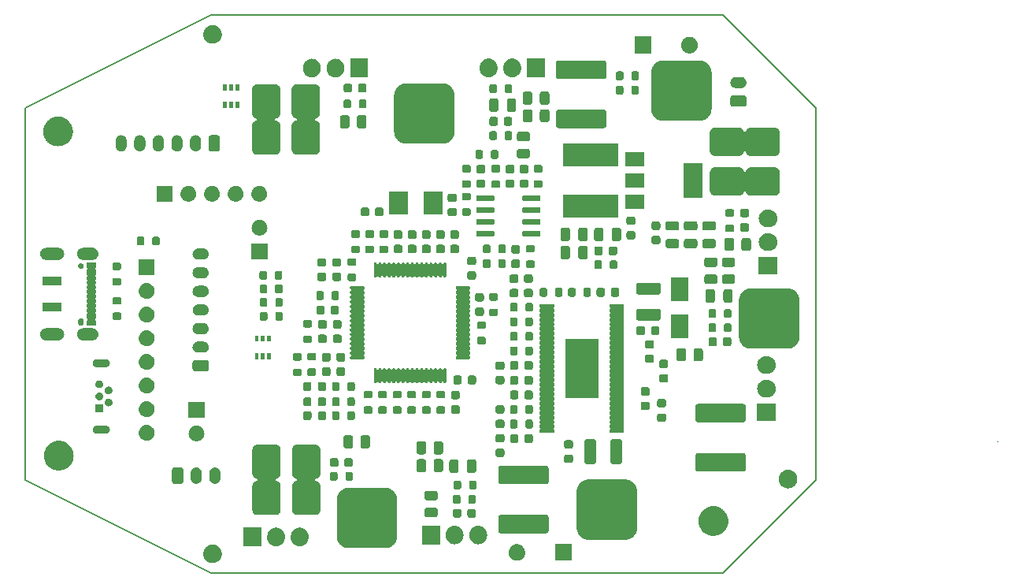
<source format=gts>
G04 #@! TF.GenerationSoftware,KiCad,Pcbnew,7.0.9*
G04 #@! TF.CreationDate,2024-01-25T12:37:26-06:00*
G04 #@! TF.ProjectId,Stupid_FOCer,53747570-6964-45f4-964f-4365722e6b69,1*
G04 #@! TF.SameCoordinates,Original*
G04 #@! TF.FileFunction,Soldermask,Top*
G04 #@! TF.FilePolarity,Negative*
%FSLAX46Y46*%
G04 Gerber Fmt 4.6, Leading zero omitted, Abs format (unit mm)*
G04 Created by KiCad (PCBNEW 7.0.9) date 2024-01-25 12:37:26*
%MOMM*%
%LPD*%
G01*
G04 APERTURE LIST*
G04 #@! TA.AperFunction,Profile*
%ADD10C,0.150000*%
G04 #@! TD*
G04 APERTURE END LIST*
G36*
X120198724Y-126904799D02*
G01*
X120242218Y-126904799D01*
X120290658Y-126913853D01*
X120345090Y-126919215D01*
X120386438Y-126931757D01*
X120423518Y-126938689D01*
X120474868Y-126958582D01*
X120532683Y-126976120D01*
X120565720Y-126993778D01*
X120595501Y-127005316D01*
X120647245Y-127037354D01*
X120705570Y-127068530D01*
X120730076Y-127088641D01*
X120752311Y-127102409D01*
X120801575Y-127147319D01*
X120857107Y-127192893D01*
X120873563Y-127212945D01*
X120888611Y-127226663D01*
X120932297Y-127284513D01*
X120981470Y-127344430D01*
X120990977Y-127362218D01*
X120999762Y-127373850D01*
X121034713Y-127444040D01*
X121073880Y-127517317D01*
X121078056Y-127531086D01*
X121081972Y-127538949D01*
X121105105Y-127620255D01*
X121130785Y-127704910D01*
X121131628Y-127713473D01*
X121132446Y-127716347D01*
X121140943Y-127808047D01*
X121150000Y-127900000D01*
X121140942Y-127991960D01*
X121132446Y-128083652D01*
X121131628Y-128086524D01*
X121130785Y-128095090D01*
X121105100Y-128179759D01*
X121081972Y-128261050D01*
X121078057Y-128268911D01*
X121073880Y-128282683D01*
X121034705Y-128355972D01*
X120999762Y-128426149D01*
X120990979Y-128437778D01*
X120981470Y-128455570D01*
X120932288Y-128515498D01*
X120888611Y-128573336D01*
X120873566Y-128587050D01*
X120857107Y-128607107D01*
X120801564Y-128652689D01*
X120752311Y-128697590D01*
X120730081Y-128711354D01*
X120705570Y-128731470D01*
X120647233Y-128762651D01*
X120595501Y-128794683D01*
X120565727Y-128806217D01*
X120532683Y-128823880D01*
X120474856Y-128841421D01*
X120423518Y-128861310D01*
X120386445Y-128868240D01*
X120345090Y-128880785D01*
X120290655Y-128886146D01*
X120242218Y-128895201D01*
X120198724Y-128895201D01*
X120150000Y-128900000D01*
X120101276Y-128895201D01*
X120057782Y-128895201D01*
X120009343Y-128886146D01*
X119954910Y-128880785D01*
X119913555Y-128868240D01*
X119876481Y-128861310D01*
X119825139Y-128841419D01*
X119767317Y-128823880D01*
X119734275Y-128806218D01*
X119704498Y-128794683D01*
X119652759Y-128762647D01*
X119594430Y-128731470D01*
X119569921Y-128711356D01*
X119547688Y-128697590D01*
X119498425Y-128652681D01*
X119442893Y-128607107D01*
X119426436Y-128587054D01*
X119411388Y-128573336D01*
X119367699Y-128515482D01*
X119318530Y-128455570D01*
X119309022Y-128437783D01*
X119300237Y-128426149D01*
X119265279Y-128355945D01*
X119226120Y-128282683D01*
X119221943Y-128268916D01*
X119218027Y-128261050D01*
X119194882Y-128179706D01*
X119169215Y-128095090D01*
X119168371Y-128086530D01*
X119167553Y-128083652D01*
X119159040Y-127991788D01*
X119150000Y-127900000D01*
X119159039Y-127808219D01*
X119167553Y-127716347D01*
X119168372Y-127713468D01*
X119169215Y-127704910D01*
X119194878Y-127620308D01*
X119218027Y-127538949D01*
X119221944Y-127531081D01*
X119226120Y-127517317D01*
X119265272Y-127444068D01*
X119300237Y-127373850D01*
X119309024Y-127362213D01*
X119318530Y-127344430D01*
X119367689Y-127284528D01*
X119411388Y-127226663D01*
X119426439Y-127212941D01*
X119442893Y-127192893D01*
X119498414Y-127147327D01*
X119547688Y-127102409D01*
X119569926Y-127088639D01*
X119594430Y-127068530D01*
X119652747Y-127037358D01*
X119704498Y-127005316D01*
X119734282Y-126993777D01*
X119767317Y-126976120D01*
X119825127Y-126958583D01*
X119876481Y-126938689D01*
X119913562Y-126931757D01*
X119954910Y-126919215D01*
X120009340Y-126913853D01*
X120057782Y-126904799D01*
X120101276Y-126904799D01*
X120150000Y-126900000D01*
X120198724Y-126904799D01*
G37*
G36*
X158779446Y-128653481D02*
G01*
X156979446Y-128653481D01*
X156979446Y-126853481D01*
X158779446Y-126853481D01*
X158779446Y-128653481D01*
G37*
G36*
X152923367Y-126858411D02*
G01*
X152973522Y-126858411D01*
X153016831Y-126867616D01*
X153054906Y-126871367D01*
X153102742Y-126885877D01*
X153157561Y-126897530D01*
X153192637Y-126913146D01*
X153223632Y-126922549D01*
X153272888Y-126948877D01*
X153329446Y-126974058D01*
X153355740Y-126993161D01*
X153379119Y-127005658D01*
X153426813Y-127044799D01*
X153481664Y-127084651D01*
X153499471Y-127104428D01*
X153515414Y-127117512D01*
X153558254Y-127169713D01*
X153607561Y-127224474D01*
X153617920Y-127242416D01*
X153627268Y-127253807D01*
X153661844Y-127318496D01*
X153701637Y-127387418D01*
X153706214Y-127401507D01*
X153710377Y-127409294D01*
X153733321Y-127484931D01*
X153759779Y-127566360D01*
X153760710Y-127575222D01*
X153761559Y-127578020D01*
X153769823Y-127661929D01*
X153779446Y-127753481D01*
X153769822Y-127845040D01*
X153761559Y-127928941D01*
X153760710Y-127931737D01*
X153759779Y-127940602D01*
X153733316Y-128022044D01*
X153710377Y-128097667D01*
X153706215Y-128105452D01*
X153701637Y-128119544D01*
X153661837Y-128188478D01*
X153627268Y-128253154D01*
X153617922Y-128264541D01*
X153607561Y-128282488D01*
X153558245Y-128337258D01*
X153515414Y-128389449D01*
X153499475Y-128402529D01*
X153481664Y-128422311D01*
X153426802Y-128462169D01*
X153379119Y-128501303D01*
X153355745Y-128513796D01*
X153329446Y-128532904D01*
X153272877Y-128558089D01*
X153223632Y-128584412D01*
X153192644Y-128593811D01*
X153157561Y-128609432D01*
X153102731Y-128621086D01*
X153054906Y-128635594D01*
X153016840Y-128639343D01*
X152973522Y-128648551D01*
X152923357Y-128648551D01*
X152879446Y-128652876D01*
X152835535Y-128648551D01*
X152785370Y-128648551D01*
X152742051Y-128639343D01*
X152703985Y-128635594D01*
X152656157Y-128621085D01*
X152601331Y-128609432D01*
X152566249Y-128593812D01*
X152535259Y-128584412D01*
X152486008Y-128558087D01*
X152429446Y-128532904D01*
X152403149Y-128513798D01*
X152379772Y-128501303D01*
X152332080Y-128462163D01*
X152277228Y-128422311D01*
X152259419Y-128402532D01*
X152243477Y-128389449D01*
X152200635Y-128337246D01*
X152151331Y-128282488D01*
X152140972Y-128264546D01*
X152131623Y-128253154D01*
X152097040Y-128188455D01*
X152057255Y-128119544D01*
X152052677Y-128105457D01*
X152048514Y-128097667D01*
X152025560Y-128021998D01*
X151999113Y-127940602D01*
X151998181Y-127931742D01*
X151997332Y-127928941D01*
X151989053Y-127844889D01*
X151979446Y-127753481D01*
X151989052Y-127662080D01*
X151997332Y-127578020D01*
X151998182Y-127575217D01*
X151999113Y-127566360D01*
X152025555Y-127484977D01*
X152048514Y-127409294D01*
X152052678Y-127401502D01*
X152057255Y-127387418D01*
X152097033Y-127318519D01*
X152131623Y-127253807D01*
X152140974Y-127242412D01*
X152151331Y-127224474D01*
X152200626Y-127169726D01*
X152243477Y-127117512D01*
X152259422Y-127104425D01*
X152277228Y-127084651D01*
X152332069Y-127044806D01*
X152379772Y-127005658D01*
X152403154Y-126993159D01*
X152429446Y-126974058D01*
X152485997Y-126948879D01*
X152535259Y-126922549D01*
X152566256Y-126913145D01*
X152601331Y-126897530D01*
X152656146Y-126885878D01*
X152703985Y-126871367D01*
X152742060Y-126867616D01*
X152785370Y-126858411D01*
X152835525Y-126858411D01*
X152879446Y-126854085D01*
X152923367Y-126858411D01*
G37*
G36*
X138709573Y-120803929D02*
G01*
X138840147Y-120810865D01*
X138882524Y-120819060D01*
X138930189Y-120823231D01*
X138997907Y-120841376D01*
X139058526Y-120853100D01*
X139099822Y-120868684D01*
X139149072Y-120881881D01*
X139209676Y-120910141D01*
X139264745Y-120930923D01*
X139305376Y-120954766D01*
X139354446Y-120977648D01*
X139406604Y-121014169D01*
X139454846Y-121042479D01*
X139493114Y-121074744D01*
X139540070Y-121107623D01*
X139582852Y-121150405D01*
X139623364Y-121184562D01*
X139657520Y-121225073D01*
X139700304Y-121267857D01*
X139733182Y-121314813D01*
X139765447Y-121353080D01*
X139793754Y-121401318D01*
X139830279Y-121453481D01*
X139853161Y-121502553D01*
X139877003Y-121543181D01*
X139897782Y-121598243D01*
X139926046Y-121658855D01*
X139939243Y-121708109D01*
X139954826Y-121749400D01*
X139966547Y-121810008D01*
X139984696Y-121877738D01*
X139988866Y-121925410D01*
X139997061Y-121967779D01*
X140003995Y-122098326D01*
X140004446Y-122103481D01*
X140004446Y-126003481D01*
X140003994Y-126008637D01*
X139997061Y-126139182D01*
X139988866Y-126181549D01*
X139984696Y-126229224D01*
X139966547Y-126296955D01*
X139954826Y-126357561D01*
X139939244Y-126398848D01*
X139926046Y-126448107D01*
X139897780Y-126508723D01*
X139877003Y-126563780D01*
X139853164Y-126604403D01*
X139830279Y-126653481D01*
X139793751Y-126705648D01*
X139765447Y-126753881D01*
X139733187Y-126792143D01*
X139700304Y-126839105D01*
X139657515Y-126881893D01*
X139623364Y-126922399D01*
X139582858Y-126956550D01*
X139540070Y-126999339D01*
X139493108Y-127032222D01*
X139454846Y-127064482D01*
X139406613Y-127092786D01*
X139354446Y-127129314D01*
X139305368Y-127152199D01*
X139264745Y-127176038D01*
X139209688Y-127196815D01*
X139149072Y-127225081D01*
X139099813Y-127238279D01*
X139058526Y-127253861D01*
X138997920Y-127265582D01*
X138930189Y-127283731D01*
X138882514Y-127287901D01*
X138840147Y-127296096D01*
X138709602Y-127303029D01*
X138704446Y-127303481D01*
X134804446Y-127303481D01*
X134799291Y-127303030D01*
X134668744Y-127296096D01*
X134626375Y-127287901D01*
X134578703Y-127283731D01*
X134510973Y-127265582D01*
X134450365Y-127253861D01*
X134409074Y-127238278D01*
X134359820Y-127225081D01*
X134299208Y-127196817D01*
X134244146Y-127176038D01*
X134203518Y-127152196D01*
X134154446Y-127129314D01*
X134102283Y-127092789D01*
X134054045Y-127064482D01*
X134015778Y-127032217D01*
X133968822Y-126999339D01*
X133926038Y-126956555D01*
X133885527Y-126922399D01*
X133851370Y-126881887D01*
X133808588Y-126839105D01*
X133775709Y-126792149D01*
X133743444Y-126753881D01*
X133715134Y-126705639D01*
X133678613Y-126653481D01*
X133655731Y-126604411D01*
X133631888Y-126563780D01*
X133611106Y-126508711D01*
X133582846Y-126448107D01*
X133569649Y-126398857D01*
X133554065Y-126357561D01*
X133542341Y-126296942D01*
X133524196Y-126229224D01*
X133520025Y-126181559D01*
X133511830Y-126139182D01*
X133504894Y-126008608D01*
X133504446Y-126003481D01*
X133504446Y-122103481D01*
X133504894Y-122098355D01*
X133511830Y-121967779D01*
X133520026Y-121925400D01*
X133524196Y-121877738D01*
X133542340Y-121810022D01*
X133554065Y-121749400D01*
X133569650Y-121708100D01*
X133582846Y-121658855D01*
X133611104Y-121598254D01*
X133631888Y-121543181D01*
X133655734Y-121502545D01*
X133678613Y-121453481D01*
X133715131Y-121401327D01*
X133743444Y-121353080D01*
X133775713Y-121314806D01*
X133808588Y-121267857D01*
X133851364Y-121225080D01*
X133885527Y-121184562D01*
X133926045Y-121150399D01*
X133968822Y-121107623D01*
X134015771Y-121074748D01*
X134054045Y-121042479D01*
X134102292Y-121014166D01*
X134154446Y-120977648D01*
X134203510Y-120954769D01*
X134244146Y-120930923D01*
X134299219Y-120910139D01*
X134359820Y-120881881D01*
X134409065Y-120868685D01*
X134450365Y-120853100D01*
X134510987Y-120841375D01*
X134578703Y-120823231D01*
X134626365Y-120819061D01*
X134668744Y-120810865D01*
X134799320Y-120803929D01*
X134804446Y-120803481D01*
X138704446Y-120803481D01*
X138709573Y-120803929D01*
G37*
G36*
X125391946Y-127083481D02*
G01*
X123486946Y-127083481D01*
X123486946Y-125083481D01*
X125391946Y-125083481D01*
X125391946Y-127083481D01*
G37*
G36*
X126980808Y-125087219D02*
G01*
X127024736Y-125085127D01*
X127071158Y-125091801D01*
X127123681Y-125094465D01*
X127166134Y-125105456D01*
X127203874Y-125110883D01*
X127253716Y-125128133D01*
X127310254Y-125142772D01*
X127344383Y-125159513D01*
X127374894Y-125170073D01*
X127425640Y-125199371D01*
X127483284Y-125227647D01*
X127508729Y-125247343D01*
X127531618Y-125260558D01*
X127580319Y-125302758D01*
X127635687Y-125345616D01*
X127652843Y-125365601D01*
X127668391Y-125379073D01*
X127711850Y-125434335D01*
X127761223Y-125491848D01*
X127771164Y-125509759D01*
X127780263Y-125521329D01*
X127815188Y-125589074D01*
X127854753Y-125660357D01*
X127859132Y-125674315D01*
X127863187Y-125682180D01*
X127886337Y-125761024D01*
X127912448Y-125844244D01*
X127913335Y-125852971D01*
X127914174Y-125855827D01*
X127922618Y-125944253D01*
X127931946Y-126035981D01*
X127931946Y-126130981D01*
X127929613Y-126176980D01*
X127927634Y-126218524D01*
X127927460Y-126219423D01*
X127927059Y-126227344D01*
X127908959Y-126315417D01*
X127892818Y-126399169D01*
X127890620Y-126404659D01*
X127888264Y-126416124D01*
X127854971Y-126493705D01*
X127825556Y-126567180D01*
X127819188Y-126577087D01*
X127812261Y-126593231D01*
X127767298Y-126657830D01*
X127727712Y-126719428D01*
X127715540Y-126732193D01*
X127702163Y-126751413D01*
X127649305Y-126801657D01*
X127602829Y-126850401D01*
X127583692Y-126864028D01*
X127562477Y-126884195D01*
X127505501Y-126919707D01*
X127455409Y-126955379D01*
X127428712Y-126967570D01*
X127398921Y-126986140D01*
X127341416Y-127007437D01*
X127290791Y-127030557D01*
X127256584Y-127038855D01*
X127218193Y-127053074D01*
X127163329Y-127061478D01*
X127114919Y-127073223D01*
X127073916Y-127075176D01*
X127027689Y-127082258D01*
X126978073Y-127079741D01*
X126934155Y-127081834D01*
X126887743Y-127075161D01*
X126835211Y-127072497D01*
X126792750Y-127061503D01*
X126755017Y-127056078D01*
X126705183Y-127038830D01*
X126648638Y-127024190D01*
X126614503Y-127007446D01*
X126583997Y-126996888D01*
X126533256Y-126967592D01*
X126475608Y-126939315D01*
X126450160Y-126919617D01*
X126427273Y-126906403D01*
X126378574Y-126864205D01*
X126323205Y-126821346D01*
X126306047Y-126801360D01*
X126290500Y-126787888D01*
X126247039Y-126732623D01*
X126197669Y-126675114D01*
X126187727Y-126657203D01*
X126178628Y-126645632D01*
X126143697Y-126577875D01*
X126104139Y-126506605D01*
X126099760Y-126492649D01*
X126095704Y-126484781D01*
X126072543Y-126405902D01*
X126046444Y-126322718D01*
X126045556Y-126313994D01*
X126044717Y-126311134D01*
X126036266Y-126222638D01*
X126026946Y-126130981D01*
X126026946Y-126035981D01*
X126029269Y-125990171D01*
X126031257Y-125948437D01*
X126031431Y-125947530D01*
X126031833Y-125939618D01*
X126049913Y-125851637D01*
X126066073Y-125767792D01*
X126068273Y-125762295D01*
X126070628Y-125750838D01*
X126103900Y-125673305D01*
X126133335Y-125599781D01*
X126139706Y-125589866D01*
X126146631Y-125573731D01*
X126191572Y-125509161D01*
X126231179Y-125447533D01*
X126243356Y-125434761D01*
X126256729Y-125415549D01*
X126309565Y-125365324D01*
X126356062Y-125316560D01*
X126375206Y-125302926D01*
X126396415Y-125282767D01*
X126453370Y-125247266D01*
X126503482Y-125211582D01*
X126530187Y-125199385D01*
X126559971Y-125180822D01*
X126617458Y-125159531D01*
X126668100Y-125136404D01*
X126702317Y-125128103D01*
X126740699Y-125113888D01*
X126795548Y-125105485D01*
X126843972Y-125093738D01*
X126884985Y-125091784D01*
X126931203Y-125084704D01*
X126980808Y-125087219D01*
G37*
G36*
X129520808Y-125087219D02*
G01*
X129564736Y-125085127D01*
X129611158Y-125091801D01*
X129663681Y-125094465D01*
X129706134Y-125105456D01*
X129743874Y-125110883D01*
X129793716Y-125128133D01*
X129850254Y-125142772D01*
X129884383Y-125159513D01*
X129914894Y-125170073D01*
X129965640Y-125199371D01*
X130023284Y-125227647D01*
X130048729Y-125247343D01*
X130071618Y-125260558D01*
X130120319Y-125302758D01*
X130175687Y-125345616D01*
X130192843Y-125365601D01*
X130208391Y-125379073D01*
X130251850Y-125434335D01*
X130301223Y-125491848D01*
X130311164Y-125509759D01*
X130320263Y-125521329D01*
X130355188Y-125589074D01*
X130394753Y-125660357D01*
X130399132Y-125674315D01*
X130403187Y-125682180D01*
X130426337Y-125761024D01*
X130452448Y-125844244D01*
X130453335Y-125852971D01*
X130454174Y-125855827D01*
X130462618Y-125944253D01*
X130471946Y-126035981D01*
X130471946Y-126130981D01*
X130469613Y-126176980D01*
X130467634Y-126218524D01*
X130467460Y-126219423D01*
X130467059Y-126227344D01*
X130448959Y-126315417D01*
X130432818Y-126399169D01*
X130430620Y-126404659D01*
X130428264Y-126416124D01*
X130394971Y-126493705D01*
X130365556Y-126567180D01*
X130359188Y-126577087D01*
X130352261Y-126593231D01*
X130307298Y-126657830D01*
X130267712Y-126719428D01*
X130255540Y-126732193D01*
X130242163Y-126751413D01*
X130189305Y-126801657D01*
X130142829Y-126850401D01*
X130123692Y-126864028D01*
X130102477Y-126884195D01*
X130045501Y-126919707D01*
X129995409Y-126955379D01*
X129968712Y-126967570D01*
X129938921Y-126986140D01*
X129881416Y-127007437D01*
X129830791Y-127030557D01*
X129796584Y-127038855D01*
X129758193Y-127053074D01*
X129703329Y-127061478D01*
X129654919Y-127073223D01*
X129613916Y-127075176D01*
X129567689Y-127082258D01*
X129518073Y-127079741D01*
X129474155Y-127081834D01*
X129427743Y-127075161D01*
X129375211Y-127072497D01*
X129332750Y-127061503D01*
X129295017Y-127056078D01*
X129245183Y-127038830D01*
X129188638Y-127024190D01*
X129154503Y-127007446D01*
X129123997Y-126996888D01*
X129073256Y-126967592D01*
X129015608Y-126939315D01*
X128990160Y-126919617D01*
X128967273Y-126906403D01*
X128918574Y-126864205D01*
X128863205Y-126821346D01*
X128846047Y-126801360D01*
X128830500Y-126787888D01*
X128787039Y-126732623D01*
X128737669Y-126675114D01*
X128727727Y-126657203D01*
X128718628Y-126645632D01*
X128683697Y-126577875D01*
X128644139Y-126506605D01*
X128639760Y-126492649D01*
X128635704Y-126484781D01*
X128612543Y-126405902D01*
X128586444Y-126322718D01*
X128585556Y-126313994D01*
X128584717Y-126311134D01*
X128576266Y-126222638D01*
X128566946Y-126130981D01*
X128566946Y-126035981D01*
X128569269Y-125990171D01*
X128571257Y-125948437D01*
X128571431Y-125947530D01*
X128571833Y-125939618D01*
X128589913Y-125851637D01*
X128606073Y-125767792D01*
X128608273Y-125762295D01*
X128610628Y-125750838D01*
X128643900Y-125673305D01*
X128673335Y-125599781D01*
X128679706Y-125589866D01*
X128686631Y-125573731D01*
X128731572Y-125509161D01*
X128771179Y-125447533D01*
X128783356Y-125434761D01*
X128796729Y-125415549D01*
X128849565Y-125365324D01*
X128896062Y-125316560D01*
X128915206Y-125302926D01*
X128936415Y-125282767D01*
X128993370Y-125247266D01*
X129043482Y-125211582D01*
X129070187Y-125199385D01*
X129099971Y-125180822D01*
X129157458Y-125159531D01*
X129208100Y-125136404D01*
X129242317Y-125128103D01*
X129280699Y-125113888D01*
X129335548Y-125105485D01*
X129383972Y-125093738D01*
X129424985Y-125091784D01*
X129471203Y-125084704D01*
X129520808Y-125087219D01*
G37*
G36*
X144591946Y-126883481D02*
G01*
X142686946Y-126883481D01*
X142686946Y-124883481D01*
X144591946Y-124883481D01*
X144591946Y-126883481D01*
G37*
G36*
X146180808Y-124887219D02*
G01*
X146224736Y-124885127D01*
X146271158Y-124891801D01*
X146323681Y-124894465D01*
X146366134Y-124905456D01*
X146403874Y-124910883D01*
X146453716Y-124928133D01*
X146510254Y-124942772D01*
X146544383Y-124959513D01*
X146574894Y-124970073D01*
X146625640Y-124999371D01*
X146683284Y-125027647D01*
X146708729Y-125047343D01*
X146731618Y-125060558D01*
X146780319Y-125102758D01*
X146835687Y-125145616D01*
X146852843Y-125165601D01*
X146868391Y-125179073D01*
X146911850Y-125234335D01*
X146961223Y-125291848D01*
X146971164Y-125309759D01*
X146980263Y-125321329D01*
X147015188Y-125389074D01*
X147054753Y-125460357D01*
X147059132Y-125474315D01*
X147063187Y-125482180D01*
X147086337Y-125561024D01*
X147112448Y-125644244D01*
X147113335Y-125652971D01*
X147114174Y-125655827D01*
X147122618Y-125744253D01*
X147131946Y-125835981D01*
X147131946Y-125930981D01*
X147129613Y-125976980D01*
X147127634Y-126018524D01*
X147127460Y-126019423D01*
X147127059Y-126027344D01*
X147108959Y-126115417D01*
X147092818Y-126199169D01*
X147090620Y-126204659D01*
X147088264Y-126216124D01*
X147054971Y-126293705D01*
X147025556Y-126367180D01*
X147019188Y-126377087D01*
X147012261Y-126393231D01*
X146967298Y-126457830D01*
X146927712Y-126519428D01*
X146915540Y-126532193D01*
X146902163Y-126551413D01*
X146849305Y-126601657D01*
X146802829Y-126650401D01*
X146783692Y-126664028D01*
X146762477Y-126684195D01*
X146705501Y-126719707D01*
X146655409Y-126755379D01*
X146628712Y-126767570D01*
X146598921Y-126786140D01*
X146541416Y-126807437D01*
X146490791Y-126830557D01*
X146456584Y-126838855D01*
X146418193Y-126853074D01*
X146363329Y-126861478D01*
X146314919Y-126873223D01*
X146273916Y-126875176D01*
X146227689Y-126882258D01*
X146178073Y-126879741D01*
X146134155Y-126881834D01*
X146087743Y-126875161D01*
X146035211Y-126872497D01*
X145992750Y-126861503D01*
X145955017Y-126856078D01*
X145905183Y-126838830D01*
X145848638Y-126824190D01*
X145814503Y-126807446D01*
X145783997Y-126796888D01*
X145733256Y-126767592D01*
X145675608Y-126739315D01*
X145650160Y-126719617D01*
X145627273Y-126706403D01*
X145578574Y-126664205D01*
X145523205Y-126621346D01*
X145506047Y-126601360D01*
X145490500Y-126587888D01*
X145447039Y-126532623D01*
X145397669Y-126475114D01*
X145387727Y-126457203D01*
X145378628Y-126445632D01*
X145343697Y-126377875D01*
X145304139Y-126306605D01*
X145299760Y-126292649D01*
X145295704Y-126284781D01*
X145272543Y-126205902D01*
X145246444Y-126122718D01*
X145245556Y-126113994D01*
X145244717Y-126111134D01*
X145236266Y-126022638D01*
X145226946Y-125930981D01*
X145226946Y-125835981D01*
X145229269Y-125790171D01*
X145231257Y-125748437D01*
X145231431Y-125747530D01*
X145231833Y-125739618D01*
X145249913Y-125651637D01*
X145266073Y-125567792D01*
X145268273Y-125562295D01*
X145270628Y-125550838D01*
X145303900Y-125473305D01*
X145333335Y-125399781D01*
X145339706Y-125389866D01*
X145346631Y-125373731D01*
X145391572Y-125309161D01*
X145431179Y-125247533D01*
X145443356Y-125234761D01*
X145456729Y-125215549D01*
X145509565Y-125165324D01*
X145556062Y-125116560D01*
X145575206Y-125102926D01*
X145596415Y-125082767D01*
X145653370Y-125047266D01*
X145703482Y-125011582D01*
X145730187Y-124999385D01*
X145759971Y-124980822D01*
X145817458Y-124959531D01*
X145868100Y-124936404D01*
X145902317Y-124928103D01*
X145940699Y-124913888D01*
X145995548Y-124905485D01*
X146043972Y-124893738D01*
X146084985Y-124891784D01*
X146131203Y-124884704D01*
X146180808Y-124887219D01*
G37*
G36*
X148720808Y-124887219D02*
G01*
X148764736Y-124885127D01*
X148811158Y-124891801D01*
X148863681Y-124894465D01*
X148906134Y-124905456D01*
X148943874Y-124910883D01*
X148993716Y-124928133D01*
X149050254Y-124942772D01*
X149084383Y-124959513D01*
X149114894Y-124970073D01*
X149165640Y-124999371D01*
X149223284Y-125027647D01*
X149248729Y-125047343D01*
X149271618Y-125060558D01*
X149320319Y-125102758D01*
X149375687Y-125145616D01*
X149392843Y-125165601D01*
X149408391Y-125179073D01*
X149451850Y-125234335D01*
X149501223Y-125291848D01*
X149511164Y-125309759D01*
X149520263Y-125321329D01*
X149555188Y-125389074D01*
X149594753Y-125460357D01*
X149599132Y-125474315D01*
X149603187Y-125482180D01*
X149626337Y-125561024D01*
X149652448Y-125644244D01*
X149653335Y-125652971D01*
X149654174Y-125655827D01*
X149662618Y-125744253D01*
X149671946Y-125835981D01*
X149671946Y-125930981D01*
X149669613Y-125976980D01*
X149667634Y-126018524D01*
X149667460Y-126019423D01*
X149667059Y-126027344D01*
X149648959Y-126115417D01*
X149632818Y-126199169D01*
X149630620Y-126204659D01*
X149628264Y-126216124D01*
X149594971Y-126293705D01*
X149565556Y-126367180D01*
X149559188Y-126377087D01*
X149552261Y-126393231D01*
X149507298Y-126457830D01*
X149467712Y-126519428D01*
X149455540Y-126532193D01*
X149442163Y-126551413D01*
X149389305Y-126601657D01*
X149342829Y-126650401D01*
X149323692Y-126664028D01*
X149302477Y-126684195D01*
X149245501Y-126719707D01*
X149195409Y-126755379D01*
X149168712Y-126767570D01*
X149138921Y-126786140D01*
X149081416Y-126807437D01*
X149030791Y-126830557D01*
X148996584Y-126838855D01*
X148958193Y-126853074D01*
X148903329Y-126861478D01*
X148854919Y-126873223D01*
X148813916Y-126875176D01*
X148767689Y-126882258D01*
X148718073Y-126879741D01*
X148674155Y-126881834D01*
X148627743Y-126875161D01*
X148575211Y-126872497D01*
X148532750Y-126861503D01*
X148495017Y-126856078D01*
X148445183Y-126838830D01*
X148388638Y-126824190D01*
X148354503Y-126807446D01*
X148323997Y-126796888D01*
X148273256Y-126767592D01*
X148215608Y-126739315D01*
X148190160Y-126719617D01*
X148167273Y-126706403D01*
X148118574Y-126664205D01*
X148063205Y-126621346D01*
X148046047Y-126601360D01*
X148030500Y-126587888D01*
X147987039Y-126532623D01*
X147937669Y-126475114D01*
X147927727Y-126457203D01*
X147918628Y-126445632D01*
X147883697Y-126377875D01*
X147844139Y-126306605D01*
X147839760Y-126292649D01*
X147835704Y-126284781D01*
X147812543Y-126205902D01*
X147786444Y-126122718D01*
X147785556Y-126113994D01*
X147784717Y-126111134D01*
X147776266Y-126022638D01*
X147766946Y-125930981D01*
X147766946Y-125835981D01*
X147769269Y-125790171D01*
X147771257Y-125748437D01*
X147771431Y-125747530D01*
X147771833Y-125739618D01*
X147789913Y-125651637D01*
X147806073Y-125567792D01*
X147808273Y-125562295D01*
X147810628Y-125550838D01*
X147843900Y-125473305D01*
X147873335Y-125399781D01*
X147879706Y-125389866D01*
X147886631Y-125373731D01*
X147931572Y-125309161D01*
X147971179Y-125247533D01*
X147983356Y-125234761D01*
X147996729Y-125215549D01*
X148049565Y-125165324D01*
X148096062Y-125116560D01*
X148115206Y-125102926D01*
X148136415Y-125082767D01*
X148193370Y-125047266D01*
X148243482Y-125011582D01*
X148270187Y-124999385D01*
X148299971Y-124980822D01*
X148357458Y-124959531D01*
X148408100Y-124936404D01*
X148442317Y-124928103D01*
X148480699Y-124913888D01*
X148535548Y-124905485D01*
X148583972Y-124893738D01*
X148624985Y-124891784D01*
X148671203Y-124884704D01*
X148720808Y-124887219D01*
G37*
G36*
X164509573Y-119903929D02*
G01*
X164640147Y-119910865D01*
X164682524Y-119919060D01*
X164730189Y-119923231D01*
X164797907Y-119941376D01*
X164858526Y-119953100D01*
X164899822Y-119968684D01*
X164949072Y-119981881D01*
X165009676Y-120010141D01*
X165064745Y-120030923D01*
X165105376Y-120054766D01*
X165154446Y-120077648D01*
X165206604Y-120114169D01*
X165254846Y-120142479D01*
X165293114Y-120174744D01*
X165340070Y-120207623D01*
X165382852Y-120250405D01*
X165423364Y-120284562D01*
X165457520Y-120325073D01*
X165500304Y-120367857D01*
X165533182Y-120414813D01*
X165565447Y-120453080D01*
X165593754Y-120501318D01*
X165630279Y-120553481D01*
X165653161Y-120602553D01*
X165677003Y-120643181D01*
X165697782Y-120698243D01*
X165726046Y-120758855D01*
X165739243Y-120808109D01*
X165754826Y-120849400D01*
X165766547Y-120910008D01*
X165784696Y-120977738D01*
X165788866Y-121025410D01*
X165797061Y-121067779D01*
X165803995Y-121198326D01*
X165804446Y-121203481D01*
X165804446Y-125103481D01*
X165803994Y-125108637D01*
X165797061Y-125239182D01*
X165788866Y-125281549D01*
X165784696Y-125329224D01*
X165766547Y-125396955D01*
X165754826Y-125457561D01*
X165739244Y-125498848D01*
X165726046Y-125548107D01*
X165697780Y-125608723D01*
X165677003Y-125663780D01*
X165653164Y-125704403D01*
X165630279Y-125753481D01*
X165593751Y-125805648D01*
X165565447Y-125853881D01*
X165533187Y-125892143D01*
X165500304Y-125939105D01*
X165457515Y-125981893D01*
X165423364Y-126022399D01*
X165382858Y-126056550D01*
X165340070Y-126099339D01*
X165293108Y-126132222D01*
X165254846Y-126164482D01*
X165206613Y-126192786D01*
X165154446Y-126229314D01*
X165105368Y-126252199D01*
X165064745Y-126276038D01*
X165009688Y-126296815D01*
X164949072Y-126325081D01*
X164899813Y-126338279D01*
X164858526Y-126353861D01*
X164797920Y-126365582D01*
X164730189Y-126383731D01*
X164682514Y-126387901D01*
X164640147Y-126396096D01*
X164509602Y-126403029D01*
X164504446Y-126403481D01*
X160604446Y-126403481D01*
X160599291Y-126403030D01*
X160468744Y-126396096D01*
X160426375Y-126387901D01*
X160378703Y-126383731D01*
X160310973Y-126365582D01*
X160250365Y-126353861D01*
X160209074Y-126338278D01*
X160159820Y-126325081D01*
X160099208Y-126296817D01*
X160044146Y-126276038D01*
X160003518Y-126252196D01*
X159954446Y-126229314D01*
X159902283Y-126192789D01*
X159854045Y-126164482D01*
X159815778Y-126132217D01*
X159768822Y-126099339D01*
X159726038Y-126056555D01*
X159685527Y-126022399D01*
X159651370Y-125981887D01*
X159608588Y-125939105D01*
X159575709Y-125892149D01*
X159543444Y-125853881D01*
X159515134Y-125805639D01*
X159478613Y-125753481D01*
X159455731Y-125704411D01*
X159431888Y-125663780D01*
X159411106Y-125608711D01*
X159382846Y-125548107D01*
X159369649Y-125498857D01*
X159354065Y-125457561D01*
X159342341Y-125396942D01*
X159324196Y-125329224D01*
X159320025Y-125281559D01*
X159311830Y-125239182D01*
X159304894Y-125108608D01*
X159304446Y-125103481D01*
X159304446Y-121203481D01*
X159304894Y-121198355D01*
X159311830Y-121067779D01*
X159320026Y-121025400D01*
X159324196Y-120977738D01*
X159342340Y-120910022D01*
X159354065Y-120849400D01*
X159369650Y-120808100D01*
X159382846Y-120758855D01*
X159411104Y-120698254D01*
X159431888Y-120643181D01*
X159455734Y-120602545D01*
X159478613Y-120553481D01*
X159515131Y-120501327D01*
X159543444Y-120453080D01*
X159575713Y-120414806D01*
X159608588Y-120367857D01*
X159651364Y-120325080D01*
X159685527Y-120284562D01*
X159726045Y-120250399D01*
X159768822Y-120207623D01*
X159815771Y-120174748D01*
X159854045Y-120142479D01*
X159902292Y-120114166D01*
X159954446Y-120077648D01*
X160003510Y-120054769D01*
X160044146Y-120030923D01*
X160099219Y-120010139D01*
X160159820Y-119981881D01*
X160209065Y-119968685D01*
X160250365Y-119953100D01*
X160310987Y-119941375D01*
X160378703Y-119923231D01*
X160426365Y-119919061D01*
X160468744Y-119910865D01*
X160599320Y-119903929D01*
X160604446Y-119903481D01*
X164504446Y-119903481D01*
X164509573Y-119903929D01*
G37*
G36*
X174061281Y-122779823D02*
G01*
X174119541Y-122779823D01*
X174183206Y-122789418D01*
X174250295Y-122794699D01*
X174304369Y-122807681D01*
X174355953Y-122815456D01*
X174423358Y-122836247D01*
X174494427Y-122853310D01*
X174540380Y-122872344D01*
X174584420Y-122885929D01*
X174653560Y-122919225D01*
X174726385Y-122949390D01*
X174763765Y-122972296D01*
X174799825Y-122989662D01*
X174868416Y-123036427D01*
X174940456Y-123080573D01*
X174969303Y-123105210D01*
X174997362Y-123124341D01*
X175062871Y-123185124D01*
X175131371Y-123243629D01*
X175152173Y-123267985D01*
X175172626Y-123286963D01*
X175232427Y-123361951D01*
X175294427Y-123434544D01*
X175308061Y-123456793D01*
X175321694Y-123473888D01*
X175373105Y-123562936D01*
X175425610Y-123648615D01*
X175433322Y-123667234D01*
X175441233Y-123680936D01*
X175481580Y-123783739D01*
X175521690Y-123880573D01*
X175525006Y-123894388D01*
X175528580Y-123903493D01*
X175555343Y-124020748D01*
X175580301Y-124124705D01*
X175580948Y-124132930D01*
X175581783Y-124136587D01*
X175592664Y-124281796D01*
X175600000Y-124375000D01*
X175592663Y-124468211D01*
X175581783Y-124613412D01*
X175580948Y-124617068D01*
X175580301Y-124625295D01*
X175555338Y-124729270D01*
X175528580Y-124846506D01*
X175525007Y-124855608D01*
X175521690Y-124869427D01*
X175481572Y-124966278D01*
X175441233Y-125069063D01*
X175433323Y-125082762D01*
X175425610Y-125101385D01*
X175373095Y-125187080D01*
X175321694Y-125276111D01*
X175308064Y-125293202D01*
X175294427Y-125315456D01*
X175232415Y-125388062D01*
X175172626Y-125463036D01*
X175152177Y-125482009D01*
X175131371Y-125506371D01*
X175062857Y-125564886D01*
X174997362Y-125625658D01*
X174969309Y-125644784D01*
X174940456Y-125669427D01*
X174868402Y-125713581D01*
X174799825Y-125760337D01*
X174763772Y-125777698D01*
X174726385Y-125800610D01*
X174653546Y-125830780D01*
X174584420Y-125864070D01*
X174540390Y-125877651D01*
X174494427Y-125896690D01*
X174423344Y-125913755D01*
X174355953Y-125934543D01*
X174304377Y-125942316D01*
X174250295Y-125955301D01*
X174183202Y-125960581D01*
X174119541Y-125970177D01*
X174061281Y-125970177D01*
X174000000Y-125975000D01*
X173938719Y-125970177D01*
X173880459Y-125970177D01*
X173816796Y-125960581D01*
X173749705Y-125955301D01*
X173695623Y-125942317D01*
X173644046Y-125934543D01*
X173576651Y-125913754D01*
X173505573Y-125896690D01*
X173459612Y-125877652D01*
X173415579Y-125864070D01*
X173346449Y-125830778D01*
X173273615Y-125800610D01*
X173236227Y-125777699D01*
X173200175Y-125760337D01*
X173131594Y-125713579D01*
X173059544Y-125669427D01*
X173030694Y-125644787D01*
X173002637Y-125625658D01*
X172937129Y-125564875D01*
X172868629Y-125506371D01*
X172847826Y-125482013D01*
X172827373Y-125463036D01*
X172767569Y-125388045D01*
X172705573Y-125315456D01*
X172691939Y-125293207D01*
X172678305Y-125276111D01*
X172626886Y-125187052D01*
X172574390Y-125101385D01*
X172566678Y-125082767D01*
X172558766Y-125069063D01*
X172518408Y-124966232D01*
X172478310Y-124869427D01*
X172474994Y-124855615D01*
X172471419Y-124846506D01*
X172444641Y-124729186D01*
X172419699Y-124625295D01*
X172419052Y-124617074D01*
X172418216Y-124613412D01*
X172407315Y-124467946D01*
X172400000Y-124375000D01*
X172407314Y-124282061D01*
X172418216Y-124136587D01*
X172419052Y-124132923D01*
X172419699Y-124124705D01*
X172444636Y-124020833D01*
X172471419Y-123903493D01*
X172474994Y-123894382D01*
X172478310Y-123880573D01*
X172518400Y-123783785D01*
X172558766Y-123680936D01*
X172566680Y-123667228D01*
X172574390Y-123648615D01*
X172626876Y-123562964D01*
X172678305Y-123473888D01*
X172691941Y-123456787D01*
X172705573Y-123434544D01*
X172767557Y-123361969D01*
X172827373Y-123286963D01*
X172847830Y-123267981D01*
X172868629Y-123243629D01*
X172937116Y-123185135D01*
X173002637Y-123124341D01*
X173030699Y-123105208D01*
X173059544Y-123080573D01*
X173131579Y-123036429D01*
X173200175Y-122989662D01*
X173236235Y-122972296D01*
X173273615Y-122949390D01*
X173346434Y-122919227D01*
X173415579Y-122885929D01*
X173459622Y-122872343D01*
X173505573Y-122853310D01*
X173576636Y-122836249D01*
X173644046Y-122815456D01*
X173695632Y-122807680D01*
X173749705Y-122794699D01*
X173816792Y-122789418D01*
X173880459Y-122779823D01*
X173938719Y-122779823D01*
X174000000Y-122775000D01*
X174061281Y-122779823D01*
G37*
G36*
X156054242Y-123733413D02*
G01*
X156099097Y-123739948D01*
X156107330Y-123743972D01*
X156125117Y-123747511D01*
X156153880Y-123766729D01*
X156173710Y-123776424D01*
X156184425Y-123787139D01*
X156206223Y-123801704D01*
X156220787Y-123823501D01*
X156231502Y-123834216D01*
X156241195Y-123854044D01*
X156260416Y-123882810D01*
X156263953Y-123900597D01*
X156267978Y-123908829D01*
X156274514Y-123953694D01*
X156279445Y-123978481D01*
X156279445Y-123987531D01*
X156279446Y-123987538D01*
X156279446Y-124846506D01*
X156279446Y-125453482D01*
X156274511Y-125478286D01*
X156267978Y-125523132D01*
X156263954Y-125531361D01*
X156260416Y-125549152D01*
X156241193Y-125577920D01*
X156231502Y-125597745D01*
X156220789Y-125608457D01*
X156206223Y-125630258D01*
X156184422Y-125644824D01*
X156173710Y-125655537D01*
X156153885Y-125665228D01*
X156125117Y-125684451D01*
X156107327Y-125687989D01*
X156099097Y-125692013D01*
X156054233Y-125698549D01*
X156029446Y-125703480D01*
X156020395Y-125703480D01*
X156020389Y-125703481D01*
X151138503Y-125703481D01*
X151138502Y-125703480D01*
X151129445Y-125703481D01*
X151104642Y-125698547D01*
X151059794Y-125692013D01*
X151051563Y-125687989D01*
X151033775Y-125684451D01*
X151005009Y-125665230D01*
X150985181Y-125655537D01*
X150974466Y-125644822D01*
X150952669Y-125630258D01*
X150938104Y-125608460D01*
X150927389Y-125597745D01*
X150917694Y-125577915D01*
X150898476Y-125549152D01*
X150894938Y-125531366D01*
X150890913Y-125523132D01*
X150884375Y-125478262D01*
X150879447Y-125453481D01*
X150879446Y-125444429D01*
X150879446Y-125444423D01*
X150879446Y-123987538D01*
X150879446Y-123987537D01*
X150879446Y-123978480D01*
X150884377Y-123953685D01*
X150890913Y-123908829D01*
X150894938Y-123900595D01*
X150898476Y-123882810D01*
X150917692Y-123854049D01*
X150927389Y-123834216D01*
X150938106Y-123823498D01*
X150952669Y-123801704D01*
X150974463Y-123787141D01*
X150985181Y-123776424D01*
X151005014Y-123766727D01*
X151033775Y-123747511D01*
X151051559Y-123743973D01*
X151059794Y-123739948D01*
X151104667Y-123733410D01*
X151129446Y-123728482D01*
X151138496Y-123728481D01*
X151138503Y-123728481D01*
X156020389Y-123728481D01*
X156029447Y-123728481D01*
X156054242Y-123733413D01*
G37*
G36*
X146704237Y-123083412D02*
G01*
X146741960Y-123088908D01*
X146748884Y-123092292D01*
X146765550Y-123095608D01*
X146792500Y-123113615D01*
X146809182Y-123121771D01*
X146818196Y-123130785D01*
X146838545Y-123144382D01*
X146852141Y-123164730D01*
X146861155Y-123173744D01*
X146869309Y-123190423D01*
X146887319Y-123217377D01*
X146890634Y-123234044D01*
X146894018Y-123240966D01*
X146899511Y-123278673D01*
X146904446Y-123303481D01*
X146904446Y-123803481D01*
X146899510Y-123828291D01*
X146894018Y-123865995D01*
X146890634Y-123872915D01*
X146887319Y-123889585D01*
X146869307Y-123916541D01*
X146861155Y-123933217D01*
X146852143Y-123942228D01*
X146838545Y-123962580D01*
X146818193Y-123976178D01*
X146809182Y-123985190D01*
X146792506Y-123993342D01*
X146765550Y-124011354D01*
X146748880Y-124014669D01*
X146741960Y-124018053D01*
X146704256Y-124023545D01*
X146679446Y-124028481D01*
X146229446Y-124028481D01*
X146204638Y-124023546D01*
X146166931Y-124018053D01*
X146160009Y-124014669D01*
X146143342Y-124011354D01*
X146116388Y-123993344D01*
X146099709Y-123985190D01*
X146090695Y-123976176D01*
X146070347Y-123962580D01*
X146056750Y-123942231D01*
X146047736Y-123933217D01*
X146039580Y-123916535D01*
X146021573Y-123889585D01*
X146018257Y-123872919D01*
X146014873Y-123865995D01*
X146009377Y-123828272D01*
X146004446Y-123803481D01*
X146004446Y-123303481D01*
X146009376Y-123278692D01*
X146014873Y-123240966D01*
X146018258Y-123234041D01*
X146021573Y-123217377D01*
X146039579Y-123190429D01*
X146047736Y-123173744D01*
X146056752Y-123164727D01*
X146070347Y-123144382D01*
X146090692Y-123130787D01*
X146099709Y-123121771D01*
X146116394Y-123113614D01*
X146143342Y-123095608D01*
X146160006Y-123092293D01*
X146166931Y-123088908D01*
X146204657Y-123083411D01*
X146229446Y-123078481D01*
X146679446Y-123078481D01*
X146704237Y-123083412D01*
G37*
G36*
X148254237Y-123083412D02*
G01*
X148291960Y-123088908D01*
X148298884Y-123092292D01*
X148315550Y-123095608D01*
X148342500Y-123113615D01*
X148359182Y-123121771D01*
X148368196Y-123130785D01*
X148388545Y-123144382D01*
X148402141Y-123164730D01*
X148411155Y-123173744D01*
X148419309Y-123190423D01*
X148437319Y-123217377D01*
X148440634Y-123234044D01*
X148444018Y-123240966D01*
X148449511Y-123278673D01*
X148454446Y-123303481D01*
X148454446Y-123803481D01*
X148449510Y-123828291D01*
X148444018Y-123865995D01*
X148440634Y-123872915D01*
X148437319Y-123889585D01*
X148419307Y-123916541D01*
X148411155Y-123933217D01*
X148402143Y-123942228D01*
X148388545Y-123962580D01*
X148368193Y-123976178D01*
X148359182Y-123985190D01*
X148342506Y-123993342D01*
X148315550Y-124011354D01*
X148298880Y-124014669D01*
X148291960Y-124018053D01*
X148254256Y-124023545D01*
X148229446Y-124028481D01*
X147779446Y-124028481D01*
X147754638Y-124023546D01*
X147716931Y-124018053D01*
X147710009Y-124014669D01*
X147693342Y-124011354D01*
X147666388Y-123993344D01*
X147649709Y-123985190D01*
X147640695Y-123976176D01*
X147620347Y-123962580D01*
X147606750Y-123942231D01*
X147597736Y-123933217D01*
X147589580Y-123916535D01*
X147571573Y-123889585D01*
X147568257Y-123872919D01*
X147564873Y-123865995D01*
X147559377Y-123828272D01*
X147554446Y-123803481D01*
X147554446Y-123303481D01*
X147559376Y-123278692D01*
X147564873Y-123240966D01*
X147568258Y-123234041D01*
X147571573Y-123217377D01*
X147589579Y-123190429D01*
X147597736Y-123173744D01*
X147606752Y-123164727D01*
X147620347Y-123144382D01*
X147640692Y-123130787D01*
X147649709Y-123121771D01*
X147666394Y-123113614D01*
X147693342Y-123095608D01*
X147710006Y-123092293D01*
X147716931Y-123088908D01*
X147754657Y-123083411D01*
X147779446Y-123078481D01*
X148229446Y-123078481D01*
X148254237Y-123083412D01*
G37*
G36*
X144129243Y-122958413D02*
G01*
X144174096Y-122964948D01*
X144182328Y-122968972D01*
X144200117Y-122972511D01*
X144228886Y-122991734D01*
X144248709Y-123001425D01*
X144259419Y-123012135D01*
X144281223Y-123026704D01*
X144295791Y-123048507D01*
X144306501Y-123059217D01*
X144316190Y-123079037D01*
X144335416Y-123107810D01*
X144338954Y-123125600D01*
X144342978Y-123133830D01*
X144349510Y-123178668D01*
X144354446Y-123203481D01*
X144354446Y-123728481D01*
X144349509Y-123753297D01*
X144342978Y-123798131D01*
X144338955Y-123806359D01*
X144335416Y-123824152D01*
X144316188Y-123852927D01*
X144306501Y-123872744D01*
X144295793Y-123883451D01*
X144281223Y-123905258D01*
X144259416Y-123919828D01*
X144248709Y-123930536D01*
X144228892Y-123940223D01*
X144200117Y-123959451D01*
X144182324Y-123962990D01*
X144174096Y-123967013D01*
X144129260Y-123973545D01*
X144104446Y-123978481D01*
X143204446Y-123978481D01*
X143179632Y-123973545D01*
X143134795Y-123967013D01*
X143126565Y-123962989D01*
X143108775Y-123959451D01*
X143080002Y-123940225D01*
X143060182Y-123930536D01*
X143049472Y-123919826D01*
X143027669Y-123905258D01*
X143013100Y-123883454D01*
X143002390Y-123872744D01*
X142992699Y-123852921D01*
X142973476Y-123824152D01*
X142969937Y-123806363D01*
X142965913Y-123798131D01*
X142959378Y-123753277D01*
X142954446Y-123728481D01*
X142954446Y-123203481D01*
X142959377Y-123178686D01*
X142965913Y-123133830D01*
X142969937Y-123125596D01*
X142973476Y-123107810D01*
X142992697Y-123079042D01*
X143002390Y-123059217D01*
X143013102Y-123048504D01*
X143027669Y-123026704D01*
X143049469Y-123012137D01*
X143060182Y-123001425D01*
X143080007Y-122991732D01*
X143108775Y-122972511D01*
X143126561Y-122968972D01*
X143134795Y-122964948D01*
X143179652Y-122958412D01*
X143204446Y-122953481D01*
X144104446Y-122953481D01*
X144129243Y-122958413D01*
G37*
G36*
X126932822Y-116165143D02*
G01*
X127019913Y-116173057D01*
X127039648Y-116179206D01*
X127066235Y-116182707D01*
X127112867Y-116202022D01*
X127151393Y-116214028D01*
X127172163Y-116226584D01*
X127202321Y-116239076D01*
X127237572Y-116266125D01*
X127267612Y-116284285D01*
X127288631Y-116305304D01*
X127319181Y-116328746D01*
X127342622Y-116359295D01*
X127363641Y-116380314D01*
X127381799Y-116410352D01*
X127408851Y-116445606D01*
X127421343Y-116475765D01*
X127433898Y-116496533D01*
X127445901Y-116535052D01*
X127465220Y-116581692D01*
X127468720Y-116608282D01*
X127474869Y-116628013D01*
X127482780Y-116715081D01*
X127484446Y-116727731D01*
X127484446Y-119279231D01*
X127482780Y-119291882D01*
X127474869Y-119378948D01*
X127468720Y-119398678D01*
X127465220Y-119425270D01*
X127445900Y-119471912D01*
X127433898Y-119510428D01*
X127421344Y-119531193D01*
X127408851Y-119561356D01*
X127381796Y-119596613D01*
X127363641Y-119626647D01*
X127342625Y-119647662D01*
X127319181Y-119678216D01*
X127288627Y-119701660D01*
X127267612Y-119722676D01*
X127237577Y-119740832D01*
X127202321Y-119767886D01*
X127172160Y-119780379D01*
X127151392Y-119792934D01*
X127112870Y-119804937D01*
X127066235Y-119824255D01*
X127039646Y-119827755D01*
X126931340Y-119861505D01*
X126931340Y-120045457D01*
X127039648Y-120079206D01*
X127066235Y-120082707D01*
X127112862Y-120102021D01*
X127151392Y-120114027D01*
X127172165Y-120126585D01*
X127202321Y-120139076D01*
X127237571Y-120166124D01*
X127267612Y-120184285D01*
X127288631Y-120205304D01*
X127319181Y-120228746D01*
X127342622Y-120259295D01*
X127363641Y-120280314D01*
X127381799Y-120310352D01*
X127408851Y-120345606D01*
X127421343Y-120375765D01*
X127433898Y-120396533D01*
X127445901Y-120435052D01*
X127465220Y-120481692D01*
X127468720Y-120508282D01*
X127474869Y-120528013D01*
X127482780Y-120615081D01*
X127484446Y-120627731D01*
X127484446Y-123179231D01*
X127482780Y-123191882D01*
X127474869Y-123278948D01*
X127468720Y-123298678D01*
X127465220Y-123325270D01*
X127445900Y-123371912D01*
X127433898Y-123410428D01*
X127421344Y-123431193D01*
X127408851Y-123461356D01*
X127381796Y-123496613D01*
X127363641Y-123526647D01*
X127342625Y-123547662D01*
X127319181Y-123578216D01*
X127288627Y-123601660D01*
X127267612Y-123622676D01*
X127237578Y-123640831D01*
X127202321Y-123667886D01*
X127172158Y-123680379D01*
X127151393Y-123692933D01*
X127112877Y-123704935D01*
X127066235Y-123724255D01*
X127039643Y-123727755D01*
X127019913Y-123733904D01*
X126932847Y-123741815D01*
X126920196Y-123743481D01*
X124998696Y-123743481D01*
X124986046Y-123741815D01*
X124898978Y-123733904D01*
X124879247Y-123727755D01*
X124852657Y-123724255D01*
X124806017Y-123704936D01*
X124767498Y-123692933D01*
X124746730Y-123680378D01*
X124716571Y-123667886D01*
X124681317Y-123640834D01*
X124651279Y-123622676D01*
X124630260Y-123601657D01*
X124599711Y-123578216D01*
X124576269Y-123547666D01*
X124555250Y-123526647D01*
X124537090Y-123496607D01*
X124510041Y-123461356D01*
X124497549Y-123431198D01*
X124484993Y-123410428D01*
X124472987Y-123371902D01*
X124453672Y-123325270D01*
X124450171Y-123298683D01*
X124444022Y-123278948D01*
X124436108Y-123191857D01*
X124434446Y-123179231D01*
X124434446Y-120627731D01*
X124436108Y-120615106D01*
X124444022Y-120528013D01*
X124450172Y-120508276D01*
X124453672Y-120481692D01*
X124472986Y-120435062D01*
X124484993Y-120396533D01*
X124497550Y-120375760D01*
X124510041Y-120345606D01*
X124537087Y-120310358D01*
X124555250Y-120280314D01*
X124576272Y-120259291D01*
X124599711Y-120228746D01*
X124630256Y-120205307D01*
X124651279Y-120184285D01*
X124681323Y-120166122D01*
X124716571Y-120139076D01*
X124746725Y-120126585D01*
X124767498Y-120114028D01*
X124806026Y-120102022D01*
X124852657Y-120082707D01*
X124879243Y-120079206D01*
X124987551Y-120045457D01*
X124987551Y-119861505D01*
X124879245Y-119827755D01*
X124852657Y-119824255D01*
X124806018Y-119804936D01*
X124767498Y-119792933D01*
X124746730Y-119780378D01*
X124716571Y-119767886D01*
X124681317Y-119740834D01*
X124651279Y-119722676D01*
X124630260Y-119701657D01*
X124599711Y-119678216D01*
X124576269Y-119647666D01*
X124555250Y-119626647D01*
X124537090Y-119596607D01*
X124510041Y-119561356D01*
X124497549Y-119531198D01*
X124484993Y-119510428D01*
X124472987Y-119471902D01*
X124453672Y-119425270D01*
X124450171Y-119398683D01*
X124444022Y-119378948D01*
X124436108Y-119291857D01*
X124434446Y-119279231D01*
X124434446Y-116727731D01*
X124436108Y-116715106D01*
X124444022Y-116628013D01*
X124450172Y-116608276D01*
X124453672Y-116581692D01*
X124472986Y-116535062D01*
X124484993Y-116496533D01*
X124497550Y-116475760D01*
X124510041Y-116445606D01*
X124537087Y-116410358D01*
X124555250Y-116380314D01*
X124576272Y-116359291D01*
X124599711Y-116328746D01*
X124630256Y-116305307D01*
X124651279Y-116284285D01*
X124681323Y-116266122D01*
X124716571Y-116239076D01*
X124746725Y-116226585D01*
X124767498Y-116214028D01*
X124806027Y-116202021D01*
X124852657Y-116182707D01*
X124879241Y-116179207D01*
X124898978Y-116173057D01*
X124986071Y-116165143D01*
X124998696Y-116163481D01*
X126920196Y-116163481D01*
X126932822Y-116165143D01*
G37*
G36*
X131202822Y-116165143D02*
G01*
X131289913Y-116173057D01*
X131309648Y-116179206D01*
X131336235Y-116182707D01*
X131382867Y-116202022D01*
X131421393Y-116214028D01*
X131442163Y-116226584D01*
X131472321Y-116239076D01*
X131507572Y-116266125D01*
X131537612Y-116284285D01*
X131558631Y-116305304D01*
X131589181Y-116328746D01*
X131612622Y-116359295D01*
X131633641Y-116380314D01*
X131651799Y-116410352D01*
X131678851Y-116445606D01*
X131691343Y-116475765D01*
X131703898Y-116496533D01*
X131715901Y-116535052D01*
X131735220Y-116581692D01*
X131738720Y-116608282D01*
X131744869Y-116628013D01*
X131752780Y-116715081D01*
X131754446Y-116727731D01*
X131754446Y-119279231D01*
X131752780Y-119291882D01*
X131744869Y-119378948D01*
X131738720Y-119398678D01*
X131735220Y-119425270D01*
X131715900Y-119471912D01*
X131703898Y-119510428D01*
X131691344Y-119531193D01*
X131678851Y-119561356D01*
X131651796Y-119596613D01*
X131633641Y-119626647D01*
X131612625Y-119647662D01*
X131589181Y-119678216D01*
X131558627Y-119701660D01*
X131537612Y-119722676D01*
X131507577Y-119740832D01*
X131472321Y-119767886D01*
X131442160Y-119780379D01*
X131421392Y-119792934D01*
X131382870Y-119804937D01*
X131336235Y-119824255D01*
X131309646Y-119827755D01*
X131201340Y-119861505D01*
X131201340Y-120045457D01*
X131309648Y-120079206D01*
X131336235Y-120082707D01*
X131382862Y-120102021D01*
X131421392Y-120114027D01*
X131442165Y-120126585D01*
X131472321Y-120139076D01*
X131507571Y-120166124D01*
X131537612Y-120184285D01*
X131558631Y-120205304D01*
X131589181Y-120228746D01*
X131612622Y-120259295D01*
X131633641Y-120280314D01*
X131651799Y-120310352D01*
X131678851Y-120345606D01*
X131691343Y-120375765D01*
X131703898Y-120396533D01*
X131715901Y-120435052D01*
X131735220Y-120481692D01*
X131738720Y-120508282D01*
X131744869Y-120528013D01*
X131752780Y-120615081D01*
X131754446Y-120627731D01*
X131754446Y-123179231D01*
X131752780Y-123191882D01*
X131744869Y-123278948D01*
X131738720Y-123298678D01*
X131735220Y-123325270D01*
X131715900Y-123371912D01*
X131703898Y-123410428D01*
X131691344Y-123431193D01*
X131678851Y-123461356D01*
X131651796Y-123496613D01*
X131633641Y-123526647D01*
X131612625Y-123547662D01*
X131589181Y-123578216D01*
X131558627Y-123601660D01*
X131537612Y-123622676D01*
X131507578Y-123640831D01*
X131472321Y-123667886D01*
X131442158Y-123680379D01*
X131421393Y-123692933D01*
X131382877Y-123704935D01*
X131336235Y-123724255D01*
X131309643Y-123727755D01*
X131289913Y-123733904D01*
X131202847Y-123741815D01*
X131190196Y-123743481D01*
X129268696Y-123743481D01*
X129256046Y-123741815D01*
X129168978Y-123733904D01*
X129149247Y-123727755D01*
X129122657Y-123724255D01*
X129076017Y-123704936D01*
X129037498Y-123692933D01*
X129016730Y-123680378D01*
X128986571Y-123667886D01*
X128951317Y-123640834D01*
X128921279Y-123622676D01*
X128900260Y-123601657D01*
X128869711Y-123578216D01*
X128846269Y-123547666D01*
X128825250Y-123526647D01*
X128807090Y-123496607D01*
X128780041Y-123461356D01*
X128767549Y-123431198D01*
X128754993Y-123410428D01*
X128742987Y-123371902D01*
X128723672Y-123325270D01*
X128720171Y-123298683D01*
X128714022Y-123278948D01*
X128706108Y-123191857D01*
X128704446Y-123179231D01*
X128704446Y-120627731D01*
X128706108Y-120615106D01*
X128714022Y-120528013D01*
X128720172Y-120508276D01*
X128723672Y-120481692D01*
X128742986Y-120435062D01*
X128754993Y-120396533D01*
X128767550Y-120375760D01*
X128780041Y-120345606D01*
X128807087Y-120310358D01*
X128825250Y-120280314D01*
X128846272Y-120259291D01*
X128869711Y-120228746D01*
X128900256Y-120205307D01*
X128921279Y-120184285D01*
X128951323Y-120166122D01*
X128986571Y-120139076D01*
X129016725Y-120126585D01*
X129037498Y-120114028D01*
X129076026Y-120102022D01*
X129122657Y-120082707D01*
X129149243Y-120079206D01*
X129257551Y-120045457D01*
X129257551Y-119861505D01*
X129149245Y-119827755D01*
X129122657Y-119824255D01*
X129076018Y-119804936D01*
X129037498Y-119792933D01*
X129016730Y-119780378D01*
X128986571Y-119767886D01*
X128951317Y-119740834D01*
X128921279Y-119722676D01*
X128900260Y-119701657D01*
X128869711Y-119678216D01*
X128846269Y-119647666D01*
X128825250Y-119626647D01*
X128807090Y-119596607D01*
X128780041Y-119561356D01*
X128767549Y-119531198D01*
X128754993Y-119510428D01*
X128742987Y-119471902D01*
X128723672Y-119425270D01*
X128720171Y-119398683D01*
X128714022Y-119378948D01*
X128706108Y-119291857D01*
X128704446Y-119279231D01*
X128704446Y-116727731D01*
X128706108Y-116715106D01*
X128714022Y-116628013D01*
X128720172Y-116608276D01*
X128723672Y-116581692D01*
X128742986Y-116535062D01*
X128754993Y-116496533D01*
X128767550Y-116475760D01*
X128780041Y-116445606D01*
X128807087Y-116410358D01*
X128825250Y-116380314D01*
X128846272Y-116359291D01*
X128869711Y-116328746D01*
X128900256Y-116305307D01*
X128921279Y-116284285D01*
X128951323Y-116266122D01*
X128986571Y-116239076D01*
X129016725Y-116226585D01*
X129037498Y-116214028D01*
X129076027Y-116202021D01*
X129122657Y-116182707D01*
X129149241Y-116179207D01*
X129168978Y-116173057D01*
X129256071Y-116165143D01*
X129268696Y-116163481D01*
X131190196Y-116163481D01*
X131202822Y-116165143D01*
G37*
G36*
X146620488Y-121581672D02*
G01*
X146653173Y-121585975D01*
X146661394Y-121589808D01*
X146680983Y-121593705D01*
X146706926Y-121611040D01*
X146718054Y-121616229D01*
X146724824Y-121622999D01*
X146745867Y-121637060D01*
X146759927Y-121658102D01*
X146766697Y-121664872D01*
X146771884Y-121675997D01*
X146789222Y-121701944D01*
X146793118Y-121721534D01*
X146796951Y-121729753D01*
X146801252Y-121762426D01*
X146804446Y-121778481D01*
X146804446Y-122328481D01*
X146801251Y-122344538D01*
X146796951Y-122377208D01*
X146793119Y-122385425D01*
X146789222Y-122405018D01*
X146771883Y-122430966D01*
X146766697Y-122442089D01*
X146759929Y-122448856D01*
X146745867Y-122469902D01*
X146724821Y-122483964D01*
X146718054Y-122490732D01*
X146706931Y-122495918D01*
X146680983Y-122513257D01*
X146661390Y-122517154D01*
X146653173Y-122520986D01*
X146620502Y-122525287D01*
X146604446Y-122528481D01*
X146204446Y-122528481D01*
X146188390Y-122525287D01*
X146155718Y-122520986D01*
X146147499Y-122517153D01*
X146127909Y-122513257D01*
X146101962Y-122495919D01*
X146090837Y-122490732D01*
X146084067Y-122483962D01*
X146063025Y-122469902D01*
X146048964Y-122448859D01*
X146042194Y-122442089D01*
X146037005Y-122430961D01*
X146019670Y-122405018D01*
X146015773Y-122385429D01*
X146011940Y-122377208D01*
X146007636Y-122344522D01*
X146004446Y-122328481D01*
X146004446Y-121778481D01*
X146007636Y-121762440D01*
X146011940Y-121729753D01*
X146015773Y-121721530D01*
X146019670Y-121701944D01*
X146037003Y-121676002D01*
X146042194Y-121664872D01*
X146048966Y-121658099D01*
X146063025Y-121637060D01*
X146084064Y-121623001D01*
X146090837Y-121616229D01*
X146101967Y-121611038D01*
X146127909Y-121593705D01*
X146147495Y-121589808D01*
X146155718Y-121585975D01*
X146188406Y-121581671D01*
X146204446Y-121578481D01*
X146604446Y-121578481D01*
X146620488Y-121581672D01*
G37*
G36*
X148270488Y-121581672D02*
G01*
X148303173Y-121585975D01*
X148311394Y-121589808D01*
X148330983Y-121593705D01*
X148356926Y-121611040D01*
X148368054Y-121616229D01*
X148374824Y-121622999D01*
X148395867Y-121637060D01*
X148409927Y-121658102D01*
X148416697Y-121664872D01*
X148421884Y-121675997D01*
X148439222Y-121701944D01*
X148443118Y-121721534D01*
X148446951Y-121729753D01*
X148451252Y-121762426D01*
X148454446Y-121778481D01*
X148454446Y-122328481D01*
X148451251Y-122344538D01*
X148446951Y-122377208D01*
X148443119Y-122385425D01*
X148439222Y-122405018D01*
X148421883Y-122430966D01*
X148416697Y-122442089D01*
X148409929Y-122448856D01*
X148395867Y-122469902D01*
X148374821Y-122483964D01*
X148368054Y-122490732D01*
X148356931Y-122495918D01*
X148330983Y-122513257D01*
X148311390Y-122517154D01*
X148303173Y-122520986D01*
X148270502Y-122525287D01*
X148254446Y-122528481D01*
X147854446Y-122528481D01*
X147838390Y-122525287D01*
X147805718Y-122520986D01*
X147797499Y-122517153D01*
X147777909Y-122513257D01*
X147751962Y-122495919D01*
X147740837Y-122490732D01*
X147734067Y-122483962D01*
X147713025Y-122469902D01*
X147698964Y-122448859D01*
X147692194Y-122442089D01*
X147687005Y-122430961D01*
X147669670Y-122405018D01*
X147665773Y-122385429D01*
X147661940Y-122377208D01*
X147657636Y-122344522D01*
X147654446Y-122328481D01*
X147654446Y-121778481D01*
X147657636Y-121762440D01*
X147661940Y-121729753D01*
X147665773Y-121721530D01*
X147669670Y-121701944D01*
X147687003Y-121676002D01*
X147692194Y-121664872D01*
X147698966Y-121658099D01*
X147713025Y-121637060D01*
X147734064Y-121623001D01*
X147740837Y-121616229D01*
X147751967Y-121611038D01*
X147777909Y-121593705D01*
X147797495Y-121589808D01*
X147805718Y-121585975D01*
X147838406Y-121581671D01*
X147854446Y-121578481D01*
X148254446Y-121578481D01*
X148270488Y-121581672D01*
G37*
G36*
X144129243Y-121133413D02*
G01*
X144174096Y-121139948D01*
X144182328Y-121143972D01*
X144200117Y-121147511D01*
X144228886Y-121166734D01*
X144248709Y-121176425D01*
X144259419Y-121187135D01*
X144281223Y-121201704D01*
X144295791Y-121223507D01*
X144306501Y-121234217D01*
X144316190Y-121254037D01*
X144335416Y-121282810D01*
X144338954Y-121300600D01*
X144342978Y-121308830D01*
X144349510Y-121353668D01*
X144354446Y-121378481D01*
X144354446Y-121903481D01*
X144349509Y-121928297D01*
X144342978Y-121973131D01*
X144338955Y-121981359D01*
X144335416Y-121999152D01*
X144316188Y-122027927D01*
X144306501Y-122047744D01*
X144295793Y-122058451D01*
X144281223Y-122080258D01*
X144259416Y-122094828D01*
X144248709Y-122105536D01*
X144228892Y-122115223D01*
X144200117Y-122134451D01*
X144182324Y-122137990D01*
X144174096Y-122142013D01*
X144129260Y-122148545D01*
X144104446Y-122153481D01*
X143204446Y-122153481D01*
X143179632Y-122148545D01*
X143134795Y-122142013D01*
X143126565Y-122137989D01*
X143108775Y-122134451D01*
X143080002Y-122115225D01*
X143060182Y-122105536D01*
X143049472Y-122094826D01*
X143027669Y-122080258D01*
X143013100Y-122058454D01*
X143002390Y-122047744D01*
X142992699Y-122027921D01*
X142973476Y-121999152D01*
X142969937Y-121981363D01*
X142965913Y-121973131D01*
X142959378Y-121928277D01*
X142954446Y-121903481D01*
X142954446Y-121378481D01*
X142959377Y-121353686D01*
X142965913Y-121308830D01*
X142969937Y-121300596D01*
X142973476Y-121282810D01*
X142992697Y-121254042D01*
X143002390Y-121234217D01*
X143013102Y-121223504D01*
X143027669Y-121201704D01*
X143049469Y-121187137D01*
X143060182Y-121176425D01*
X143080007Y-121166732D01*
X143108775Y-121147511D01*
X143126561Y-121143972D01*
X143134795Y-121139948D01*
X143179652Y-121133412D01*
X143204446Y-121128481D01*
X144104446Y-121128481D01*
X144129243Y-121133413D01*
G37*
G36*
X146695488Y-120031672D02*
G01*
X146728173Y-120035975D01*
X146736394Y-120039808D01*
X146755983Y-120043705D01*
X146781926Y-120061040D01*
X146793054Y-120066229D01*
X146799824Y-120072999D01*
X146820867Y-120087060D01*
X146834927Y-120108102D01*
X146841697Y-120114872D01*
X146846884Y-120125997D01*
X146864222Y-120151944D01*
X146868118Y-120171534D01*
X146871951Y-120179753D01*
X146876252Y-120212426D01*
X146879446Y-120228481D01*
X146879446Y-120778481D01*
X146876251Y-120794538D01*
X146871951Y-120827208D01*
X146868119Y-120835425D01*
X146864222Y-120855018D01*
X146846883Y-120880966D01*
X146841697Y-120892089D01*
X146834929Y-120898856D01*
X146820867Y-120919902D01*
X146799821Y-120933964D01*
X146793054Y-120940732D01*
X146781931Y-120945918D01*
X146755983Y-120963257D01*
X146736390Y-120967154D01*
X146728173Y-120970986D01*
X146695502Y-120975287D01*
X146679446Y-120978481D01*
X146279446Y-120978481D01*
X146263390Y-120975287D01*
X146230718Y-120970986D01*
X146222499Y-120967153D01*
X146202909Y-120963257D01*
X146176962Y-120945919D01*
X146165837Y-120940732D01*
X146159067Y-120933962D01*
X146138025Y-120919902D01*
X146123964Y-120898859D01*
X146117194Y-120892089D01*
X146112005Y-120880961D01*
X146094670Y-120855018D01*
X146090773Y-120835429D01*
X146086940Y-120827208D01*
X146082636Y-120794522D01*
X146079446Y-120778481D01*
X146079446Y-120228481D01*
X146082636Y-120212440D01*
X146086940Y-120179753D01*
X146090773Y-120171530D01*
X146094670Y-120151944D01*
X146112003Y-120126002D01*
X146117194Y-120114872D01*
X146123966Y-120108099D01*
X146138025Y-120087060D01*
X146159064Y-120073001D01*
X146165837Y-120066229D01*
X146176967Y-120061038D01*
X146202909Y-120043705D01*
X146222495Y-120039808D01*
X146230718Y-120035975D01*
X146263406Y-120031671D01*
X146279446Y-120028481D01*
X146679446Y-120028481D01*
X146695488Y-120031672D01*
G37*
G36*
X148345488Y-120031672D02*
G01*
X148378173Y-120035975D01*
X148386394Y-120039808D01*
X148405983Y-120043705D01*
X148431926Y-120061040D01*
X148443054Y-120066229D01*
X148449824Y-120072999D01*
X148470867Y-120087060D01*
X148484927Y-120108102D01*
X148491697Y-120114872D01*
X148496884Y-120125997D01*
X148514222Y-120151944D01*
X148518118Y-120171534D01*
X148521951Y-120179753D01*
X148526252Y-120212426D01*
X148529446Y-120228481D01*
X148529446Y-120778481D01*
X148526251Y-120794538D01*
X148521951Y-120827208D01*
X148518119Y-120835425D01*
X148514222Y-120855018D01*
X148496883Y-120880966D01*
X148491697Y-120892089D01*
X148484929Y-120898856D01*
X148470867Y-120919902D01*
X148449821Y-120933964D01*
X148443054Y-120940732D01*
X148431931Y-120945918D01*
X148405983Y-120963257D01*
X148386390Y-120967154D01*
X148378173Y-120970986D01*
X148345502Y-120975287D01*
X148329446Y-120978481D01*
X147929446Y-120978481D01*
X147913390Y-120975287D01*
X147880718Y-120970986D01*
X147872499Y-120967153D01*
X147852909Y-120963257D01*
X147826962Y-120945919D01*
X147815837Y-120940732D01*
X147809067Y-120933962D01*
X147788025Y-120919902D01*
X147773964Y-120898859D01*
X147767194Y-120892089D01*
X147762005Y-120880961D01*
X147744670Y-120855018D01*
X147740773Y-120835429D01*
X147736940Y-120827208D01*
X147732636Y-120794522D01*
X147729446Y-120778481D01*
X147729446Y-120228481D01*
X147732636Y-120212440D01*
X147736940Y-120179753D01*
X147740773Y-120171530D01*
X147744670Y-120151944D01*
X147762003Y-120126002D01*
X147767194Y-120114872D01*
X147773966Y-120108099D01*
X147788025Y-120087060D01*
X147809064Y-120073001D01*
X147815837Y-120066229D01*
X147826967Y-120061038D01*
X147852909Y-120043705D01*
X147872495Y-120039808D01*
X147880718Y-120035975D01*
X147913406Y-120031671D01*
X147929446Y-120028481D01*
X148329446Y-120028481D01*
X148345488Y-120031672D01*
G37*
G36*
X182073724Y-118879799D02*
G01*
X182117218Y-118879799D01*
X182165658Y-118888853D01*
X182220090Y-118894215D01*
X182261438Y-118906757D01*
X182298518Y-118913689D01*
X182349868Y-118933582D01*
X182407683Y-118951120D01*
X182440720Y-118968778D01*
X182470501Y-118980316D01*
X182522245Y-119012354D01*
X182580570Y-119043530D01*
X182605076Y-119063641D01*
X182627311Y-119077409D01*
X182676575Y-119122319D01*
X182732107Y-119167893D01*
X182748563Y-119187945D01*
X182763611Y-119201663D01*
X182807297Y-119259513D01*
X182856470Y-119319430D01*
X182865977Y-119337218D01*
X182874762Y-119348850D01*
X182909713Y-119419040D01*
X182948880Y-119492317D01*
X182953056Y-119506086D01*
X182956972Y-119513949D01*
X182980105Y-119595255D01*
X183005785Y-119679910D01*
X183006628Y-119688473D01*
X183007446Y-119691347D01*
X183015943Y-119783047D01*
X183025000Y-119875000D01*
X183015942Y-119966960D01*
X183007446Y-120058652D01*
X183006628Y-120061524D01*
X183005785Y-120070090D01*
X182980100Y-120154759D01*
X182956972Y-120236050D01*
X182953057Y-120243911D01*
X182948880Y-120257683D01*
X182909705Y-120330972D01*
X182874762Y-120401149D01*
X182865979Y-120412778D01*
X182856470Y-120430570D01*
X182807288Y-120490498D01*
X182763611Y-120548336D01*
X182748566Y-120562050D01*
X182732107Y-120582107D01*
X182676564Y-120627689D01*
X182627311Y-120672590D01*
X182605081Y-120686354D01*
X182580570Y-120706470D01*
X182522233Y-120737651D01*
X182470501Y-120769683D01*
X182440727Y-120781217D01*
X182407683Y-120798880D01*
X182349856Y-120816421D01*
X182298518Y-120836310D01*
X182261445Y-120843240D01*
X182220090Y-120855785D01*
X182165655Y-120861146D01*
X182117218Y-120870201D01*
X182073724Y-120870201D01*
X182025000Y-120875000D01*
X181976276Y-120870201D01*
X181932782Y-120870201D01*
X181884343Y-120861146D01*
X181829910Y-120855785D01*
X181788555Y-120843240D01*
X181751481Y-120836310D01*
X181700139Y-120816419D01*
X181642317Y-120798880D01*
X181609275Y-120781218D01*
X181579498Y-120769683D01*
X181527759Y-120737647D01*
X181469430Y-120706470D01*
X181444921Y-120686356D01*
X181422688Y-120672590D01*
X181373425Y-120627681D01*
X181317893Y-120582107D01*
X181301436Y-120562054D01*
X181286388Y-120548336D01*
X181242699Y-120490482D01*
X181193530Y-120430570D01*
X181184022Y-120412783D01*
X181175237Y-120401149D01*
X181140279Y-120330945D01*
X181101120Y-120257683D01*
X181096943Y-120243916D01*
X181093027Y-120236050D01*
X181069882Y-120154706D01*
X181044215Y-120070090D01*
X181043371Y-120061530D01*
X181042553Y-120058652D01*
X181034040Y-119966788D01*
X181025000Y-119875000D01*
X181034039Y-119783219D01*
X181042553Y-119691347D01*
X181043372Y-119688468D01*
X181044215Y-119679910D01*
X181069878Y-119595308D01*
X181093027Y-119513949D01*
X181096944Y-119506081D01*
X181101120Y-119492317D01*
X181140272Y-119419068D01*
X181175237Y-119348850D01*
X181184024Y-119337213D01*
X181193530Y-119319430D01*
X181242689Y-119259528D01*
X181286388Y-119201663D01*
X181301439Y-119187941D01*
X181317893Y-119167893D01*
X181373414Y-119122327D01*
X181422688Y-119077409D01*
X181444926Y-119063639D01*
X181469430Y-119043530D01*
X181527747Y-119012358D01*
X181579498Y-118980316D01*
X181609282Y-118968777D01*
X181642317Y-118951120D01*
X181700127Y-118933583D01*
X181751481Y-118913689D01*
X181788562Y-118906757D01*
X181829910Y-118894215D01*
X181884340Y-118888853D01*
X181932782Y-118879799D01*
X181976276Y-118879799D01*
X182025000Y-118875000D01*
X182073724Y-118879799D01*
G37*
G36*
X156054242Y-118458413D02*
G01*
X156099097Y-118464948D01*
X156107330Y-118468972D01*
X156125117Y-118472511D01*
X156153880Y-118491729D01*
X156173710Y-118501424D01*
X156184425Y-118512139D01*
X156206223Y-118526704D01*
X156220787Y-118548501D01*
X156231502Y-118559216D01*
X156241195Y-118579044D01*
X156260416Y-118607810D01*
X156263953Y-118625597D01*
X156267978Y-118633829D01*
X156274514Y-118678694D01*
X156279445Y-118703481D01*
X156279445Y-118712531D01*
X156279446Y-118712538D01*
X156279446Y-119492317D01*
X156279446Y-120178482D01*
X156274511Y-120203286D01*
X156267978Y-120248132D01*
X156263954Y-120256361D01*
X156260416Y-120274152D01*
X156241193Y-120302920D01*
X156231502Y-120322745D01*
X156220789Y-120333457D01*
X156206223Y-120355258D01*
X156184422Y-120369824D01*
X156173710Y-120380537D01*
X156153885Y-120390228D01*
X156125117Y-120409451D01*
X156107327Y-120412989D01*
X156099097Y-120417013D01*
X156054233Y-120423549D01*
X156029446Y-120428480D01*
X156020395Y-120428480D01*
X156020389Y-120428481D01*
X151138503Y-120428481D01*
X151138502Y-120428480D01*
X151129445Y-120428481D01*
X151104642Y-120423547D01*
X151059794Y-120417013D01*
X151051563Y-120412989D01*
X151033775Y-120409451D01*
X151005009Y-120390230D01*
X150985181Y-120380537D01*
X150974466Y-120369822D01*
X150952669Y-120355258D01*
X150938104Y-120333460D01*
X150927389Y-120322745D01*
X150917694Y-120302915D01*
X150898476Y-120274152D01*
X150894938Y-120256366D01*
X150890913Y-120248132D01*
X150884375Y-120203262D01*
X150879447Y-120178481D01*
X150879446Y-120169429D01*
X150879446Y-120169423D01*
X150879446Y-118712538D01*
X150879446Y-118712537D01*
X150879446Y-118703480D01*
X150884377Y-118678685D01*
X150890913Y-118633829D01*
X150894938Y-118625595D01*
X150898476Y-118607810D01*
X150917692Y-118579049D01*
X150927389Y-118559216D01*
X150938106Y-118548498D01*
X150952669Y-118526704D01*
X150974463Y-118512141D01*
X150985181Y-118501424D01*
X151005014Y-118491727D01*
X151033775Y-118472511D01*
X151051559Y-118468973D01*
X151059794Y-118464948D01*
X151104667Y-118458410D01*
X151129446Y-118453482D01*
X151138496Y-118453481D01*
X151138503Y-118453481D01*
X156020389Y-118453481D01*
X156029447Y-118453481D01*
X156054242Y-118458413D01*
G37*
G36*
X116779243Y-118633413D02*
G01*
X116824096Y-118639948D01*
X116832328Y-118643972D01*
X116850117Y-118647511D01*
X116878886Y-118666734D01*
X116898709Y-118676425D01*
X116909419Y-118687135D01*
X116931223Y-118701704D01*
X116945791Y-118723507D01*
X116956501Y-118734217D01*
X116966190Y-118754037D01*
X116985416Y-118782810D01*
X116988954Y-118800600D01*
X116992978Y-118808830D01*
X116999510Y-118853668D01*
X117004446Y-118878481D01*
X117004446Y-120128481D01*
X116999509Y-120153297D01*
X116992978Y-120198131D01*
X116988955Y-120206359D01*
X116985416Y-120224152D01*
X116966188Y-120252927D01*
X116956501Y-120272744D01*
X116945793Y-120283451D01*
X116931223Y-120305258D01*
X116909416Y-120319828D01*
X116898709Y-120330536D01*
X116878892Y-120340223D01*
X116850117Y-120359451D01*
X116832324Y-120362990D01*
X116824096Y-120367013D01*
X116779260Y-120373545D01*
X116754446Y-120378481D01*
X116054446Y-120378481D01*
X116029632Y-120373545D01*
X115984795Y-120367013D01*
X115976565Y-120362989D01*
X115958775Y-120359451D01*
X115930002Y-120340225D01*
X115910182Y-120330536D01*
X115899472Y-120319826D01*
X115877669Y-120305258D01*
X115863100Y-120283454D01*
X115852390Y-120272744D01*
X115842699Y-120252921D01*
X115823476Y-120224152D01*
X115819937Y-120206363D01*
X115815913Y-120198131D01*
X115809378Y-120153277D01*
X115804446Y-120128481D01*
X115804446Y-118878481D01*
X115809377Y-118853686D01*
X115815913Y-118808830D01*
X115819937Y-118800596D01*
X115823476Y-118782810D01*
X115842697Y-118754042D01*
X115852390Y-118734217D01*
X115863102Y-118723504D01*
X115877669Y-118701704D01*
X115899469Y-118687137D01*
X115910182Y-118676425D01*
X115930007Y-118666732D01*
X115958775Y-118647511D01*
X115976561Y-118643972D01*
X115984795Y-118639948D01*
X116029652Y-118633412D01*
X116054446Y-118628481D01*
X116754446Y-118628481D01*
X116779243Y-118633413D01*
G37*
G36*
X118457482Y-118635463D02*
G01*
X118508488Y-118638434D01*
X118530814Y-118645118D01*
X118559737Y-118648926D01*
X118601983Y-118666424D01*
X118641759Y-118678333D01*
X118669756Y-118694497D01*
X118704446Y-118708866D01*
X118734234Y-118731723D01*
X118762229Y-118747886D01*
X118792425Y-118776374D01*
X118828710Y-118804217D01*
X118846473Y-118827366D01*
X118863420Y-118843355D01*
X118891491Y-118886034D01*
X118924061Y-118928481D01*
X118931975Y-118947588D01*
X118939865Y-118959584D01*
X118961026Y-119017723D01*
X118984001Y-119073190D01*
X118985580Y-119085184D01*
X118987445Y-119090308D01*
X118996862Y-119170877D01*
X119004446Y-119228481D01*
X119004446Y-119778481D01*
X119004065Y-119781374D01*
X119000390Y-119844462D01*
X118989972Y-119888418D01*
X118984001Y-119933772D01*
X118972832Y-119960734D01*
X118967460Y-119983404D01*
X118944534Y-120029052D01*
X118924061Y-120078481D01*
X118911471Y-120094888D01*
X118905029Y-120107716D01*
X118865271Y-120155097D01*
X118828710Y-120202745D01*
X118819107Y-120210113D01*
X118815606Y-120214286D01*
X118750589Y-120262688D01*
X118704446Y-120298096D01*
X118650741Y-120320340D01*
X118576285Y-120352458D01*
X118570919Y-120353404D01*
X118559737Y-120358036D01*
X118500187Y-120365876D01*
X118439284Y-120376615D01*
X118424956Y-120375780D01*
X118404446Y-120378481D01*
X118351396Y-120371496D01*
X118300403Y-120368527D01*
X118278081Y-120361844D01*
X118249155Y-120358036D01*
X118206902Y-120340534D01*
X118167132Y-120328628D01*
X118139138Y-120312465D01*
X118104446Y-120298096D01*
X118074655Y-120275236D01*
X118046662Y-120259075D01*
X118016467Y-120230587D01*
X117980182Y-120202745D01*
X117962418Y-120179595D01*
X117945471Y-120163606D01*
X117917398Y-120120923D01*
X117884831Y-120078481D01*
X117876916Y-120059374D01*
X117869026Y-120047377D01*
X117847860Y-119989225D01*
X117824891Y-119933772D01*
X117823312Y-119921780D01*
X117821446Y-119916653D01*
X117812026Y-119836062D01*
X117804446Y-119778481D01*
X117804446Y-119228481D01*
X117804826Y-119225589D01*
X117808501Y-119162499D01*
X117818921Y-119118531D01*
X117824891Y-119073190D01*
X117836056Y-119046234D01*
X117841431Y-119023557D01*
X117864364Y-118977892D01*
X117884831Y-118928481D01*
X117897416Y-118912079D01*
X117903862Y-118899245D01*
X117943640Y-118851839D01*
X117980182Y-118804217D01*
X117989779Y-118796852D01*
X117993285Y-118792675D01*
X118058378Y-118744214D01*
X118104446Y-118708866D01*
X118158066Y-118686655D01*
X118232606Y-118654503D01*
X118237977Y-118653555D01*
X118249155Y-118648926D01*
X118308678Y-118641089D01*
X118369607Y-118630346D01*
X118383940Y-118631180D01*
X118404446Y-118628481D01*
X118457482Y-118635463D01*
G37*
G36*
X120457482Y-118635463D02*
G01*
X120508488Y-118638434D01*
X120530814Y-118645118D01*
X120559737Y-118648926D01*
X120601983Y-118666424D01*
X120641759Y-118678333D01*
X120669756Y-118694497D01*
X120704446Y-118708866D01*
X120734234Y-118731723D01*
X120762229Y-118747886D01*
X120792425Y-118776374D01*
X120828710Y-118804217D01*
X120846473Y-118827366D01*
X120863420Y-118843355D01*
X120891491Y-118886034D01*
X120924061Y-118928481D01*
X120931975Y-118947588D01*
X120939865Y-118959584D01*
X120961026Y-119017723D01*
X120984001Y-119073190D01*
X120985580Y-119085184D01*
X120987445Y-119090308D01*
X120996862Y-119170877D01*
X121004446Y-119228481D01*
X121004446Y-119778481D01*
X121004065Y-119781374D01*
X121000390Y-119844462D01*
X120989972Y-119888418D01*
X120984001Y-119933772D01*
X120972832Y-119960734D01*
X120967460Y-119983404D01*
X120944534Y-120029052D01*
X120924061Y-120078481D01*
X120911471Y-120094888D01*
X120905029Y-120107716D01*
X120865271Y-120155097D01*
X120828710Y-120202745D01*
X120819107Y-120210113D01*
X120815606Y-120214286D01*
X120750589Y-120262688D01*
X120704446Y-120298096D01*
X120650741Y-120320340D01*
X120576285Y-120352458D01*
X120570919Y-120353404D01*
X120559737Y-120358036D01*
X120500187Y-120365876D01*
X120439284Y-120376615D01*
X120424956Y-120375780D01*
X120404446Y-120378481D01*
X120351396Y-120371496D01*
X120300403Y-120368527D01*
X120278081Y-120361844D01*
X120249155Y-120358036D01*
X120206902Y-120340534D01*
X120167132Y-120328628D01*
X120139138Y-120312465D01*
X120104446Y-120298096D01*
X120074655Y-120275236D01*
X120046662Y-120259075D01*
X120016467Y-120230587D01*
X119980182Y-120202745D01*
X119962418Y-120179595D01*
X119945471Y-120163606D01*
X119917398Y-120120923D01*
X119884831Y-120078481D01*
X119876916Y-120059374D01*
X119869026Y-120047377D01*
X119847860Y-119989225D01*
X119824891Y-119933772D01*
X119823312Y-119921780D01*
X119821446Y-119916653D01*
X119812026Y-119836062D01*
X119804446Y-119778481D01*
X119804446Y-119228481D01*
X119804826Y-119225589D01*
X119808501Y-119162499D01*
X119818921Y-119118531D01*
X119824891Y-119073190D01*
X119836056Y-119046234D01*
X119841431Y-119023557D01*
X119864364Y-118977892D01*
X119884831Y-118928481D01*
X119897416Y-118912079D01*
X119903862Y-118899245D01*
X119943640Y-118851839D01*
X119980182Y-118804217D01*
X119989779Y-118796852D01*
X119993285Y-118792675D01*
X120058378Y-118744214D01*
X120104446Y-118708866D01*
X120158066Y-118686655D01*
X120232606Y-118654503D01*
X120237977Y-118653555D01*
X120249155Y-118648926D01*
X120308678Y-118641089D01*
X120369607Y-118630346D01*
X120383940Y-118631180D01*
X120404446Y-118628481D01*
X120457482Y-118635463D01*
G37*
G36*
X133407988Y-119106672D02*
G01*
X133440673Y-119110975D01*
X133448894Y-119114808D01*
X133468483Y-119118705D01*
X133494426Y-119136040D01*
X133505554Y-119141229D01*
X133512324Y-119147999D01*
X133533367Y-119162060D01*
X133547427Y-119183102D01*
X133554197Y-119189872D01*
X133559384Y-119200997D01*
X133576722Y-119226944D01*
X133580618Y-119246534D01*
X133584451Y-119254753D01*
X133588752Y-119287426D01*
X133591946Y-119303481D01*
X133591946Y-119853481D01*
X133588751Y-119869538D01*
X133584451Y-119902208D01*
X133580619Y-119910425D01*
X133576722Y-119930018D01*
X133559383Y-119955966D01*
X133554197Y-119967089D01*
X133547429Y-119973856D01*
X133533367Y-119994902D01*
X133512321Y-120008964D01*
X133505554Y-120015732D01*
X133494431Y-120020918D01*
X133468483Y-120038257D01*
X133448890Y-120042154D01*
X133440673Y-120045986D01*
X133408002Y-120050287D01*
X133391946Y-120053481D01*
X132991946Y-120053481D01*
X132975890Y-120050287D01*
X132943218Y-120045986D01*
X132934999Y-120042153D01*
X132915409Y-120038257D01*
X132889462Y-120020919D01*
X132878337Y-120015732D01*
X132871567Y-120008962D01*
X132850525Y-119994902D01*
X132836464Y-119973859D01*
X132829694Y-119967089D01*
X132824505Y-119955961D01*
X132807170Y-119930018D01*
X132803273Y-119910429D01*
X132799440Y-119902208D01*
X132795136Y-119869522D01*
X132791946Y-119853481D01*
X132791946Y-119303481D01*
X132795136Y-119287440D01*
X132799440Y-119254753D01*
X132803273Y-119246530D01*
X132807170Y-119226944D01*
X132824503Y-119201002D01*
X132829694Y-119189872D01*
X132836466Y-119183099D01*
X132850525Y-119162060D01*
X132871564Y-119148001D01*
X132878337Y-119141229D01*
X132889467Y-119136038D01*
X132915409Y-119118705D01*
X132934995Y-119114808D01*
X132943218Y-119110975D01*
X132975906Y-119106671D01*
X132991946Y-119103481D01*
X133391946Y-119103481D01*
X133407988Y-119106672D01*
G37*
G36*
X135057988Y-119106672D02*
G01*
X135090673Y-119110975D01*
X135098894Y-119114808D01*
X135118483Y-119118705D01*
X135144426Y-119136040D01*
X135155554Y-119141229D01*
X135162324Y-119147999D01*
X135183367Y-119162060D01*
X135197427Y-119183102D01*
X135204197Y-119189872D01*
X135209384Y-119200997D01*
X135226722Y-119226944D01*
X135230618Y-119246534D01*
X135234451Y-119254753D01*
X135238752Y-119287426D01*
X135241946Y-119303481D01*
X135241946Y-119853481D01*
X135238751Y-119869538D01*
X135234451Y-119902208D01*
X135230619Y-119910425D01*
X135226722Y-119930018D01*
X135209383Y-119955966D01*
X135204197Y-119967089D01*
X135197429Y-119973856D01*
X135183367Y-119994902D01*
X135162321Y-120008964D01*
X135155554Y-120015732D01*
X135144431Y-120020918D01*
X135118483Y-120038257D01*
X135098890Y-120042154D01*
X135090673Y-120045986D01*
X135058002Y-120050287D01*
X135041946Y-120053481D01*
X134641946Y-120053481D01*
X134625890Y-120050287D01*
X134593218Y-120045986D01*
X134584999Y-120042153D01*
X134565409Y-120038257D01*
X134539462Y-120020919D01*
X134528337Y-120015732D01*
X134521567Y-120008962D01*
X134500525Y-119994902D01*
X134486464Y-119973859D01*
X134479694Y-119967089D01*
X134474505Y-119955961D01*
X134457170Y-119930018D01*
X134453273Y-119910429D01*
X134449440Y-119902208D01*
X134445136Y-119869522D01*
X134441946Y-119853481D01*
X134441946Y-119303481D01*
X134445136Y-119287440D01*
X134449440Y-119254753D01*
X134453273Y-119246530D01*
X134457170Y-119226944D01*
X134474503Y-119201002D01*
X134479694Y-119189872D01*
X134486466Y-119183099D01*
X134500525Y-119162060D01*
X134521564Y-119148001D01*
X134528337Y-119141229D01*
X134539467Y-119136038D01*
X134565409Y-119118705D01*
X134584995Y-119114808D01*
X134593218Y-119110975D01*
X134625906Y-119106671D01*
X134641946Y-119103481D01*
X135041946Y-119103481D01*
X135057988Y-119106672D01*
G37*
G36*
X146379243Y-117758413D02*
G01*
X146424096Y-117764948D01*
X146432328Y-117768972D01*
X146450117Y-117772511D01*
X146478886Y-117791734D01*
X146498709Y-117801425D01*
X146509419Y-117812135D01*
X146531223Y-117826704D01*
X146545791Y-117848507D01*
X146556501Y-117859217D01*
X146566190Y-117879037D01*
X146585416Y-117907810D01*
X146588954Y-117925600D01*
X146592978Y-117933830D01*
X146599510Y-117978668D01*
X146604446Y-118003481D01*
X146604446Y-118953481D01*
X146599509Y-118978297D01*
X146592978Y-119023131D01*
X146588955Y-119031359D01*
X146585416Y-119049152D01*
X146566188Y-119077927D01*
X146556501Y-119097744D01*
X146545793Y-119108451D01*
X146531223Y-119130258D01*
X146509416Y-119144828D01*
X146498709Y-119155536D01*
X146478892Y-119165223D01*
X146450117Y-119184451D01*
X146432324Y-119187990D01*
X146424096Y-119192013D01*
X146379260Y-119198545D01*
X146354446Y-119203481D01*
X145854446Y-119203481D01*
X145829632Y-119198545D01*
X145784795Y-119192013D01*
X145776565Y-119187989D01*
X145758775Y-119184451D01*
X145730002Y-119165225D01*
X145710182Y-119155536D01*
X145699472Y-119144826D01*
X145677669Y-119130258D01*
X145663100Y-119108454D01*
X145652390Y-119097744D01*
X145642699Y-119077921D01*
X145623476Y-119049152D01*
X145619937Y-119031363D01*
X145615913Y-119023131D01*
X145609378Y-118978277D01*
X145604446Y-118953481D01*
X145604446Y-118003481D01*
X145609377Y-117978686D01*
X145615913Y-117933830D01*
X145619937Y-117925596D01*
X145623476Y-117907810D01*
X145642697Y-117879042D01*
X145652390Y-117859217D01*
X145663102Y-117848504D01*
X145677669Y-117826704D01*
X145699469Y-117812137D01*
X145710182Y-117801425D01*
X145730007Y-117791732D01*
X145758775Y-117772511D01*
X145776561Y-117768972D01*
X145784795Y-117764948D01*
X145829652Y-117758412D01*
X145854446Y-117753481D01*
X146354446Y-117753481D01*
X146379243Y-117758413D01*
G37*
G36*
X148279243Y-117758413D02*
G01*
X148324096Y-117764948D01*
X148332328Y-117768972D01*
X148350117Y-117772511D01*
X148378886Y-117791734D01*
X148398709Y-117801425D01*
X148409419Y-117812135D01*
X148431223Y-117826704D01*
X148445791Y-117848507D01*
X148456501Y-117859217D01*
X148466190Y-117879037D01*
X148485416Y-117907810D01*
X148488954Y-117925600D01*
X148492978Y-117933830D01*
X148499510Y-117978668D01*
X148504446Y-118003481D01*
X148504446Y-118953481D01*
X148499509Y-118978297D01*
X148492978Y-119023131D01*
X148488955Y-119031359D01*
X148485416Y-119049152D01*
X148466188Y-119077927D01*
X148456501Y-119097744D01*
X148445793Y-119108451D01*
X148431223Y-119130258D01*
X148409416Y-119144828D01*
X148398709Y-119155536D01*
X148378892Y-119165223D01*
X148350117Y-119184451D01*
X148332324Y-119187990D01*
X148324096Y-119192013D01*
X148279260Y-119198545D01*
X148254446Y-119203481D01*
X147754446Y-119203481D01*
X147729632Y-119198545D01*
X147684795Y-119192013D01*
X147676565Y-119187989D01*
X147658775Y-119184451D01*
X147630002Y-119165225D01*
X147610182Y-119155536D01*
X147599472Y-119144826D01*
X147577669Y-119130258D01*
X147563100Y-119108454D01*
X147552390Y-119097744D01*
X147542699Y-119077921D01*
X147523476Y-119049152D01*
X147519937Y-119031363D01*
X147515913Y-119023131D01*
X147509378Y-118978277D01*
X147504446Y-118953481D01*
X147504446Y-118003481D01*
X147509377Y-117978686D01*
X147515913Y-117933830D01*
X147519937Y-117925596D01*
X147523476Y-117907810D01*
X147542697Y-117879042D01*
X147552390Y-117859217D01*
X147563102Y-117848504D01*
X147577669Y-117826704D01*
X147599469Y-117812137D01*
X147610182Y-117801425D01*
X147630007Y-117791732D01*
X147658775Y-117772511D01*
X147676561Y-117768972D01*
X147684795Y-117764948D01*
X147729652Y-117758412D01*
X147754446Y-117753481D01*
X148254446Y-117753481D01*
X148279243Y-117758413D01*
G37*
G36*
X142891743Y-117733413D02*
G01*
X142936596Y-117739948D01*
X142944828Y-117743972D01*
X142962617Y-117747511D01*
X142991386Y-117766734D01*
X143011209Y-117776425D01*
X143021919Y-117787135D01*
X143043723Y-117801704D01*
X143058291Y-117823507D01*
X143069001Y-117834217D01*
X143078690Y-117854037D01*
X143097916Y-117882810D01*
X143101454Y-117900600D01*
X143105478Y-117908830D01*
X143112010Y-117953668D01*
X143116946Y-117978481D01*
X143116946Y-118878481D01*
X143112009Y-118903297D01*
X143105478Y-118948131D01*
X143101455Y-118956359D01*
X143097916Y-118974152D01*
X143078688Y-119002927D01*
X143069001Y-119022744D01*
X143058293Y-119033451D01*
X143043723Y-119055258D01*
X143021916Y-119069828D01*
X143011209Y-119080536D01*
X142991392Y-119090223D01*
X142962617Y-119109451D01*
X142944824Y-119112990D01*
X142936596Y-119117013D01*
X142891760Y-119123545D01*
X142866946Y-119128481D01*
X142341946Y-119128481D01*
X142317132Y-119123545D01*
X142272295Y-119117013D01*
X142264065Y-119112989D01*
X142246275Y-119109451D01*
X142217502Y-119090225D01*
X142197682Y-119080536D01*
X142186972Y-119069826D01*
X142165169Y-119055258D01*
X142150600Y-119033454D01*
X142139890Y-119022744D01*
X142130199Y-119002921D01*
X142110976Y-118974152D01*
X142107437Y-118956363D01*
X142103413Y-118948131D01*
X142096878Y-118903277D01*
X142091946Y-118878481D01*
X142091946Y-117978481D01*
X142096877Y-117953686D01*
X142103413Y-117908830D01*
X142107437Y-117900596D01*
X142110976Y-117882810D01*
X142130197Y-117854042D01*
X142139890Y-117834217D01*
X142150602Y-117823504D01*
X142165169Y-117801704D01*
X142186969Y-117787137D01*
X142197682Y-117776425D01*
X142217507Y-117766732D01*
X142246275Y-117747511D01*
X142264061Y-117743972D01*
X142272295Y-117739948D01*
X142317152Y-117733412D01*
X142341946Y-117728481D01*
X142866946Y-117728481D01*
X142891743Y-117733413D01*
G37*
G36*
X144716743Y-117733413D02*
G01*
X144761596Y-117739948D01*
X144769828Y-117743972D01*
X144787617Y-117747511D01*
X144816386Y-117766734D01*
X144836209Y-117776425D01*
X144846919Y-117787135D01*
X144868723Y-117801704D01*
X144883291Y-117823507D01*
X144894001Y-117834217D01*
X144903690Y-117854037D01*
X144922916Y-117882810D01*
X144926454Y-117900600D01*
X144930478Y-117908830D01*
X144937010Y-117953668D01*
X144941946Y-117978481D01*
X144941946Y-118878481D01*
X144937009Y-118903297D01*
X144930478Y-118948131D01*
X144926455Y-118956359D01*
X144922916Y-118974152D01*
X144903688Y-119002927D01*
X144894001Y-119022744D01*
X144883293Y-119033451D01*
X144868723Y-119055258D01*
X144846916Y-119069828D01*
X144836209Y-119080536D01*
X144816392Y-119090223D01*
X144787617Y-119109451D01*
X144769824Y-119112990D01*
X144761596Y-119117013D01*
X144716760Y-119123545D01*
X144691946Y-119128481D01*
X144166946Y-119128481D01*
X144142132Y-119123545D01*
X144097295Y-119117013D01*
X144089065Y-119112989D01*
X144071275Y-119109451D01*
X144042502Y-119090225D01*
X144022682Y-119080536D01*
X144011972Y-119069826D01*
X143990169Y-119055258D01*
X143975600Y-119033454D01*
X143964890Y-119022744D01*
X143955199Y-119002921D01*
X143935976Y-118974152D01*
X143932437Y-118956363D01*
X143928413Y-118948131D01*
X143921878Y-118903277D01*
X143916946Y-118878481D01*
X143916946Y-117978481D01*
X143921877Y-117953686D01*
X143928413Y-117908830D01*
X143932437Y-117900596D01*
X143935976Y-117882810D01*
X143955197Y-117854042D01*
X143964890Y-117834217D01*
X143975602Y-117823504D01*
X143990169Y-117801704D01*
X144011969Y-117787137D01*
X144022682Y-117776425D01*
X144042507Y-117766732D01*
X144071275Y-117747511D01*
X144089061Y-117743972D01*
X144097295Y-117739948D01*
X144142152Y-117733412D01*
X144166946Y-117728481D01*
X144691946Y-117728481D01*
X144716743Y-117733413D01*
G37*
G36*
X177254242Y-117083413D02*
G01*
X177299097Y-117089948D01*
X177307330Y-117093972D01*
X177325117Y-117097511D01*
X177353880Y-117116729D01*
X177373710Y-117126424D01*
X177384425Y-117137139D01*
X177406223Y-117151704D01*
X177420787Y-117173501D01*
X177431502Y-117184216D01*
X177441195Y-117204044D01*
X177460416Y-117232810D01*
X177463953Y-117250597D01*
X177467978Y-117258829D01*
X177474514Y-117303694D01*
X177479445Y-117328481D01*
X177479445Y-117337531D01*
X177479446Y-117337538D01*
X177479446Y-118076200D01*
X177479446Y-118803482D01*
X177474511Y-118828286D01*
X177467978Y-118873132D01*
X177463954Y-118881361D01*
X177460416Y-118899152D01*
X177441193Y-118927920D01*
X177431502Y-118947745D01*
X177420789Y-118958457D01*
X177406223Y-118980258D01*
X177384422Y-118994824D01*
X177373710Y-119005537D01*
X177353885Y-119015228D01*
X177325117Y-119034451D01*
X177307327Y-119037989D01*
X177299097Y-119042013D01*
X177254233Y-119048549D01*
X177229446Y-119053480D01*
X177220395Y-119053480D01*
X177220389Y-119053481D01*
X172338503Y-119053481D01*
X172338502Y-119053480D01*
X172329445Y-119053481D01*
X172304642Y-119048547D01*
X172259794Y-119042013D01*
X172251563Y-119037989D01*
X172233775Y-119034451D01*
X172205009Y-119015230D01*
X172185181Y-119005537D01*
X172174466Y-118994822D01*
X172152669Y-118980258D01*
X172138104Y-118958460D01*
X172127389Y-118947745D01*
X172117694Y-118927915D01*
X172098476Y-118899152D01*
X172094938Y-118881366D01*
X172090913Y-118873132D01*
X172084375Y-118828262D01*
X172079447Y-118803481D01*
X172079446Y-118794429D01*
X172079446Y-118794423D01*
X172079446Y-117337538D01*
X172079446Y-117337537D01*
X172079446Y-117328480D01*
X172084377Y-117303685D01*
X172090913Y-117258829D01*
X172094938Y-117250595D01*
X172098476Y-117232810D01*
X172117692Y-117204049D01*
X172127389Y-117184216D01*
X172138106Y-117173498D01*
X172152669Y-117151704D01*
X172174463Y-117137141D01*
X172185181Y-117126424D01*
X172205014Y-117116727D01*
X172233775Y-117097511D01*
X172251559Y-117093973D01*
X172259794Y-117089948D01*
X172304667Y-117083410D01*
X172329446Y-117078482D01*
X172338496Y-117078481D01*
X172338503Y-117078481D01*
X177220389Y-117078481D01*
X177229447Y-117078481D01*
X177254242Y-117083413D01*
G37*
G36*
X103686281Y-115754823D02*
G01*
X103744541Y-115754823D01*
X103808206Y-115764418D01*
X103875295Y-115769699D01*
X103929369Y-115782681D01*
X103980953Y-115790456D01*
X104048358Y-115811247D01*
X104119427Y-115828310D01*
X104165380Y-115847344D01*
X104209420Y-115860929D01*
X104278560Y-115894225D01*
X104351385Y-115924390D01*
X104388765Y-115947296D01*
X104424825Y-115964662D01*
X104493416Y-116011427D01*
X104565456Y-116055573D01*
X104594303Y-116080210D01*
X104622362Y-116099341D01*
X104687871Y-116160124D01*
X104756371Y-116218629D01*
X104777173Y-116242985D01*
X104797626Y-116261963D01*
X104857427Y-116336951D01*
X104919427Y-116409544D01*
X104933061Y-116431793D01*
X104946694Y-116448888D01*
X104998105Y-116537936D01*
X105050610Y-116623615D01*
X105058322Y-116642234D01*
X105066233Y-116655936D01*
X105106580Y-116758739D01*
X105146690Y-116855573D01*
X105150006Y-116869388D01*
X105153580Y-116878493D01*
X105180343Y-116995748D01*
X105205301Y-117099705D01*
X105205948Y-117107930D01*
X105206783Y-117111587D01*
X105217664Y-117256796D01*
X105225000Y-117350000D01*
X105217663Y-117443211D01*
X105206783Y-117588412D01*
X105205948Y-117592068D01*
X105205301Y-117600295D01*
X105180338Y-117704270D01*
X105153580Y-117821506D01*
X105150007Y-117830608D01*
X105146690Y-117844427D01*
X105106572Y-117941278D01*
X105066233Y-118044063D01*
X105058323Y-118057762D01*
X105050610Y-118076385D01*
X104998095Y-118162080D01*
X104946694Y-118251111D01*
X104933064Y-118268202D01*
X104919427Y-118290456D01*
X104857415Y-118363062D01*
X104797626Y-118438036D01*
X104777177Y-118457009D01*
X104756371Y-118481371D01*
X104687857Y-118539886D01*
X104622362Y-118600658D01*
X104594309Y-118619784D01*
X104565456Y-118644427D01*
X104493402Y-118688581D01*
X104424825Y-118735337D01*
X104388772Y-118752698D01*
X104351385Y-118775610D01*
X104278546Y-118805780D01*
X104209420Y-118839070D01*
X104165390Y-118852651D01*
X104119427Y-118871690D01*
X104048344Y-118888755D01*
X103980953Y-118909543D01*
X103929377Y-118917316D01*
X103875295Y-118930301D01*
X103808202Y-118935581D01*
X103744541Y-118945177D01*
X103686281Y-118945177D01*
X103625000Y-118950000D01*
X103563719Y-118945177D01*
X103505459Y-118945177D01*
X103441796Y-118935581D01*
X103374705Y-118930301D01*
X103320623Y-118917317D01*
X103269046Y-118909543D01*
X103201651Y-118888754D01*
X103130573Y-118871690D01*
X103084612Y-118852652D01*
X103040579Y-118839070D01*
X102971449Y-118805778D01*
X102898615Y-118775610D01*
X102861227Y-118752699D01*
X102825175Y-118735337D01*
X102756594Y-118688579D01*
X102684544Y-118644427D01*
X102655694Y-118619787D01*
X102627637Y-118600658D01*
X102562129Y-118539875D01*
X102493629Y-118481371D01*
X102472826Y-118457013D01*
X102452373Y-118438036D01*
X102392569Y-118363045D01*
X102330573Y-118290456D01*
X102316939Y-118268207D01*
X102303305Y-118251111D01*
X102251886Y-118162052D01*
X102199390Y-118076385D01*
X102191678Y-118057768D01*
X102183766Y-118044063D01*
X102143408Y-117941232D01*
X102103310Y-117844427D01*
X102099994Y-117830615D01*
X102096419Y-117821506D01*
X102069641Y-117704186D01*
X102044699Y-117600295D01*
X102044052Y-117592074D01*
X102043216Y-117588412D01*
X102032315Y-117442946D01*
X102025000Y-117350000D01*
X102032314Y-117257061D01*
X102043216Y-117111587D01*
X102044052Y-117107923D01*
X102044699Y-117099705D01*
X102069636Y-116995833D01*
X102096419Y-116878493D01*
X102099994Y-116869382D01*
X102103310Y-116855573D01*
X102143400Y-116758785D01*
X102183766Y-116655936D01*
X102191680Y-116642228D01*
X102199390Y-116623615D01*
X102251876Y-116537964D01*
X102303305Y-116448888D01*
X102316941Y-116431787D01*
X102330573Y-116409544D01*
X102392557Y-116336969D01*
X102452373Y-116261963D01*
X102472830Y-116242981D01*
X102493629Y-116218629D01*
X102562116Y-116160135D01*
X102627637Y-116099341D01*
X102655699Y-116080208D01*
X102684544Y-116055573D01*
X102756579Y-116011429D01*
X102825175Y-115964662D01*
X102861235Y-115947296D01*
X102898615Y-115924390D01*
X102971434Y-115894227D01*
X103040579Y-115860929D01*
X103084622Y-115847343D01*
X103130573Y-115828310D01*
X103201636Y-115811249D01*
X103269046Y-115790456D01*
X103320632Y-115782680D01*
X103374705Y-115769699D01*
X103441792Y-115764418D01*
X103505459Y-115754823D01*
X103563719Y-115754823D01*
X103625000Y-115750000D01*
X103686281Y-115754823D01*
G37*
G36*
X133479237Y-117633412D02*
G01*
X133516960Y-117638908D01*
X133523884Y-117642292D01*
X133540550Y-117645608D01*
X133567500Y-117663615D01*
X133584182Y-117671771D01*
X133593196Y-117680785D01*
X133613545Y-117694382D01*
X133627141Y-117714730D01*
X133636155Y-117723744D01*
X133644309Y-117740423D01*
X133662319Y-117767377D01*
X133665634Y-117784044D01*
X133669018Y-117790966D01*
X133674511Y-117828673D01*
X133679446Y-117853481D01*
X133679446Y-118353481D01*
X133674510Y-118378291D01*
X133669018Y-118415995D01*
X133665634Y-118422915D01*
X133662319Y-118439585D01*
X133644307Y-118466541D01*
X133636155Y-118483217D01*
X133627143Y-118492228D01*
X133613545Y-118512580D01*
X133593193Y-118526178D01*
X133584182Y-118535190D01*
X133567506Y-118543342D01*
X133540550Y-118561354D01*
X133523880Y-118564669D01*
X133516960Y-118568053D01*
X133479256Y-118573545D01*
X133454446Y-118578481D01*
X133004446Y-118578481D01*
X132979638Y-118573546D01*
X132941931Y-118568053D01*
X132935009Y-118564669D01*
X132918342Y-118561354D01*
X132891388Y-118543344D01*
X132874709Y-118535190D01*
X132865695Y-118526176D01*
X132845347Y-118512580D01*
X132831750Y-118492231D01*
X132822736Y-118483217D01*
X132814580Y-118466535D01*
X132796573Y-118439585D01*
X132793257Y-118422919D01*
X132789873Y-118415995D01*
X132784377Y-118378272D01*
X132779446Y-118353481D01*
X132779446Y-117853481D01*
X132784376Y-117828692D01*
X132789873Y-117790966D01*
X132793258Y-117784041D01*
X132796573Y-117767377D01*
X132814579Y-117740429D01*
X132822736Y-117723744D01*
X132831752Y-117714727D01*
X132845347Y-117694382D01*
X132865692Y-117680787D01*
X132874709Y-117671771D01*
X132891394Y-117663614D01*
X132918342Y-117645608D01*
X132935006Y-117642293D01*
X132941931Y-117638908D01*
X132979657Y-117633411D01*
X133004446Y-117628481D01*
X133454446Y-117628481D01*
X133479237Y-117633412D01*
G37*
G36*
X135029237Y-117633412D02*
G01*
X135066960Y-117638908D01*
X135073884Y-117642292D01*
X135090550Y-117645608D01*
X135117500Y-117663615D01*
X135134182Y-117671771D01*
X135143196Y-117680785D01*
X135163545Y-117694382D01*
X135177141Y-117714730D01*
X135186155Y-117723744D01*
X135194309Y-117740423D01*
X135212319Y-117767377D01*
X135215634Y-117784044D01*
X135219018Y-117790966D01*
X135224511Y-117828673D01*
X135229446Y-117853481D01*
X135229446Y-118353481D01*
X135224510Y-118378291D01*
X135219018Y-118415995D01*
X135215634Y-118422915D01*
X135212319Y-118439585D01*
X135194307Y-118466541D01*
X135186155Y-118483217D01*
X135177143Y-118492228D01*
X135163545Y-118512580D01*
X135143193Y-118526178D01*
X135134182Y-118535190D01*
X135117506Y-118543342D01*
X135090550Y-118561354D01*
X135073880Y-118564669D01*
X135066960Y-118568053D01*
X135029256Y-118573545D01*
X135004446Y-118578481D01*
X134554446Y-118578481D01*
X134529638Y-118573546D01*
X134491931Y-118568053D01*
X134485009Y-118564669D01*
X134468342Y-118561354D01*
X134441388Y-118543344D01*
X134424709Y-118535190D01*
X134415695Y-118526176D01*
X134395347Y-118512580D01*
X134381750Y-118492231D01*
X134372736Y-118483217D01*
X134364580Y-118466535D01*
X134346573Y-118439585D01*
X134343257Y-118422919D01*
X134339873Y-118415995D01*
X134334377Y-118378272D01*
X134329446Y-118353481D01*
X134329446Y-117853481D01*
X134334376Y-117828692D01*
X134339873Y-117790966D01*
X134343258Y-117784041D01*
X134346573Y-117767377D01*
X134364579Y-117740429D01*
X134372736Y-117723744D01*
X134381752Y-117714727D01*
X134395347Y-117694382D01*
X134415692Y-117680787D01*
X134424709Y-117671771D01*
X134441394Y-117663614D01*
X134468342Y-117645608D01*
X134485006Y-117642293D01*
X134491931Y-117638908D01*
X134529657Y-117633411D01*
X134554446Y-117628481D01*
X135004446Y-117628481D01*
X135029237Y-117633412D01*
G37*
G36*
X161162781Y-115611482D02*
G01*
X161207634Y-115618017D01*
X161215866Y-115622041D01*
X161233655Y-115625580D01*
X161262424Y-115644803D01*
X161282247Y-115654494D01*
X161292957Y-115665204D01*
X161314761Y-115679773D01*
X161329329Y-115701576D01*
X161340039Y-115712286D01*
X161349728Y-115732106D01*
X161368954Y-115760879D01*
X161372492Y-115778669D01*
X161376516Y-115786899D01*
X161383048Y-115831737D01*
X161387984Y-115856550D01*
X161387984Y-118006550D01*
X161383047Y-118031366D01*
X161376516Y-118076200D01*
X161372493Y-118084428D01*
X161368954Y-118102221D01*
X161349726Y-118130996D01*
X161340039Y-118150813D01*
X161329331Y-118161520D01*
X161314761Y-118183327D01*
X161292954Y-118197897D01*
X161282247Y-118208605D01*
X161262430Y-118218292D01*
X161233655Y-118237520D01*
X161215862Y-118241059D01*
X161207634Y-118245082D01*
X161162798Y-118251614D01*
X161137984Y-118256550D01*
X160387984Y-118256550D01*
X160363170Y-118251614D01*
X160318333Y-118245082D01*
X160310103Y-118241058D01*
X160292313Y-118237520D01*
X160263540Y-118218294D01*
X160243720Y-118208605D01*
X160233010Y-118197895D01*
X160211207Y-118183327D01*
X160196638Y-118161523D01*
X160185928Y-118150813D01*
X160176237Y-118130990D01*
X160157014Y-118102221D01*
X160153475Y-118084432D01*
X160149451Y-118076200D01*
X160142916Y-118031346D01*
X160137984Y-118006550D01*
X160137984Y-115856550D01*
X160142915Y-115831755D01*
X160149451Y-115786899D01*
X160153475Y-115778665D01*
X160157014Y-115760879D01*
X160176235Y-115732111D01*
X160185928Y-115712286D01*
X160196640Y-115701573D01*
X160211207Y-115679773D01*
X160233007Y-115665206D01*
X160243720Y-115654494D01*
X160263545Y-115644801D01*
X160292313Y-115625580D01*
X160310099Y-115622041D01*
X160318333Y-115618017D01*
X160363190Y-115611481D01*
X160387984Y-115606550D01*
X161137984Y-115606550D01*
X161162781Y-115611482D01*
G37*
G36*
X163962781Y-115611482D02*
G01*
X164007634Y-115618017D01*
X164015866Y-115622041D01*
X164033655Y-115625580D01*
X164062424Y-115644803D01*
X164082247Y-115654494D01*
X164092957Y-115665204D01*
X164114761Y-115679773D01*
X164129329Y-115701576D01*
X164140039Y-115712286D01*
X164149728Y-115732106D01*
X164168954Y-115760879D01*
X164172492Y-115778669D01*
X164176516Y-115786899D01*
X164183048Y-115831737D01*
X164187984Y-115856550D01*
X164187984Y-118006550D01*
X164183047Y-118031366D01*
X164176516Y-118076200D01*
X164172493Y-118084428D01*
X164168954Y-118102221D01*
X164149726Y-118130996D01*
X164140039Y-118150813D01*
X164129331Y-118161520D01*
X164114761Y-118183327D01*
X164092954Y-118197897D01*
X164082247Y-118208605D01*
X164062430Y-118218292D01*
X164033655Y-118237520D01*
X164015862Y-118241059D01*
X164007634Y-118245082D01*
X163962798Y-118251614D01*
X163937984Y-118256550D01*
X163187984Y-118256550D01*
X163163170Y-118251614D01*
X163118333Y-118245082D01*
X163110103Y-118241058D01*
X163092313Y-118237520D01*
X163063540Y-118218294D01*
X163043720Y-118208605D01*
X163033010Y-118197895D01*
X163011207Y-118183327D01*
X162996638Y-118161523D01*
X162985928Y-118150813D01*
X162976237Y-118130990D01*
X162957014Y-118102221D01*
X162953475Y-118084432D01*
X162949451Y-118076200D01*
X162942916Y-118031346D01*
X162937984Y-118006550D01*
X162937984Y-115856550D01*
X162942915Y-115831755D01*
X162949451Y-115786899D01*
X162953475Y-115778665D01*
X162957014Y-115760879D01*
X162976235Y-115732111D01*
X162985928Y-115712286D01*
X162996640Y-115701573D01*
X163011207Y-115679773D01*
X163033007Y-115665206D01*
X163043720Y-115654494D01*
X163063545Y-115644801D01*
X163092313Y-115625580D01*
X163110099Y-115622041D01*
X163118333Y-115618017D01*
X163163190Y-115611481D01*
X163187984Y-115606550D01*
X163937984Y-115606550D01*
X163962781Y-115611482D01*
G37*
G36*
X158704237Y-117258412D02*
G01*
X158741960Y-117263908D01*
X158748884Y-117267292D01*
X158765550Y-117270608D01*
X158792500Y-117288615D01*
X158809182Y-117296771D01*
X158818196Y-117305785D01*
X158838545Y-117319382D01*
X158852141Y-117339730D01*
X158861155Y-117348744D01*
X158869309Y-117365423D01*
X158887319Y-117392377D01*
X158890634Y-117409044D01*
X158894018Y-117415966D01*
X158899511Y-117453673D01*
X158904446Y-117478481D01*
X158904446Y-117928481D01*
X158899510Y-117953291D01*
X158894018Y-117990995D01*
X158890634Y-117997915D01*
X158887319Y-118014585D01*
X158869307Y-118041541D01*
X158861155Y-118058217D01*
X158852143Y-118067228D01*
X158838545Y-118087580D01*
X158818193Y-118101178D01*
X158809182Y-118110190D01*
X158792506Y-118118342D01*
X158765550Y-118136354D01*
X158748880Y-118139669D01*
X158741960Y-118143053D01*
X158704256Y-118148545D01*
X158679446Y-118153481D01*
X158179446Y-118153481D01*
X158154638Y-118148546D01*
X158116931Y-118143053D01*
X158110009Y-118139669D01*
X158093342Y-118136354D01*
X158066388Y-118118344D01*
X158049709Y-118110190D01*
X158040695Y-118101176D01*
X158020347Y-118087580D01*
X158006750Y-118067231D01*
X157997736Y-118058217D01*
X157989580Y-118041535D01*
X157971573Y-118014585D01*
X157968257Y-117997919D01*
X157964873Y-117990995D01*
X157959377Y-117953272D01*
X157954446Y-117928481D01*
X157954446Y-117478481D01*
X157959376Y-117453692D01*
X157964873Y-117415966D01*
X157968258Y-117409041D01*
X157971573Y-117392377D01*
X157989579Y-117365429D01*
X157997736Y-117348744D01*
X158006752Y-117339727D01*
X158020347Y-117319382D01*
X158040692Y-117305787D01*
X158049709Y-117296771D01*
X158066394Y-117288614D01*
X158093342Y-117270608D01*
X158110006Y-117267293D01*
X158116931Y-117263908D01*
X158154657Y-117258411D01*
X158179446Y-117253481D01*
X158679446Y-117253481D01*
X158704237Y-117258412D01*
G37*
G36*
X151337775Y-116601481D02*
G01*
X151375498Y-116606977D01*
X151382422Y-116610361D01*
X151399088Y-116613677D01*
X151426038Y-116631684D01*
X151442720Y-116639840D01*
X151451734Y-116648854D01*
X151472083Y-116662451D01*
X151485679Y-116682799D01*
X151494693Y-116691813D01*
X151502847Y-116708492D01*
X151520857Y-116735446D01*
X151524172Y-116752113D01*
X151527556Y-116759035D01*
X151533049Y-116796742D01*
X151537984Y-116821550D01*
X151537984Y-117271550D01*
X151533048Y-117296360D01*
X151527556Y-117334064D01*
X151524172Y-117340984D01*
X151520857Y-117357654D01*
X151502845Y-117384610D01*
X151494693Y-117401286D01*
X151485681Y-117410297D01*
X151472083Y-117430649D01*
X151451731Y-117444247D01*
X151442720Y-117453259D01*
X151426044Y-117461411D01*
X151399088Y-117479423D01*
X151382418Y-117482738D01*
X151375498Y-117486122D01*
X151337794Y-117491614D01*
X151312984Y-117496550D01*
X150812984Y-117496550D01*
X150788176Y-117491615D01*
X150750469Y-117486122D01*
X150743547Y-117482738D01*
X150726880Y-117479423D01*
X150699926Y-117461413D01*
X150683247Y-117453259D01*
X150674233Y-117444245D01*
X150653885Y-117430649D01*
X150640288Y-117410300D01*
X150631274Y-117401286D01*
X150623118Y-117384604D01*
X150605111Y-117357654D01*
X150601795Y-117340988D01*
X150598411Y-117334064D01*
X150592915Y-117296341D01*
X150587984Y-117271550D01*
X150587984Y-116821550D01*
X150592914Y-116796761D01*
X150598411Y-116759035D01*
X150601796Y-116752110D01*
X150605111Y-116735446D01*
X150623117Y-116708498D01*
X150631274Y-116691813D01*
X150640290Y-116682796D01*
X150653885Y-116662451D01*
X150674230Y-116648856D01*
X150683247Y-116639840D01*
X150699932Y-116631683D01*
X150726880Y-116613677D01*
X150743544Y-116610362D01*
X150750469Y-116606977D01*
X150788195Y-116601480D01*
X150812984Y-116596550D01*
X151312984Y-116596550D01*
X151337775Y-116601481D01*
G37*
G36*
X142891743Y-115833413D02*
G01*
X142936596Y-115839948D01*
X142944828Y-115843972D01*
X142962617Y-115847511D01*
X142991386Y-115866734D01*
X143011209Y-115876425D01*
X143021919Y-115887135D01*
X143043723Y-115901704D01*
X143058291Y-115923507D01*
X143069001Y-115934217D01*
X143078690Y-115954037D01*
X143097916Y-115982810D01*
X143101454Y-116000600D01*
X143105478Y-116008830D01*
X143112010Y-116053668D01*
X143116946Y-116078481D01*
X143116946Y-116978481D01*
X143112009Y-117003297D01*
X143105478Y-117048131D01*
X143101455Y-117056359D01*
X143097916Y-117074152D01*
X143078688Y-117102927D01*
X143069001Y-117122744D01*
X143058293Y-117133451D01*
X143043723Y-117155258D01*
X143021916Y-117169828D01*
X143011209Y-117180536D01*
X142991392Y-117190223D01*
X142962617Y-117209451D01*
X142944824Y-117212990D01*
X142936596Y-117217013D01*
X142891760Y-117223545D01*
X142866946Y-117228481D01*
X142341946Y-117228481D01*
X142317132Y-117223545D01*
X142272295Y-117217013D01*
X142264065Y-117212989D01*
X142246275Y-117209451D01*
X142217502Y-117190225D01*
X142197682Y-117180536D01*
X142186972Y-117169826D01*
X142165169Y-117155258D01*
X142150600Y-117133454D01*
X142139890Y-117122744D01*
X142130199Y-117102921D01*
X142110976Y-117074152D01*
X142107437Y-117056363D01*
X142103413Y-117048131D01*
X142096878Y-117003277D01*
X142091946Y-116978481D01*
X142091946Y-116078481D01*
X142096877Y-116053686D01*
X142103413Y-116008830D01*
X142107437Y-116000596D01*
X142110976Y-115982810D01*
X142130197Y-115954042D01*
X142139890Y-115934217D01*
X142150602Y-115923504D01*
X142165169Y-115901704D01*
X142186969Y-115887137D01*
X142197682Y-115876425D01*
X142217507Y-115866732D01*
X142246275Y-115847511D01*
X142264061Y-115843972D01*
X142272295Y-115839948D01*
X142317152Y-115833412D01*
X142341946Y-115828481D01*
X142866946Y-115828481D01*
X142891743Y-115833413D01*
G37*
G36*
X144716743Y-115833413D02*
G01*
X144761596Y-115839948D01*
X144769828Y-115843972D01*
X144787617Y-115847511D01*
X144816386Y-115866734D01*
X144836209Y-115876425D01*
X144846919Y-115887135D01*
X144868723Y-115901704D01*
X144883291Y-115923507D01*
X144894001Y-115934217D01*
X144903690Y-115954037D01*
X144922916Y-115982810D01*
X144926454Y-116000600D01*
X144930478Y-116008830D01*
X144937010Y-116053668D01*
X144941946Y-116078481D01*
X144941946Y-116978481D01*
X144937009Y-117003297D01*
X144930478Y-117048131D01*
X144926455Y-117056359D01*
X144922916Y-117074152D01*
X144903688Y-117102927D01*
X144894001Y-117122744D01*
X144883293Y-117133451D01*
X144868723Y-117155258D01*
X144846916Y-117169828D01*
X144836209Y-117180536D01*
X144816392Y-117190223D01*
X144787617Y-117209451D01*
X144769824Y-117212990D01*
X144761596Y-117217013D01*
X144716760Y-117223545D01*
X144691946Y-117228481D01*
X144166946Y-117228481D01*
X144142132Y-117223545D01*
X144097295Y-117217013D01*
X144089065Y-117212989D01*
X144071275Y-117209451D01*
X144042502Y-117190225D01*
X144022682Y-117180536D01*
X144011972Y-117169826D01*
X143990169Y-117155258D01*
X143975600Y-117133454D01*
X143964890Y-117122744D01*
X143955199Y-117102921D01*
X143935976Y-117074152D01*
X143932437Y-117056363D01*
X143928413Y-117048131D01*
X143921878Y-117003277D01*
X143916946Y-116978481D01*
X143916946Y-116078481D01*
X143921877Y-116053686D01*
X143928413Y-116008830D01*
X143932437Y-116000596D01*
X143935976Y-115982810D01*
X143955197Y-115954042D01*
X143964890Y-115934217D01*
X143975602Y-115923504D01*
X143990169Y-115901704D01*
X144011969Y-115887137D01*
X144022682Y-115876425D01*
X144042507Y-115866732D01*
X144071275Y-115847511D01*
X144089061Y-115843972D01*
X144097295Y-115839948D01*
X144142152Y-115833412D01*
X144166946Y-115828481D01*
X144691946Y-115828481D01*
X144716743Y-115833413D01*
G37*
G36*
X158704237Y-115708412D02*
G01*
X158741960Y-115713908D01*
X158748884Y-115717292D01*
X158765550Y-115720608D01*
X158792500Y-115738615D01*
X158809182Y-115746771D01*
X158818196Y-115755785D01*
X158838545Y-115769382D01*
X158852141Y-115789730D01*
X158861155Y-115798744D01*
X158869309Y-115815423D01*
X158887319Y-115842377D01*
X158890634Y-115859044D01*
X158894018Y-115865966D01*
X158899511Y-115903673D01*
X158904446Y-115928481D01*
X158904446Y-116378481D01*
X158899510Y-116403291D01*
X158894018Y-116440995D01*
X158890634Y-116447915D01*
X158887319Y-116464585D01*
X158869307Y-116491541D01*
X158861155Y-116508217D01*
X158852143Y-116517228D01*
X158838545Y-116537580D01*
X158818193Y-116551178D01*
X158809182Y-116560190D01*
X158792506Y-116568342D01*
X158765550Y-116586354D01*
X158748880Y-116589669D01*
X158741960Y-116593053D01*
X158704256Y-116598545D01*
X158679446Y-116603481D01*
X158179446Y-116603481D01*
X158154638Y-116598546D01*
X158116931Y-116593053D01*
X158110009Y-116589669D01*
X158093342Y-116586354D01*
X158066388Y-116568344D01*
X158049709Y-116560190D01*
X158040695Y-116551176D01*
X158020347Y-116537580D01*
X158006750Y-116517231D01*
X157997736Y-116508217D01*
X157989580Y-116491535D01*
X157971573Y-116464585D01*
X157968257Y-116447919D01*
X157964873Y-116440995D01*
X157959377Y-116403272D01*
X157954446Y-116378481D01*
X157954446Y-115928481D01*
X157959376Y-115903692D01*
X157964873Y-115865966D01*
X157968258Y-115859041D01*
X157971573Y-115842377D01*
X157989579Y-115815429D01*
X157997736Y-115798744D01*
X158006752Y-115789727D01*
X158020347Y-115769382D01*
X158040692Y-115755787D01*
X158049709Y-115746771D01*
X158066394Y-115738614D01*
X158093342Y-115720608D01*
X158110006Y-115717293D01*
X158116931Y-115713908D01*
X158154657Y-115708411D01*
X158179446Y-115703481D01*
X158679446Y-115703481D01*
X158704237Y-115708412D01*
G37*
G36*
X135029243Y-115183413D02*
G01*
X135074096Y-115189948D01*
X135082328Y-115193972D01*
X135100117Y-115197511D01*
X135128886Y-115216734D01*
X135148709Y-115226425D01*
X135159419Y-115237135D01*
X135181223Y-115251704D01*
X135195791Y-115273507D01*
X135206501Y-115284217D01*
X135216190Y-115304037D01*
X135235416Y-115332810D01*
X135238954Y-115350600D01*
X135242978Y-115358830D01*
X135249510Y-115403668D01*
X135254446Y-115428481D01*
X135254446Y-116328481D01*
X135249509Y-116353297D01*
X135242978Y-116398131D01*
X135238955Y-116406359D01*
X135235416Y-116424152D01*
X135216188Y-116452927D01*
X135206501Y-116472744D01*
X135195793Y-116483451D01*
X135181223Y-116505258D01*
X135159416Y-116519828D01*
X135148709Y-116530536D01*
X135128892Y-116540223D01*
X135100117Y-116559451D01*
X135082324Y-116562990D01*
X135074096Y-116567013D01*
X135029260Y-116573545D01*
X135004446Y-116578481D01*
X134479446Y-116578481D01*
X134454632Y-116573545D01*
X134409795Y-116567013D01*
X134401565Y-116562989D01*
X134383775Y-116559451D01*
X134355002Y-116540225D01*
X134335182Y-116530536D01*
X134324472Y-116519826D01*
X134302669Y-116505258D01*
X134288100Y-116483454D01*
X134277390Y-116472744D01*
X134267699Y-116452921D01*
X134248476Y-116424152D01*
X134244937Y-116406363D01*
X134240913Y-116398131D01*
X134234378Y-116353277D01*
X134229446Y-116328481D01*
X134229446Y-115428481D01*
X134234377Y-115403686D01*
X134240913Y-115358830D01*
X134244937Y-115350596D01*
X134248476Y-115332810D01*
X134267697Y-115304042D01*
X134277390Y-115284217D01*
X134288102Y-115273504D01*
X134302669Y-115251704D01*
X134324469Y-115237137D01*
X134335182Y-115226425D01*
X134355007Y-115216732D01*
X134383775Y-115197511D01*
X134401561Y-115193972D01*
X134409795Y-115189948D01*
X134454652Y-115183412D01*
X134479446Y-115178481D01*
X135004446Y-115178481D01*
X135029243Y-115183413D01*
G37*
G36*
X136854243Y-115183413D02*
G01*
X136899096Y-115189948D01*
X136907328Y-115193972D01*
X136925117Y-115197511D01*
X136953886Y-115216734D01*
X136973709Y-115226425D01*
X136984419Y-115237135D01*
X137006223Y-115251704D01*
X137020791Y-115273507D01*
X137031501Y-115284217D01*
X137041190Y-115304037D01*
X137060416Y-115332810D01*
X137063954Y-115350600D01*
X137067978Y-115358830D01*
X137074510Y-115403668D01*
X137079446Y-115428481D01*
X137079446Y-116328481D01*
X137074509Y-116353297D01*
X137067978Y-116398131D01*
X137063955Y-116406359D01*
X137060416Y-116424152D01*
X137041188Y-116452927D01*
X137031501Y-116472744D01*
X137020793Y-116483451D01*
X137006223Y-116505258D01*
X136984416Y-116519828D01*
X136973709Y-116530536D01*
X136953892Y-116540223D01*
X136925117Y-116559451D01*
X136907324Y-116562990D01*
X136899096Y-116567013D01*
X136854260Y-116573545D01*
X136829446Y-116578481D01*
X136304446Y-116578481D01*
X136279632Y-116573545D01*
X136234795Y-116567013D01*
X136226565Y-116562989D01*
X136208775Y-116559451D01*
X136180002Y-116540225D01*
X136160182Y-116530536D01*
X136149472Y-116519826D01*
X136127669Y-116505258D01*
X136113100Y-116483454D01*
X136102390Y-116472744D01*
X136092699Y-116452921D01*
X136073476Y-116424152D01*
X136069937Y-116406363D01*
X136065913Y-116398131D01*
X136059378Y-116353277D01*
X136054446Y-116328481D01*
X136054446Y-115428481D01*
X136059377Y-115403686D01*
X136065913Y-115358830D01*
X136069937Y-115350596D01*
X136073476Y-115332810D01*
X136092697Y-115304042D01*
X136102390Y-115284217D01*
X136113102Y-115273504D01*
X136127669Y-115251704D01*
X136149469Y-115237137D01*
X136160182Y-115226425D01*
X136180007Y-115216732D01*
X136208775Y-115197511D01*
X136226561Y-115193972D01*
X136234795Y-115189948D01*
X136279652Y-115183412D01*
X136304446Y-115178481D01*
X136829446Y-115178481D01*
X136854243Y-115183413D01*
G37*
G36*
X152837775Y-115057481D02*
G01*
X152875498Y-115062977D01*
X152882422Y-115066361D01*
X152899088Y-115069677D01*
X152926038Y-115087684D01*
X152942720Y-115095840D01*
X152951734Y-115104854D01*
X152972083Y-115118451D01*
X152985679Y-115138799D01*
X152994693Y-115147813D01*
X153002847Y-115164492D01*
X153020857Y-115191446D01*
X153024172Y-115208113D01*
X153027556Y-115215035D01*
X153033049Y-115252742D01*
X153037984Y-115277550D01*
X153037984Y-115777550D01*
X153033048Y-115802360D01*
X153027556Y-115840064D01*
X153024172Y-115846984D01*
X153020857Y-115863654D01*
X153002845Y-115890610D01*
X152994693Y-115907286D01*
X152985681Y-115916297D01*
X152972083Y-115936649D01*
X152951731Y-115950247D01*
X152942720Y-115959259D01*
X152926044Y-115967411D01*
X152899088Y-115985423D01*
X152882418Y-115988738D01*
X152875498Y-115992122D01*
X152837794Y-115997614D01*
X152812984Y-116002550D01*
X152362984Y-116002550D01*
X152338176Y-115997615D01*
X152300469Y-115992122D01*
X152293547Y-115988738D01*
X152276880Y-115985423D01*
X152249926Y-115967413D01*
X152233247Y-115959259D01*
X152224233Y-115950245D01*
X152203885Y-115936649D01*
X152190288Y-115916300D01*
X152181274Y-115907286D01*
X152173118Y-115890604D01*
X152155111Y-115863654D01*
X152151795Y-115846988D01*
X152148411Y-115840064D01*
X152142915Y-115802341D01*
X152137984Y-115777550D01*
X152137984Y-115277550D01*
X152142914Y-115252761D01*
X152148411Y-115215035D01*
X152151796Y-115208110D01*
X152155111Y-115191446D01*
X152173117Y-115164498D01*
X152181274Y-115147813D01*
X152190290Y-115138796D01*
X152203885Y-115118451D01*
X152224230Y-115104856D01*
X152233247Y-115095840D01*
X152249932Y-115087683D01*
X152276880Y-115069677D01*
X152293544Y-115066362D01*
X152300469Y-115062977D01*
X152338195Y-115057480D01*
X152362984Y-115052550D01*
X152812984Y-115052550D01*
X152837775Y-115057481D01*
G37*
G36*
X154387775Y-115057481D02*
G01*
X154425498Y-115062977D01*
X154432422Y-115066361D01*
X154449088Y-115069677D01*
X154476038Y-115087684D01*
X154492720Y-115095840D01*
X154501734Y-115104854D01*
X154522083Y-115118451D01*
X154535679Y-115138799D01*
X154544693Y-115147813D01*
X154552847Y-115164492D01*
X154570857Y-115191446D01*
X154574172Y-115208113D01*
X154577556Y-115215035D01*
X154583049Y-115252742D01*
X154587984Y-115277550D01*
X154587984Y-115777550D01*
X154583048Y-115802360D01*
X154577556Y-115840064D01*
X154574172Y-115846984D01*
X154570857Y-115863654D01*
X154552845Y-115890610D01*
X154544693Y-115907286D01*
X154535681Y-115916297D01*
X154522083Y-115936649D01*
X154501731Y-115950247D01*
X154492720Y-115959259D01*
X154476044Y-115967411D01*
X154449088Y-115985423D01*
X154432418Y-115988738D01*
X154425498Y-115992122D01*
X154387794Y-115997614D01*
X154362984Y-116002550D01*
X153912984Y-116002550D01*
X153888176Y-115997615D01*
X153850469Y-115992122D01*
X153843547Y-115988738D01*
X153826880Y-115985423D01*
X153799926Y-115967413D01*
X153783247Y-115959259D01*
X153774233Y-115950245D01*
X153753885Y-115936649D01*
X153740288Y-115916300D01*
X153731274Y-115907286D01*
X153723118Y-115890604D01*
X153705111Y-115863654D01*
X153701795Y-115846988D01*
X153698411Y-115840064D01*
X153692915Y-115802341D01*
X153687984Y-115777550D01*
X153687984Y-115277550D01*
X153692914Y-115252761D01*
X153698411Y-115215035D01*
X153701796Y-115208110D01*
X153705111Y-115191446D01*
X153723117Y-115164498D01*
X153731274Y-115147813D01*
X153740290Y-115138796D01*
X153753885Y-115118451D01*
X153774230Y-115104856D01*
X153783247Y-115095840D01*
X153799932Y-115087683D01*
X153826880Y-115069677D01*
X153843544Y-115066362D01*
X153850469Y-115062977D01*
X153888195Y-115057480D01*
X153912984Y-115052550D01*
X154362984Y-115052550D01*
X154387775Y-115057481D01*
G37*
G36*
X151337775Y-115051481D02*
G01*
X151375498Y-115056977D01*
X151382422Y-115060361D01*
X151399088Y-115063677D01*
X151426038Y-115081684D01*
X151442720Y-115089840D01*
X151451734Y-115098854D01*
X151472083Y-115112451D01*
X151485679Y-115132799D01*
X151494693Y-115141813D01*
X151502847Y-115158492D01*
X151520857Y-115185446D01*
X151524172Y-115202113D01*
X151527556Y-115209035D01*
X151533049Y-115246742D01*
X151537984Y-115271550D01*
X151537984Y-115721550D01*
X151533048Y-115746360D01*
X151527556Y-115784064D01*
X151524172Y-115790984D01*
X151520857Y-115807654D01*
X151502845Y-115834610D01*
X151494693Y-115851286D01*
X151485681Y-115860297D01*
X151472083Y-115880649D01*
X151451731Y-115894247D01*
X151442720Y-115903259D01*
X151426044Y-115911411D01*
X151399088Y-115929423D01*
X151382418Y-115932738D01*
X151375498Y-115936122D01*
X151337794Y-115941614D01*
X151312984Y-115946550D01*
X150812984Y-115946550D01*
X150788176Y-115941615D01*
X150750469Y-115936122D01*
X150743547Y-115932738D01*
X150726880Y-115929423D01*
X150699926Y-115911413D01*
X150683247Y-115903259D01*
X150674233Y-115894245D01*
X150653885Y-115880649D01*
X150640288Y-115860300D01*
X150631274Y-115851286D01*
X150623118Y-115834604D01*
X150605111Y-115807654D01*
X150601795Y-115790988D01*
X150598411Y-115784064D01*
X150592915Y-115746341D01*
X150587984Y-115721550D01*
X150587984Y-115271550D01*
X150592914Y-115246761D01*
X150598411Y-115209035D01*
X150601796Y-115202110D01*
X150605111Y-115185446D01*
X150623117Y-115158498D01*
X150631274Y-115141813D01*
X150640290Y-115132796D01*
X150653885Y-115112451D01*
X150674230Y-115098856D01*
X150683247Y-115089840D01*
X150699932Y-115081683D01*
X150726880Y-115063677D01*
X150743544Y-115060362D01*
X150750469Y-115056977D01*
X150788195Y-115051480D01*
X150812984Y-115046550D01*
X151312984Y-115046550D01*
X151337775Y-115051481D01*
G37*
G36*
X118470586Y-114123137D02*
G01*
X118518295Y-114123137D01*
X118559491Y-114131893D01*
X118595152Y-114135406D01*
X118639959Y-114148997D01*
X118692110Y-114160083D01*
X118725476Y-114174938D01*
X118754498Y-114183742D01*
X118800613Y-114208391D01*
X118854446Y-114232359D01*
X118879477Y-114250545D01*
X118901343Y-114262233D01*
X118945943Y-114298836D01*
X118998207Y-114336808D01*
X119015177Y-114355655D01*
X119030058Y-114367868D01*
X119070054Y-114416603D01*
X119117110Y-114468864D01*
X119126993Y-114485983D01*
X119135693Y-114496583D01*
X119167873Y-114556788D01*
X119205960Y-114622755D01*
X119210340Y-114636238D01*
X119214184Y-114643428D01*
X119235372Y-114713277D01*
X119260871Y-114791756D01*
X119261768Y-114800297D01*
X119262520Y-114802774D01*
X119269831Y-114877003D01*
X119279446Y-114968481D01*
X119269830Y-115059966D01*
X119262520Y-115134187D01*
X119261768Y-115136663D01*
X119260871Y-115145206D01*
X119235367Y-115223698D01*
X119214184Y-115293533D01*
X119210341Y-115300721D01*
X119205960Y-115314207D01*
X119167866Y-115380185D01*
X119135693Y-115440378D01*
X119126995Y-115450975D01*
X119117110Y-115468098D01*
X119070045Y-115520369D01*
X119030058Y-115569093D01*
X119015180Y-115581302D01*
X118998207Y-115600154D01*
X118945932Y-115638133D01*
X118901343Y-115674728D01*
X118879482Y-115686412D01*
X118854446Y-115704603D01*
X118800601Y-115728575D01*
X118754498Y-115753219D01*
X118725483Y-115762020D01*
X118692110Y-115776879D01*
X118639948Y-115787966D01*
X118595152Y-115801555D01*
X118559499Y-115805066D01*
X118518295Y-115813825D01*
X118470576Y-115813825D01*
X118429446Y-115817876D01*
X118388316Y-115813825D01*
X118340597Y-115813825D01*
X118299392Y-115805066D01*
X118263739Y-115801555D01*
X118218939Y-115787965D01*
X118166782Y-115776879D01*
X118133410Y-115762021D01*
X118104393Y-115753219D01*
X118058284Y-115728573D01*
X118004446Y-115704603D01*
X117979412Y-115686414D01*
X117957548Y-115674728D01*
X117912950Y-115638127D01*
X117860685Y-115600154D01*
X117843713Y-115581305D01*
X117828833Y-115569093D01*
X117788835Y-115520356D01*
X117741782Y-115468098D01*
X117731898Y-115450979D01*
X117723198Y-115440378D01*
X117691011Y-115380162D01*
X117652932Y-115314207D01*
X117648551Y-115300726D01*
X117644707Y-115293533D01*
X117623509Y-115223652D01*
X117598021Y-115145206D01*
X117597123Y-115136668D01*
X117596371Y-115134187D01*
X117589045Y-115059815D01*
X117579446Y-114968481D01*
X117589044Y-114877155D01*
X117596371Y-114802774D01*
X117597123Y-114800292D01*
X117598021Y-114791756D01*
X117623504Y-114713323D01*
X117644707Y-114643428D01*
X117648552Y-114636233D01*
X117652932Y-114622755D01*
X117691004Y-114556811D01*
X117723198Y-114496583D01*
X117731900Y-114485979D01*
X117741782Y-114468864D01*
X117788826Y-114416615D01*
X117828833Y-114367868D01*
X117843717Y-114355652D01*
X117860685Y-114336808D01*
X117912939Y-114298842D01*
X117957548Y-114262233D01*
X117979417Y-114250543D01*
X118004446Y-114232359D01*
X118058272Y-114208393D01*
X118104393Y-114183742D01*
X118133417Y-114174937D01*
X118166782Y-114160083D01*
X118218928Y-114148998D01*
X118263739Y-114135406D01*
X118299401Y-114131893D01*
X118340597Y-114123137D01*
X118388306Y-114123137D01*
X118429446Y-114119085D01*
X118470586Y-114123137D01*
G37*
G36*
X113120586Y-114058137D02*
G01*
X113168295Y-114058137D01*
X113209491Y-114066893D01*
X113245152Y-114070406D01*
X113289959Y-114083997D01*
X113342110Y-114095083D01*
X113375476Y-114109938D01*
X113404498Y-114118742D01*
X113450613Y-114143391D01*
X113504446Y-114167359D01*
X113529477Y-114185545D01*
X113551343Y-114197233D01*
X113595943Y-114233836D01*
X113648207Y-114271808D01*
X113665177Y-114290655D01*
X113680058Y-114302868D01*
X113720054Y-114351603D01*
X113767110Y-114403864D01*
X113776993Y-114420983D01*
X113785693Y-114431583D01*
X113817873Y-114491788D01*
X113855960Y-114557755D01*
X113860340Y-114571238D01*
X113864184Y-114578428D01*
X113885372Y-114648277D01*
X113910871Y-114726756D01*
X113911768Y-114735297D01*
X113912520Y-114737774D01*
X113919831Y-114812003D01*
X113929446Y-114903481D01*
X113919830Y-114994966D01*
X113912520Y-115069187D01*
X113911768Y-115071663D01*
X113910871Y-115080206D01*
X113885367Y-115158698D01*
X113864184Y-115228533D01*
X113860341Y-115235721D01*
X113855960Y-115249207D01*
X113817866Y-115315185D01*
X113785693Y-115375378D01*
X113776995Y-115385975D01*
X113767110Y-115403098D01*
X113720045Y-115455369D01*
X113680058Y-115504093D01*
X113665180Y-115516302D01*
X113648207Y-115535154D01*
X113595932Y-115573133D01*
X113551343Y-115609728D01*
X113529482Y-115621412D01*
X113504446Y-115639603D01*
X113450601Y-115663575D01*
X113404498Y-115688219D01*
X113375483Y-115697020D01*
X113342110Y-115711879D01*
X113289948Y-115722966D01*
X113245152Y-115736555D01*
X113209499Y-115740066D01*
X113168295Y-115748825D01*
X113120576Y-115748825D01*
X113079446Y-115752876D01*
X113038316Y-115748825D01*
X112990597Y-115748825D01*
X112949392Y-115740066D01*
X112913739Y-115736555D01*
X112868939Y-115722965D01*
X112816782Y-115711879D01*
X112783410Y-115697021D01*
X112754393Y-115688219D01*
X112708284Y-115663573D01*
X112654446Y-115639603D01*
X112629412Y-115621414D01*
X112607548Y-115609728D01*
X112562950Y-115573127D01*
X112510685Y-115535154D01*
X112493713Y-115516305D01*
X112478833Y-115504093D01*
X112438835Y-115455356D01*
X112391782Y-115403098D01*
X112381898Y-115385979D01*
X112373198Y-115375378D01*
X112341011Y-115315162D01*
X112302932Y-115249207D01*
X112298551Y-115235726D01*
X112294707Y-115228533D01*
X112273509Y-115158652D01*
X112248021Y-115080206D01*
X112247123Y-115071668D01*
X112246371Y-115069187D01*
X112239045Y-114994815D01*
X112229446Y-114903481D01*
X112239044Y-114812155D01*
X112246371Y-114737774D01*
X112247123Y-114735292D01*
X112248021Y-114726756D01*
X112273504Y-114648323D01*
X112294707Y-114578428D01*
X112298552Y-114571233D01*
X112302932Y-114557755D01*
X112341004Y-114491811D01*
X112373198Y-114431583D01*
X112381900Y-114420979D01*
X112391782Y-114403864D01*
X112438826Y-114351615D01*
X112478833Y-114302868D01*
X112493717Y-114290652D01*
X112510685Y-114271808D01*
X112562939Y-114233842D01*
X112607548Y-114197233D01*
X112629417Y-114185543D01*
X112654446Y-114167359D01*
X112708272Y-114143393D01*
X112754393Y-114118742D01*
X112783417Y-114109937D01*
X112816782Y-114095083D01*
X112868928Y-114083998D01*
X112913739Y-114070406D01*
X112949401Y-114066893D01*
X112990597Y-114058137D01*
X113038306Y-114058137D01*
X113079446Y-114054085D01*
X113120586Y-114058137D01*
G37*
G36*
X108698251Y-114150514D02*
G01*
X108748542Y-114153955D01*
X108785695Y-114164364D01*
X108826332Y-114170801D01*
X108847913Y-114181797D01*
X108863852Y-114186263D01*
X108900929Y-114208810D01*
X108944809Y-114231168D01*
X108955847Y-114242206D01*
X108962472Y-114246235D01*
X108999175Y-114285534D01*
X109038832Y-114325191D01*
X109061041Y-114368778D01*
X109094352Y-114433067D01*
X109094733Y-114434904D01*
X109099199Y-114443668D01*
X109107672Y-114497170D01*
X109117836Y-114546077D01*
X109117106Y-114556734D01*
X109120000Y-114575000D01*
X109112708Y-114621038D01*
X109109959Y-114661229D01*
X109103435Y-114679585D01*
X109099199Y-114706332D01*
X109081779Y-114740519D01*
X109071307Y-114769987D01*
X109054979Y-114793117D01*
X109038832Y-114824809D01*
X109017675Y-114845965D01*
X109004744Y-114864285D01*
X108975845Y-114887795D01*
X108944809Y-114918832D01*
X108925775Y-114928530D01*
X108915212Y-114937124D01*
X108872479Y-114955685D01*
X108826332Y-114979199D01*
X108813764Y-114981189D01*
X108809348Y-114983108D01*
X108751130Y-114991109D01*
X108695000Y-115000000D01*
X108686449Y-115000000D01*
X107699277Y-115000000D01*
X107695000Y-115000000D01*
X107691747Y-114999484D01*
X107641457Y-114996044D01*
X107604310Y-114985636D01*
X107563668Y-114979199D01*
X107542083Y-114968201D01*
X107526147Y-114963736D01*
X107489074Y-114941191D01*
X107445191Y-114918832D01*
X107434151Y-114907792D01*
X107427527Y-114903764D01*
X107390823Y-114864464D01*
X107351168Y-114824809D01*
X107328987Y-114781277D01*
X107295647Y-114716932D01*
X107295264Y-114715092D01*
X107290801Y-114706332D01*
X107282329Y-114652845D01*
X107272163Y-114603922D01*
X107272892Y-114593261D01*
X107270000Y-114575000D01*
X107277289Y-114528973D01*
X107280040Y-114488770D01*
X107286565Y-114470407D01*
X107290801Y-114443668D01*
X107308215Y-114409489D01*
X107318692Y-114380012D01*
X107335024Y-114356873D01*
X107351168Y-114325191D01*
X107372319Y-114304039D01*
X107385255Y-114285714D01*
X107414163Y-114262195D01*
X107445191Y-114231168D01*
X107464218Y-114221472D01*
X107474787Y-114212875D01*
X107517539Y-114194304D01*
X107563668Y-114170801D01*
X107576229Y-114168811D01*
X107580651Y-114166891D01*
X107638897Y-114158885D01*
X107695000Y-114150000D01*
X108695000Y-114150000D01*
X108698251Y-114150514D01*
G37*
G36*
X156887984Y-101391550D02*
G01*
X156883659Y-101391550D01*
X156833993Y-101424734D01*
X156833993Y-101558366D01*
X156883661Y-101591550D01*
X156887984Y-101591550D01*
X156887984Y-101891550D01*
X156883659Y-101891550D01*
X156833993Y-101924734D01*
X156833993Y-102058366D01*
X156883661Y-102091550D01*
X156887984Y-102091550D01*
X156887984Y-102391550D01*
X156883659Y-102391550D01*
X156833993Y-102424734D01*
X156833993Y-102558366D01*
X156883661Y-102591550D01*
X156887984Y-102591550D01*
X156887984Y-102891550D01*
X156883659Y-102891550D01*
X156833993Y-102924734D01*
X156833993Y-103058366D01*
X156883661Y-103091550D01*
X156887984Y-103091550D01*
X156887984Y-103391550D01*
X156883659Y-103391550D01*
X156833993Y-103424734D01*
X156833993Y-103558366D01*
X156883661Y-103591550D01*
X156887984Y-103591550D01*
X156887984Y-103891550D01*
X156883659Y-103891550D01*
X156833993Y-103924734D01*
X156833993Y-104058366D01*
X156883661Y-104091550D01*
X156887984Y-104091550D01*
X156887984Y-104391550D01*
X156883659Y-104391550D01*
X156833993Y-104424734D01*
X156833993Y-104558366D01*
X156883661Y-104591550D01*
X156887984Y-104591550D01*
X156887984Y-104891550D01*
X156883659Y-104891550D01*
X156833993Y-104924734D01*
X156833993Y-105058366D01*
X156883661Y-105091550D01*
X156887984Y-105091550D01*
X156887984Y-105391550D01*
X156883659Y-105391550D01*
X156833993Y-105424734D01*
X156833993Y-105558366D01*
X156883661Y-105591550D01*
X156887984Y-105591550D01*
X156887984Y-105891550D01*
X156883659Y-105891550D01*
X156833993Y-105924734D01*
X156833993Y-106058366D01*
X156883661Y-106091550D01*
X156887984Y-106091550D01*
X156887984Y-106391550D01*
X156883659Y-106391550D01*
X156833993Y-106424734D01*
X156833993Y-106558366D01*
X156883661Y-106591550D01*
X156887984Y-106591550D01*
X156887984Y-106891550D01*
X156883659Y-106891550D01*
X156833993Y-106924734D01*
X156833993Y-107058366D01*
X156883661Y-107091550D01*
X156887984Y-107091550D01*
X156887984Y-107391550D01*
X156883659Y-107391550D01*
X156833993Y-107424734D01*
X156833993Y-107558366D01*
X156883661Y-107591550D01*
X156887984Y-107591550D01*
X156887984Y-107891550D01*
X156883659Y-107891550D01*
X156833993Y-107924734D01*
X156833993Y-108058366D01*
X156883661Y-108091550D01*
X156887984Y-108091550D01*
X156887984Y-108391550D01*
X156883659Y-108391550D01*
X156833993Y-108424734D01*
X156833993Y-108558366D01*
X156883661Y-108591550D01*
X156887984Y-108591550D01*
X156887984Y-108891550D01*
X156883659Y-108891550D01*
X156833993Y-108924734D01*
X156833993Y-109058366D01*
X156883661Y-109091550D01*
X156887984Y-109091550D01*
X156887984Y-109391550D01*
X156883659Y-109391550D01*
X156833993Y-109424734D01*
X156833993Y-109558366D01*
X156883661Y-109591550D01*
X156887984Y-109591550D01*
X156887984Y-109891550D01*
X156883659Y-109891550D01*
X156833993Y-109924734D01*
X156833993Y-110058366D01*
X156883661Y-110091550D01*
X156887984Y-110091550D01*
X156887984Y-110391550D01*
X156883659Y-110391550D01*
X156833993Y-110424734D01*
X156833993Y-110558366D01*
X156883661Y-110591550D01*
X156887984Y-110591550D01*
X156887984Y-110891550D01*
X156883659Y-110891550D01*
X156833993Y-110924734D01*
X156833993Y-111058366D01*
X156883661Y-111091550D01*
X156887984Y-111091550D01*
X156887984Y-111391550D01*
X156883659Y-111391550D01*
X156833993Y-111424734D01*
X156833993Y-111558366D01*
X156883661Y-111591550D01*
X156887984Y-111591550D01*
X156887984Y-111891550D01*
X156883659Y-111891550D01*
X156833993Y-111924734D01*
X156833993Y-112058366D01*
X156883661Y-112091550D01*
X156887984Y-112091550D01*
X156887984Y-112391550D01*
X156883659Y-112391550D01*
X156833993Y-112424734D01*
X156833993Y-112558366D01*
X156883661Y-112591550D01*
X156887984Y-112591550D01*
X156887984Y-112891550D01*
X156883659Y-112891550D01*
X156833993Y-112924734D01*
X156833993Y-113058366D01*
X156883661Y-113091550D01*
X156887984Y-113091550D01*
X156887984Y-113391550D01*
X156883659Y-113391550D01*
X156833993Y-113424734D01*
X156833993Y-113558366D01*
X156883661Y-113591550D01*
X156887984Y-113591550D01*
X156887984Y-113891550D01*
X156883659Y-113891550D01*
X156833993Y-113924734D01*
X156833993Y-114058366D01*
X156883661Y-114091550D01*
X156887984Y-114091550D01*
X156887984Y-114391550D01*
X156883659Y-114391550D01*
X156833993Y-114424734D01*
X156833993Y-114558366D01*
X156883661Y-114591550D01*
X156887984Y-114591550D01*
X156887984Y-114891550D01*
X155337984Y-114891550D01*
X155337984Y-114591550D01*
X155342306Y-114591550D01*
X155391974Y-114558364D01*
X155391974Y-114424736D01*
X155342307Y-114391550D01*
X155337984Y-114391550D01*
X155337984Y-114091550D01*
X155342306Y-114091550D01*
X155391974Y-114058364D01*
X155391974Y-113924736D01*
X155342307Y-113891550D01*
X155337984Y-113891550D01*
X155337984Y-113591550D01*
X155342306Y-113591550D01*
X155391974Y-113558364D01*
X155391974Y-113424736D01*
X155342307Y-113391550D01*
X155337984Y-113391550D01*
X155337984Y-113091550D01*
X155342306Y-113091550D01*
X155391974Y-113058364D01*
X155391974Y-112924736D01*
X155342307Y-112891550D01*
X155337984Y-112891550D01*
X155337984Y-112591550D01*
X155342306Y-112591550D01*
X155391974Y-112558364D01*
X155391974Y-112424736D01*
X155342307Y-112391550D01*
X155337984Y-112391550D01*
X155337984Y-112091550D01*
X155342306Y-112091550D01*
X155391974Y-112058364D01*
X155391974Y-111924736D01*
X155342307Y-111891550D01*
X155337984Y-111891550D01*
X155337984Y-111591550D01*
X155342306Y-111591550D01*
X155391974Y-111558364D01*
X155391974Y-111424736D01*
X155342307Y-111391550D01*
X155337984Y-111391550D01*
X155337984Y-111091550D01*
X155342306Y-111091550D01*
X155391974Y-111058364D01*
X155391974Y-110924736D01*
X155342307Y-110891550D01*
X155337984Y-110891550D01*
X155337984Y-110591550D01*
X155342306Y-110591550D01*
X155391974Y-110558364D01*
X155391974Y-110424736D01*
X155342307Y-110391550D01*
X155337984Y-110391550D01*
X155337984Y-110091550D01*
X155342306Y-110091550D01*
X155391974Y-110058364D01*
X155391974Y-109924736D01*
X155342307Y-109891550D01*
X155337984Y-109891550D01*
X155337984Y-109591550D01*
X155342306Y-109591550D01*
X155391974Y-109558364D01*
X155391974Y-109424736D01*
X155342307Y-109391550D01*
X155337984Y-109391550D01*
X155337984Y-109091550D01*
X155342306Y-109091550D01*
X155391974Y-109058364D01*
X155391974Y-108924736D01*
X155342307Y-108891550D01*
X155337984Y-108891550D01*
X155337984Y-108591550D01*
X155342306Y-108591550D01*
X155391974Y-108558364D01*
X155391974Y-108424736D01*
X155342307Y-108391550D01*
X155337984Y-108391550D01*
X155337984Y-108091550D01*
X155342306Y-108091550D01*
X155391974Y-108058364D01*
X155391974Y-107924736D01*
X155342307Y-107891550D01*
X155337984Y-107891550D01*
X155337984Y-107591550D01*
X155342306Y-107591550D01*
X155391974Y-107558364D01*
X155391974Y-107424736D01*
X155342307Y-107391550D01*
X155337984Y-107391550D01*
X155337984Y-107091550D01*
X155342306Y-107091550D01*
X155391974Y-107058364D01*
X155391974Y-106924736D01*
X155342307Y-106891550D01*
X155337984Y-106891550D01*
X155337984Y-106591550D01*
X155342306Y-106591550D01*
X155391974Y-106558364D01*
X155391974Y-106424736D01*
X155342307Y-106391550D01*
X155337984Y-106391550D01*
X155337984Y-106091550D01*
X155342306Y-106091550D01*
X155391974Y-106058364D01*
X155391974Y-105924736D01*
X155342307Y-105891550D01*
X155337984Y-105891550D01*
X155337984Y-105591550D01*
X155342306Y-105591550D01*
X155391974Y-105558364D01*
X155391974Y-105424736D01*
X155342307Y-105391550D01*
X155337984Y-105391550D01*
X155337984Y-105091550D01*
X155342306Y-105091550D01*
X155391974Y-105058364D01*
X155391974Y-104924736D01*
X155342307Y-104891550D01*
X155337984Y-104891550D01*
X155337984Y-104591550D01*
X155342306Y-104591550D01*
X155391974Y-104558364D01*
X155391974Y-104424736D01*
X155342307Y-104391550D01*
X155337984Y-104391550D01*
X155337984Y-104091550D01*
X155342306Y-104091550D01*
X155391974Y-104058364D01*
X155391974Y-103924736D01*
X155342307Y-103891550D01*
X155337984Y-103891550D01*
X155337984Y-103591550D01*
X155342306Y-103591550D01*
X155391974Y-103558364D01*
X155391974Y-103424736D01*
X155342307Y-103391550D01*
X155337984Y-103391550D01*
X155337984Y-103091550D01*
X155342306Y-103091550D01*
X155391974Y-103058364D01*
X155391974Y-102924736D01*
X155342307Y-102891550D01*
X155337984Y-102891550D01*
X155337984Y-102591550D01*
X155342306Y-102591550D01*
X155391974Y-102558364D01*
X155391974Y-102424736D01*
X155342307Y-102391550D01*
X155337984Y-102391550D01*
X155337984Y-102091550D01*
X155342306Y-102091550D01*
X155391974Y-102058364D01*
X155391974Y-101924736D01*
X155342307Y-101891550D01*
X155337984Y-101891550D01*
X155337984Y-101591550D01*
X155342306Y-101591550D01*
X155391974Y-101558364D01*
X155391974Y-101424736D01*
X155342307Y-101391550D01*
X155337984Y-101391550D01*
X155337984Y-101091550D01*
X156887984Y-101091550D01*
X156887984Y-101391550D01*
G37*
G36*
X164387984Y-101391550D02*
G01*
X164383659Y-101391550D01*
X164333993Y-101424734D01*
X164333993Y-101558366D01*
X164383661Y-101591550D01*
X164387984Y-101591550D01*
X164387984Y-101891550D01*
X164383659Y-101891550D01*
X164333993Y-101924734D01*
X164333993Y-102058366D01*
X164383661Y-102091550D01*
X164387984Y-102091550D01*
X164387984Y-102391550D01*
X164383659Y-102391550D01*
X164333993Y-102424734D01*
X164333993Y-102558366D01*
X164383661Y-102591550D01*
X164387984Y-102591550D01*
X164387984Y-102891550D01*
X164383659Y-102891550D01*
X164333993Y-102924734D01*
X164333993Y-103058366D01*
X164383661Y-103091550D01*
X164387984Y-103091550D01*
X164387984Y-103391550D01*
X164383659Y-103391550D01*
X164333993Y-103424734D01*
X164333993Y-103558366D01*
X164383661Y-103591550D01*
X164387984Y-103591550D01*
X164387984Y-103891550D01*
X164383659Y-103891550D01*
X164333993Y-103924734D01*
X164333993Y-104058366D01*
X164383661Y-104091550D01*
X164387984Y-104091550D01*
X164387984Y-104391550D01*
X164383659Y-104391550D01*
X164333993Y-104424734D01*
X164333993Y-104558366D01*
X164383661Y-104591550D01*
X164387984Y-104591550D01*
X164387984Y-104891550D01*
X164383659Y-104891550D01*
X164333993Y-104924734D01*
X164333993Y-105058366D01*
X164383661Y-105091550D01*
X164387984Y-105091550D01*
X164387984Y-105391550D01*
X164383659Y-105391550D01*
X164333993Y-105424734D01*
X164333993Y-105558366D01*
X164383661Y-105591550D01*
X164387984Y-105591550D01*
X164387984Y-105891550D01*
X164383659Y-105891550D01*
X164333993Y-105924734D01*
X164333993Y-106058366D01*
X164383661Y-106091550D01*
X164387984Y-106091550D01*
X164387984Y-106391550D01*
X164383659Y-106391550D01*
X164333993Y-106424734D01*
X164333993Y-106558366D01*
X164383661Y-106591550D01*
X164387984Y-106591550D01*
X164387984Y-106891550D01*
X164383659Y-106891550D01*
X164333993Y-106924734D01*
X164333993Y-107058366D01*
X164383661Y-107091550D01*
X164387984Y-107091550D01*
X164387984Y-107391550D01*
X164383659Y-107391550D01*
X164333993Y-107424734D01*
X164333993Y-107558366D01*
X164383661Y-107591550D01*
X164387984Y-107591550D01*
X164387984Y-107891550D01*
X164383659Y-107891550D01*
X164333993Y-107924734D01*
X164333993Y-108058366D01*
X164383661Y-108091550D01*
X164387984Y-108091550D01*
X164387984Y-108391550D01*
X164383659Y-108391550D01*
X164333993Y-108424734D01*
X164333993Y-108558366D01*
X164383661Y-108591550D01*
X164387984Y-108591550D01*
X164387984Y-108891550D01*
X164383659Y-108891550D01*
X164333993Y-108924734D01*
X164333993Y-109058366D01*
X164383661Y-109091550D01*
X164387984Y-109091550D01*
X164387984Y-109391550D01*
X164383659Y-109391550D01*
X164333993Y-109424734D01*
X164333993Y-109558366D01*
X164383661Y-109591550D01*
X164387984Y-109591550D01*
X164387984Y-109891550D01*
X164383659Y-109891550D01*
X164333993Y-109924734D01*
X164333993Y-110058366D01*
X164383661Y-110091550D01*
X164387984Y-110091550D01*
X164387984Y-110391550D01*
X164383659Y-110391550D01*
X164333993Y-110424734D01*
X164333993Y-110558366D01*
X164383661Y-110591550D01*
X164387984Y-110591550D01*
X164387984Y-110891550D01*
X164383659Y-110891550D01*
X164333993Y-110924734D01*
X164333993Y-111058366D01*
X164383661Y-111091550D01*
X164387984Y-111091550D01*
X164387984Y-111391550D01*
X164383659Y-111391550D01*
X164333993Y-111424734D01*
X164333993Y-111558366D01*
X164383661Y-111591550D01*
X164387984Y-111591550D01*
X164387984Y-111891550D01*
X164383659Y-111891550D01*
X164333993Y-111924734D01*
X164333993Y-112058366D01*
X164383661Y-112091550D01*
X164387984Y-112091550D01*
X164387984Y-112391550D01*
X164383659Y-112391550D01*
X164333993Y-112424734D01*
X164333993Y-112558366D01*
X164383661Y-112591550D01*
X164387984Y-112591550D01*
X164387984Y-112891550D01*
X164383659Y-112891550D01*
X164333993Y-112924734D01*
X164333993Y-113058366D01*
X164383661Y-113091550D01*
X164387984Y-113091550D01*
X164387984Y-113391550D01*
X164383659Y-113391550D01*
X164333993Y-113424734D01*
X164333993Y-113558366D01*
X164383661Y-113591550D01*
X164387984Y-113591550D01*
X164387984Y-113891550D01*
X164383659Y-113891550D01*
X164333993Y-113924734D01*
X164333993Y-114058366D01*
X164383661Y-114091550D01*
X164387984Y-114091550D01*
X164387984Y-114391550D01*
X164383659Y-114391550D01*
X164333993Y-114424734D01*
X164333993Y-114558366D01*
X164383661Y-114591550D01*
X164387984Y-114591550D01*
X164387984Y-114891550D01*
X162837984Y-114891550D01*
X162837984Y-114591550D01*
X162842306Y-114591550D01*
X162891974Y-114558364D01*
X162891974Y-114424736D01*
X162842307Y-114391550D01*
X162837984Y-114391550D01*
X162837984Y-114091550D01*
X162842306Y-114091550D01*
X162891974Y-114058364D01*
X162891974Y-113924736D01*
X162842307Y-113891550D01*
X162837984Y-113891550D01*
X162837984Y-113591550D01*
X162842306Y-113591550D01*
X162891974Y-113558364D01*
X162891974Y-113424736D01*
X162842307Y-113391550D01*
X162837984Y-113391550D01*
X162837984Y-113091550D01*
X162842306Y-113091550D01*
X162891974Y-113058364D01*
X162891974Y-112924736D01*
X162842307Y-112891550D01*
X162837984Y-112891550D01*
X162837984Y-112591550D01*
X162842306Y-112591550D01*
X162891974Y-112558364D01*
X162891974Y-112424736D01*
X162842307Y-112391550D01*
X162837984Y-112391550D01*
X162837984Y-112091550D01*
X162842306Y-112091550D01*
X162891974Y-112058364D01*
X162891974Y-111924736D01*
X162842307Y-111891550D01*
X162837984Y-111891550D01*
X162837984Y-111591550D01*
X162842306Y-111591550D01*
X162891974Y-111558364D01*
X162891974Y-111424736D01*
X162842307Y-111391550D01*
X162837984Y-111391550D01*
X162837984Y-111091550D01*
X162842306Y-111091550D01*
X162891974Y-111058364D01*
X162891974Y-110924736D01*
X162842307Y-110891550D01*
X162837984Y-110891550D01*
X162837984Y-110591550D01*
X162842306Y-110591550D01*
X162891974Y-110558364D01*
X162891974Y-110424736D01*
X162842307Y-110391550D01*
X162837984Y-110391550D01*
X162837984Y-110091550D01*
X162842306Y-110091550D01*
X162891974Y-110058364D01*
X162891974Y-109924736D01*
X162842307Y-109891550D01*
X162837984Y-109891550D01*
X162837984Y-109591550D01*
X162842306Y-109591550D01*
X162891974Y-109558364D01*
X162891974Y-109424736D01*
X162842307Y-109391550D01*
X162837984Y-109391550D01*
X162837984Y-109091550D01*
X162842306Y-109091550D01*
X162891974Y-109058364D01*
X162891974Y-108924736D01*
X162842307Y-108891550D01*
X162837984Y-108891550D01*
X162837984Y-108591550D01*
X162842306Y-108591550D01*
X162891974Y-108558364D01*
X162891974Y-108424736D01*
X162842307Y-108391550D01*
X162837984Y-108391550D01*
X162837984Y-108091550D01*
X162842306Y-108091550D01*
X162891974Y-108058364D01*
X162891974Y-107924736D01*
X162842307Y-107891550D01*
X162837984Y-107891550D01*
X162837984Y-107591550D01*
X162842306Y-107591550D01*
X162891974Y-107558364D01*
X162891974Y-107424736D01*
X162842307Y-107391550D01*
X162837984Y-107391550D01*
X162837984Y-107091550D01*
X162842306Y-107091550D01*
X162891974Y-107058364D01*
X162891974Y-106924736D01*
X162842307Y-106891550D01*
X162837984Y-106891550D01*
X162837984Y-106591550D01*
X162842306Y-106591550D01*
X162891974Y-106558364D01*
X162891974Y-106424736D01*
X162842307Y-106391550D01*
X162837984Y-106391550D01*
X162837984Y-106091550D01*
X162842306Y-106091550D01*
X162891974Y-106058364D01*
X162891974Y-105924736D01*
X162842307Y-105891550D01*
X162837984Y-105891550D01*
X162837984Y-105591550D01*
X162842306Y-105591550D01*
X162891974Y-105558364D01*
X162891974Y-105424736D01*
X162842307Y-105391550D01*
X162837984Y-105391550D01*
X162837984Y-105091550D01*
X162842306Y-105091550D01*
X162891974Y-105058364D01*
X162891974Y-104924736D01*
X162842307Y-104891550D01*
X162837984Y-104891550D01*
X162837984Y-104591550D01*
X162842306Y-104591550D01*
X162891974Y-104558364D01*
X162891974Y-104424736D01*
X162842307Y-104391550D01*
X162837984Y-104391550D01*
X162837984Y-104091550D01*
X162842306Y-104091550D01*
X162891974Y-104058364D01*
X162891974Y-103924736D01*
X162842307Y-103891550D01*
X162837984Y-103891550D01*
X162837984Y-103591550D01*
X162842306Y-103591550D01*
X162891974Y-103558364D01*
X162891974Y-103424736D01*
X162842307Y-103391550D01*
X162837984Y-103391550D01*
X162837984Y-103091550D01*
X162842306Y-103091550D01*
X162891974Y-103058364D01*
X162891974Y-102924736D01*
X162842307Y-102891550D01*
X162837984Y-102891550D01*
X162837984Y-102591550D01*
X162842306Y-102591550D01*
X162891974Y-102558364D01*
X162891974Y-102424736D01*
X162842307Y-102391550D01*
X162837984Y-102391550D01*
X162837984Y-102091550D01*
X162842306Y-102091550D01*
X162891974Y-102058364D01*
X162891974Y-101924736D01*
X162842307Y-101891550D01*
X162837984Y-101891550D01*
X162837984Y-101591550D01*
X162842306Y-101591550D01*
X162891974Y-101558364D01*
X162891974Y-101424736D01*
X162842307Y-101391550D01*
X162837984Y-101391550D01*
X162837984Y-101091550D01*
X164387984Y-101091550D01*
X164387984Y-101391550D01*
G37*
G36*
X152754026Y-113491741D02*
G01*
X152786711Y-113496044D01*
X152794932Y-113499877D01*
X152814521Y-113503774D01*
X152840464Y-113521109D01*
X152851592Y-113526298D01*
X152858362Y-113533068D01*
X152879405Y-113547129D01*
X152893465Y-113568171D01*
X152900235Y-113574941D01*
X152905422Y-113586066D01*
X152922760Y-113612013D01*
X152926656Y-113631603D01*
X152930489Y-113639822D01*
X152934790Y-113672495D01*
X152937984Y-113688550D01*
X152937984Y-114238550D01*
X152934789Y-114254607D01*
X152930489Y-114287277D01*
X152926657Y-114295494D01*
X152922760Y-114315087D01*
X152905421Y-114341035D01*
X152900235Y-114352158D01*
X152893467Y-114358925D01*
X152879405Y-114379971D01*
X152858359Y-114394033D01*
X152851592Y-114400801D01*
X152840469Y-114405987D01*
X152814521Y-114423326D01*
X152794928Y-114427223D01*
X152786711Y-114431055D01*
X152754040Y-114435356D01*
X152737984Y-114438550D01*
X152337984Y-114438550D01*
X152321928Y-114435356D01*
X152289256Y-114431055D01*
X152281037Y-114427222D01*
X152261447Y-114423326D01*
X152235500Y-114405988D01*
X152224375Y-114400801D01*
X152217605Y-114394031D01*
X152196563Y-114379971D01*
X152182502Y-114358928D01*
X152175732Y-114352158D01*
X152170543Y-114341030D01*
X152153208Y-114315087D01*
X152149311Y-114295498D01*
X152145478Y-114287277D01*
X152141174Y-114254591D01*
X152137984Y-114238550D01*
X152137984Y-113688550D01*
X152141174Y-113672509D01*
X152145478Y-113639822D01*
X152149311Y-113631599D01*
X152153208Y-113612013D01*
X152170541Y-113586071D01*
X152175732Y-113574941D01*
X152182504Y-113568168D01*
X152196563Y-113547129D01*
X152217602Y-113533070D01*
X152224375Y-113526298D01*
X152235505Y-113521107D01*
X152261447Y-113503774D01*
X152281033Y-113499877D01*
X152289256Y-113496044D01*
X152321944Y-113491740D01*
X152337984Y-113488550D01*
X152737984Y-113488550D01*
X152754026Y-113491741D01*
G37*
G36*
X154404026Y-113491741D02*
G01*
X154436711Y-113496044D01*
X154444932Y-113499877D01*
X154464521Y-113503774D01*
X154490464Y-113521109D01*
X154501592Y-113526298D01*
X154508362Y-113533068D01*
X154529405Y-113547129D01*
X154543465Y-113568171D01*
X154550235Y-113574941D01*
X154555422Y-113586066D01*
X154572760Y-113612013D01*
X154576656Y-113631603D01*
X154580489Y-113639822D01*
X154584790Y-113672495D01*
X154587984Y-113688550D01*
X154587984Y-114238550D01*
X154584789Y-114254607D01*
X154580489Y-114287277D01*
X154576657Y-114295494D01*
X154572760Y-114315087D01*
X154555421Y-114341035D01*
X154550235Y-114352158D01*
X154543467Y-114358925D01*
X154529405Y-114379971D01*
X154508359Y-114394033D01*
X154501592Y-114400801D01*
X154490469Y-114405987D01*
X154464521Y-114423326D01*
X154444928Y-114427223D01*
X154436711Y-114431055D01*
X154404040Y-114435356D01*
X154387984Y-114438550D01*
X153987984Y-114438550D01*
X153971928Y-114435356D01*
X153939256Y-114431055D01*
X153931037Y-114427222D01*
X153911447Y-114423326D01*
X153885500Y-114405988D01*
X153874375Y-114400801D01*
X153867605Y-114394031D01*
X153846563Y-114379971D01*
X153832502Y-114358928D01*
X153825732Y-114352158D01*
X153820543Y-114341030D01*
X153803208Y-114315087D01*
X153799311Y-114295498D01*
X153795478Y-114287277D01*
X153791174Y-114254591D01*
X153787984Y-114238550D01*
X153787984Y-113688550D01*
X153791174Y-113672509D01*
X153795478Y-113639822D01*
X153799311Y-113631599D01*
X153803208Y-113612013D01*
X153820541Y-113586071D01*
X153825732Y-113574941D01*
X153832504Y-113568168D01*
X153846563Y-113547129D01*
X153867602Y-113533070D01*
X153874375Y-113526298D01*
X153885505Y-113521107D01*
X153911447Y-113503774D01*
X153931033Y-113499877D01*
X153939256Y-113496044D01*
X153971944Y-113491740D01*
X153987984Y-113488550D01*
X154387984Y-113488550D01*
X154404026Y-113491741D01*
G37*
G36*
X151337775Y-113501481D02*
G01*
X151375498Y-113506977D01*
X151382422Y-113510361D01*
X151399088Y-113513677D01*
X151426038Y-113531684D01*
X151442720Y-113539840D01*
X151451734Y-113548854D01*
X151472083Y-113562451D01*
X151485679Y-113582799D01*
X151494693Y-113591813D01*
X151502847Y-113608492D01*
X151520857Y-113635446D01*
X151524172Y-113652113D01*
X151527556Y-113659035D01*
X151533049Y-113696742D01*
X151537984Y-113721550D01*
X151537984Y-114171550D01*
X151533048Y-114196360D01*
X151527556Y-114234064D01*
X151524172Y-114240984D01*
X151520857Y-114257654D01*
X151502845Y-114284610D01*
X151494693Y-114301286D01*
X151485681Y-114310297D01*
X151472083Y-114330649D01*
X151451731Y-114344247D01*
X151442720Y-114353259D01*
X151426044Y-114361411D01*
X151399088Y-114379423D01*
X151382418Y-114382738D01*
X151375498Y-114386122D01*
X151337794Y-114391614D01*
X151312984Y-114396550D01*
X150812984Y-114396550D01*
X150788176Y-114391615D01*
X150750469Y-114386122D01*
X150743547Y-114382738D01*
X150726880Y-114379423D01*
X150699926Y-114361413D01*
X150683247Y-114353259D01*
X150674233Y-114344245D01*
X150653885Y-114330649D01*
X150640288Y-114310300D01*
X150631274Y-114301286D01*
X150623118Y-114284604D01*
X150605111Y-114257654D01*
X150601795Y-114240988D01*
X150598411Y-114234064D01*
X150592915Y-114196341D01*
X150587984Y-114171550D01*
X150587984Y-113721550D01*
X150592914Y-113696761D01*
X150598411Y-113659035D01*
X150601796Y-113652110D01*
X150605111Y-113635446D01*
X150623117Y-113608498D01*
X150631274Y-113591813D01*
X150640290Y-113582796D01*
X150653885Y-113562451D01*
X150674230Y-113548856D01*
X150683247Y-113539840D01*
X150699932Y-113531683D01*
X150726880Y-113513677D01*
X150743544Y-113510362D01*
X150750469Y-113506977D01*
X150788195Y-113501480D01*
X150812984Y-113496550D01*
X151312984Y-113496550D01*
X151337775Y-113501481D01*
G37*
G36*
X177254242Y-111808413D02*
G01*
X177299097Y-111814948D01*
X177307330Y-111818972D01*
X177325117Y-111822511D01*
X177353880Y-111841729D01*
X177373710Y-111851424D01*
X177384425Y-111862139D01*
X177406223Y-111876704D01*
X177420787Y-111898501D01*
X177431502Y-111909216D01*
X177441195Y-111929044D01*
X177460416Y-111957810D01*
X177463953Y-111975597D01*
X177467978Y-111983829D01*
X177474514Y-112028694D01*
X177479445Y-112053481D01*
X177479445Y-112062531D01*
X177479446Y-112062538D01*
X177479446Y-112797231D01*
X177479446Y-113528482D01*
X177474511Y-113553286D01*
X177467978Y-113598132D01*
X177463954Y-113606361D01*
X177460416Y-113624152D01*
X177441193Y-113652920D01*
X177431502Y-113672745D01*
X177420789Y-113683457D01*
X177406223Y-113705258D01*
X177384422Y-113719824D01*
X177373710Y-113730537D01*
X177353885Y-113740228D01*
X177325117Y-113759451D01*
X177307327Y-113762989D01*
X177299097Y-113767013D01*
X177254233Y-113773549D01*
X177229446Y-113778480D01*
X177220395Y-113778480D01*
X177220389Y-113778481D01*
X172338503Y-113778481D01*
X172338502Y-113778480D01*
X172329445Y-113778481D01*
X172304642Y-113773547D01*
X172259794Y-113767013D01*
X172251563Y-113762989D01*
X172233775Y-113759451D01*
X172205009Y-113740230D01*
X172185181Y-113730537D01*
X172174466Y-113719822D01*
X172152669Y-113705258D01*
X172138104Y-113683460D01*
X172127389Y-113672745D01*
X172117694Y-113652915D01*
X172098476Y-113624152D01*
X172094938Y-113606366D01*
X172090913Y-113598132D01*
X172084375Y-113553262D01*
X172079447Y-113528481D01*
X172079446Y-113519429D01*
X172079446Y-113519423D01*
X172079446Y-112062538D01*
X172079446Y-112062537D01*
X172079446Y-112053480D01*
X172084377Y-112028685D01*
X172090913Y-111983829D01*
X172094938Y-111975595D01*
X172098476Y-111957810D01*
X172117692Y-111929049D01*
X172127389Y-111909216D01*
X172138106Y-111898498D01*
X172152669Y-111876704D01*
X172174463Y-111862141D01*
X172185181Y-111851424D01*
X172205014Y-111841727D01*
X172233775Y-111822511D01*
X172251559Y-111818973D01*
X172259794Y-111814948D01*
X172304667Y-111808410D01*
X172329446Y-111803482D01*
X172338496Y-111803481D01*
X172338503Y-111803481D01*
X177220389Y-111803481D01*
X177229447Y-111803481D01*
X177254242Y-111808413D01*
G37*
G36*
X168704237Y-112833412D02*
G01*
X168741960Y-112838908D01*
X168748884Y-112842292D01*
X168765550Y-112845608D01*
X168792500Y-112863615D01*
X168809182Y-112871771D01*
X168818196Y-112880785D01*
X168838545Y-112894382D01*
X168852141Y-112914730D01*
X168861155Y-112923744D01*
X168869309Y-112940423D01*
X168887319Y-112967377D01*
X168890634Y-112984044D01*
X168894018Y-112990966D01*
X168899511Y-113028673D01*
X168904446Y-113053481D01*
X168904446Y-113503481D01*
X168899510Y-113528291D01*
X168894018Y-113565995D01*
X168890634Y-113572915D01*
X168887319Y-113589585D01*
X168869307Y-113616541D01*
X168861155Y-113633217D01*
X168852143Y-113642228D01*
X168838545Y-113662580D01*
X168818193Y-113676178D01*
X168809182Y-113685190D01*
X168792506Y-113693342D01*
X168765550Y-113711354D01*
X168748880Y-113714669D01*
X168741960Y-113718053D01*
X168704256Y-113723545D01*
X168679446Y-113728481D01*
X168179446Y-113728481D01*
X168154638Y-113723546D01*
X168116931Y-113718053D01*
X168110009Y-113714669D01*
X168093342Y-113711354D01*
X168066388Y-113693344D01*
X168049709Y-113685190D01*
X168040695Y-113676176D01*
X168020347Y-113662580D01*
X168006750Y-113642231D01*
X167997736Y-113633217D01*
X167989580Y-113616535D01*
X167971573Y-113589585D01*
X167968257Y-113572919D01*
X167964873Y-113565995D01*
X167959377Y-113528272D01*
X167954446Y-113503481D01*
X167954446Y-113053481D01*
X167959376Y-113028692D01*
X167964873Y-112990966D01*
X167968258Y-112984041D01*
X167971573Y-112967377D01*
X167989579Y-112940429D01*
X167997736Y-112923744D01*
X168006752Y-112914727D01*
X168020347Y-112894382D01*
X168040692Y-112880787D01*
X168049709Y-112871771D01*
X168066394Y-112863614D01*
X168093342Y-112845608D01*
X168110006Y-112842293D01*
X168116931Y-112838908D01*
X168154657Y-112833411D01*
X168179446Y-112828481D01*
X168679446Y-112828481D01*
X168704237Y-112833412D01*
G37*
G36*
X180704446Y-113645981D02*
G01*
X178704446Y-113645981D01*
X178704446Y-111740981D01*
X180704446Y-111740981D01*
X180704446Y-113645981D01*
G37*
G36*
X130589236Y-112581671D02*
G01*
X130626774Y-112586613D01*
X130636216Y-112591016D01*
X130656908Y-112595132D01*
X130684317Y-112613446D01*
X130697559Y-112619621D01*
X130705614Y-112627676D01*
X130727876Y-112642551D01*
X130742750Y-112664812D01*
X130750805Y-112672867D01*
X130756978Y-112686106D01*
X130775295Y-112713519D01*
X130779411Y-112734212D01*
X130783813Y-112743652D01*
X130788753Y-112781179D01*
X130791946Y-112797231D01*
X130791946Y-113309731D01*
X130788752Y-113325786D01*
X130783813Y-113363309D01*
X130779411Y-113372748D01*
X130775295Y-113393443D01*
X130756977Y-113420857D01*
X130750805Y-113434094D01*
X130742752Y-113442146D01*
X130727876Y-113464411D01*
X130705611Y-113479287D01*
X130697559Y-113487340D01*
X130684322Y-113493512D01*
X130656908Y-113511830D01*
X130636213Y-113515946D01*
X130626774Y-113520348D01*
X130589249Y-113525287D01*
X130573196Y-113528481D01*
X130135696Y-113528481D01*
X130119642Y-113525287D01*
X130082117Y-113520348D01*
X130072677Y-113515946D01*
X130051984Y-113511830D01*
X130024571Y-113493513D01*
X130011332Y-113487340D01*
X130003277Y-113479285D01*
X129981016Y-113464411D01*
X129966141Y-113442149D01*
X129958086Y-113434094D01*
X129951911Y-113420852D01*
X129933597Y-113393443D01*
X129929481Y-113372751D01*
X129925078Y-113363309D01*
X129920136Y-113325769D01*
X129916946Y-113309731D01*
X129916946Y-112797231D01*
X129920136Y-112781192D01*
X129925078Y-112743652D01*
X129929481Y-112734208D01*
X129933597Y-112713519D01*
X129951909Y-112686111D01*
X129958086Y-112672867D01*
X129966143Y-112664809D01*
X129981016Y-112642551D01*
X130003274Y-112627678D01*
X130011332Y-112619621D01*
X130024576Y-112613444D01*
X130051984Y-112595132D01*
X130072673Y-112591016D01*
X130082117Y-112586613D01*
X130119659Y-112581670D01*
X130135696Y-112578481D01*
X130573196Y-112578481D01*
X130589236Y-112581671D01*
G37*
G36*
X132164236Y-112581671D02*
G01*
X132201774Y-112586613D01*
X132211216Y-112591016D01*
X132231908Y-112595132D01*
X132259317Y-112613446D01*
X132272559Y-112619621D01*
X132280614Y-112627676D01*
X132302876Y-112642551D01*
X132317750Y-112664812D01*
X132325805Y-112672867D01*
X132331978Y-112686106D01*
X132350295Y-112713519D01*
X132354411Y-112734212D01*
X132358813Y-112743652D01*
X132363753Y-112781179D01*
X132366946Y-112797231D01*
X132366946Y-113309731D01*
X132363752Y-113325786D01*
X132358813Y-113363309D01*
X132354411Y-113372748D01*
X132350295Y-113393443D01*
X132331977Y-113420857D01*
X132325805Y-113434094D01*
X132317752Y-113442146D01*
X132302876Y-113464411D01*
X132280611Y-113479287D01*
X132272559Y-113487340D01*
X132259322Y-113493512D01*
X132231908Y-113511830D01*
X132211213Y-113515946D01*
X132201774Y-113520348D01*
X132164249Y-113525287D01*
X132148196Y-113528481D01*
X131710696Y-113528481D01*
X131694642Y-113525287D01*
X131657117Y-113520348D01*
X131647677Y-113515946D01*
X131626984Y-113511830D01*
X131599571Y-113493513D01*
X131586332Y-113487340D01*
X131578277Y-113479285D01*
X131556016Y-113464411D01*
X131541141Y-113442149D01*
X131533086Y-113434094D01*
X131526911Y-113420852D01*
X131508597Y-113393443D01*
X131504481Y-113372751D01*
X131500078Y-113363309D01*
X131495136Y-113325769D01*
X131491946Y-113309731D01*
X131491946Y-112797231D01*
X131495136Y-112781192D01*
X131500078Y-112743652D01*
X131504481Y-112734208D01*
X131508597Y-112713519D01*
X131526909Y-112686111D01*
X131533086Y-112672867D01*
X131541143Y-112664809D01*
X131556016Y-112642551D01*
X131578274Y-112627678D01*
X131586332Y-112619621D01*
X131599576Y-112613444D01*
X131626984Y-112595132D01*
X131647673Y-112591016D01*
X131657117Y-112586613D01*
X131694659Y-112581670D01*
X131710696Y-112578481D01*
X132148196Y-112578481D01*
X132164236Y-112581671D01*
G37*
G36*
X133620488Y-112581672D02*
G01*
X133653173Y-112585975D01*
X133661394Y-112589808D01*
X133680983Y-112593705D01*
X133706926Y-112611040D01*
X133718054Y-112616229D01*
X133724824Y-112622999D01*
X133745867Y-112637060D01*
X133759927Y-112658102D01*
X133766697Y-112664872D01*
X133771884Y-112675997D01*
X133789222Y-112701944D01*
X133793118Y-112721534D01*
X133796951Y-112729753D01*
X133801252Y-112762426D01*
X133804446Y-112778481D01*
X133804446Y-113328481D01*
X133801251Y-113344538D01*
X133796951Y-113377208D01*
X133793119Y-113385425D01*
X133789222Y-113405018D01*
X133771883Y-113430966D01*
X133766697Y-113442089D01*
X133759929Y-113448856D01*
X133745867Y-113469902D01*
X133724821Y-113483964D01*
X133718054Y-113490732D01*
X133706931Y-113495918D01*
X133680983Y-113513257D01*
X133661390Y-113517154D01*
X133653173Y-113520986D01*
X133620502Y-113525287D01*
X133604446Y-113528481D01*
X133204446Y-113528481D01*
X133188390Y-113525287D01*
X133155718Y-113520986D01*
X133147499Y-113517153D01*
X133127909Y-113513257D01*
X133101962Y-113495919D01*
X133090837Y-113490732D01*
X133084067Y-113483962D01*
X133063025Y-113469902D01*
X133048964Y-113448859D01*
X133042194Y-113442089D01*
X133037005Y-113430961D01*
X133019670Y-113405018D01*
X133015773Y-113385429D01*
X133011940Y-113377208D01*
X133007636Y-113344522D01*
X133004446Y-113328481D01*
X133004446Y-112778481D01*
X133007636Y-112762440D01*
X133011940Y-112729753D01*
X133015773Y-112721530D01*
X133019670Y-112701944D01*
X133037003Y-112676002D01*
X133042194Y-112664872D01*
X133048966Y-112658099D01*
X133063025Y-112637060D01*
X133084064Y-112623001D01*
X133090837Y-112616229D01*
X133101967Y-112611038D01*
X133127909Y-112593705D01*
X133147495Y-112589808D01*
X133155718Y-112585975D01*
X133188406Y-112581671D01*
X133204446Y-112578481D01*
X133604446Y-112578481D01*
X133620488Y-112581672D01*
G37*
G36*
X135270488Y-112581672D02*
G01*
X135303173Y-112585975D01*
X135311394Y-112589808D01*
X135330983Y-112593705D01*
X135356926Y-112611040D01*
X135368054Y-112616229D01*
X135374824Y-112622999D01*
X135395867Y-112637060D01*
X135409927Y-112658102D01*
X135416697Y-112664872D01*
X135421884Y-112675997D01*
X135439222Y-112701944D01*
X135443118Y-112721534D01*
X135446951Y-112729753D01*
X135451252Y-112762426D01*
X135454446Y-112778481D01*
X135454446Y-113328481D01*
X135451251Y-113344538D01*
X135446951Y-113377208D01*
X135443119Y-113385425D01*
X135439222Y-113405018D01*
X135421883Y-113430966D01*
X135416697Y-113442089D01*
X135409929Y-113448856D01*
X135395867Y-113469902D01*
X135374821Y-113483964D01*
X135368054Y-113490732D01*
X135356931Y-113495918D01*
X135330983Y-113513257D01*
X135311390Y-113517154D01*
X135303173Y-113520986D01*
X135270502Y-113525287D01*
X135254446Y-113528481D01*
X134854446Y-113528481D01*
X134838390Y-113525287D01*
X134805718Y-113520986D01*
X134797499Y-113517153D01*
X134777909Y-113513257D01*
X134751962Y-113495919D01*
X134740837Y-113490732D01*
X134734067Y-113483962D01*
X134713025Y-113469902D01*
X134698964Y-113448859D01*
X134692194Y-113442089D01*
X134687005Y-113430961D01*
X134669670Y-113405018D01*
X134665773Y-113385429D01*
X134661940Y-113377208D01*
X134657636Y-113344522D01*
X134654446Y-113328481D01*
X134654446Y-112778481D01*
X134657636Y-112762440D01*
X134661940Y-112729753D01*
X134665773Y-112721530D01*
X134669670Y-112701944D01*
X134687003Y-112676002D01*
X134692194Y-112664872D01*
X134698966Y-112658099D01*
X134713025Y-112637060D01*
X134734064Y-112623001D01*
X134740837Y-112616229D01*
X134751967Y-112611038D01*
X134777909Y-112593705D01*
X134797495Y-112589808D01*
X134805718Y-112585975D01*
X134838406Y-112581671D01*
X134854446Y-112578481D01*
X135254446Y-112578481D01*
X135270488Y-112581672D01*
G37*
G36*
X119279446Y-113278481D02*
G01*
X117579446Y-113278481D01*
X117579446Y-111578481D01*
X119279446Y-111578481D01*
X119279446Y-113278481D01*
G37*
G36*
X113120586Y-111518137D02*
G01*
X113168295Y-111518137D01*
X113209491Y-111526893D01*
X113245152Y-111530406D01*
X113289959Y-111543997D01*
X113342110Y-111555083D01*
X113375476Y-111569938D01*
X113404498Y-111578742D01*
X113450613Y-111603391D01*
X113504446Y-111627359D01*
X113529477Y-111645545D01*
X113551343Y-111657233D01*
X113595943Y-111693836D01*
X113648207Y-111731808D01*
X113665177Y-111750655D01*
X113680058Y-111762868D01*
X113720054Y-111811603D01*
X113767110Y-111863864D01*
X113776993Y-111880983D01*
X113785693Y-111891583D01*
X113817873Y-111951788D01*
X113855960Y-112017755D01*
X113860340Y-112031238D01*
X113864184Y-112038428D01*
X113885372Y-112108277D01*
X113910871Y-112186756D01*
X113911768Y-112195297D01*
X113912520Y-112197774D01*
X113919831Y-112272003D01*
X113929446Y-112363481D01*
X113919830Y-112454966D01*
X113912520Y-112529187D01*
X113911768Y-112531663D01*
X113910871Y-112540206D01*
X113885367Y-112618698D01*
X113864184Y-112688533D01*
X113860341Y-112695721D01*
X113855960Y-112709207D01*
X113817866Y-112775185D01*
X113785693Y-112835378D01*
X113776995Y-112845975D01*
X113767110Y-112863098D01*
X113720045Y-112915369D01*
X113680058Y-112964093D01*
X113665180Y-112976302D01*
X113648207Y-112995154D01*
X113595932Y-113033133D01*
X113551343Y-113069728D01*
X113529482Y-113081412D01*
X113504446Y-113099603D01*
X113450601Y-113123575D01*
X113404498Y-113148219D01*
X113375483Y-113157020D01*
X113342110Y-113171879D01*
X113289948Y-113182966D01*
X113245152Y-113196555D01*
X113209499Y-113200066D01*
X113168295Y-113208825D01*
X113120576Y-113208825D01*
X113079446Y-113212876D01*
X113038316Y-113208825D01*
X112990597Y-113208825D01*
X112949392Y-113200066D01*
X112913739Y-113196555D01*
X112868939Y-113182965D01*
X112816782Y-113171879D01*
X112783410Y-113157021D01*
X112754393Y-113148219D01*
X112708284Y-113123573D01*
X112654446Y-113099603D01*
X112629412Y-113081414D01*
X112607548Y-113069728D01*
X112562950Y-113033127D01*
X112510685Y-112995154D01*
X112493713Y-112976305D01*
X112478833Y-112964093D01*
X112438835Y-112915356D01*
X112391782Y-112863098D01*
X112381898Y-112845979D01*
X112373198Y-112835378D01*
X112341011Y-112775162D01*
X112302932Y-112709207D01*
X112298551Y-112695726D01*
X112294707Y-112688533D01*
X112273509Y-112618652D01*
X112248021Y-112540206D01*
X112247123Y-112531668D01*
X112246371Y-112529187D01*
X112239045Y-112454815D01*
X112229446Y-112363481D01*
X112239044Y-112272155D01*
X112246371Y-112197774D01*
X112247123Y-112195292D01*
X112248021Y-112186756D01*
X112273504Y-112108323D01*
X112294707Y-112038428D01*
X112298552Y-112031233D01*
X112302932Y-112017755D01*
X112341004Y-111951811D01*
X112373198Y-111891583D01*
X112381900Y-111880979D01*
X112391782Y-111863864D01*
X112438826Y-111811615D01*
X112478833Y-111762868D01*
X112493717Y-111750652D01*
X112510685Y-111731808D01*
X112562939Y-111693842D01*
X112607548Y-111657233D01*
X112629417Y-111645543D01*
X112654446Y-111627359D01*
X112708272Y-111603393D01*
X112754393Y-111578742D01*
X112783417Y-111569937D01*
X112816782Y-111555083D01*
X112868928Y-111543998D01*
X112913739Y-111530406D01*
X112949401Y-111526893D01*
X112990597Y-111518137D01*
X113038306Y-111518137D01*
X113079446Y-111514085D01*
X113120586Y-111518137D01*
G37*
G36*
X152754026Y-111927741D02*
G01*
X152786711Y-111932044D01*
X152794932Y-111935877D01*
X152814521Y-111939774D01*
X152840464Y-111957109D01*
X152851592Y-111962298D01*
X152858362Y-111969068D01*
X152879405Y-111983129D01*
X152893465Y-112004171D01*
X152900235Y-112010941D01*
X152905422Y-112022066D01*
X152922760Y-112048013D01*
X152926656Y-112067603D01*
X152930489Y-112075822D01*
X152934790Y-112108495D01*
X152937984Y-112124550D01*
X152937984Y-112674550D01*
X152934789Y-112690607D01*
X152930489Y-112723277D01*
X152926657Y-112731494D01*
X152922760Y-112751087D01*
X152905421Y-112777035D01*
X152900235Y-112788158D01*
X152893467Y-112794925D01*
X152879405Y-112815971D01*
X152858359Y-112830033D01*
X152851592Y-112836801D01*
X152840469Y-112841987D01*
X152814521Y-112859326D01*
X152794928Y-112863223D01*
X152786711Y-112867055D01*
X152754040Y-112871356D01*
X152737984Y-112874550D01*
X152337984Y-112874550D01*
X152321928Y-112871356D01*
X152289256Y-112867055D01*
X152281037Y-112863222D01*
X152261447Y-112859326D01*
X152235500Y-112841988D01*
X152224375Y-112836801D01*
X152217605Y-112830031D01*
X152196563Y-112815971D01*
X152182502Y-112794928D01*
X152175732Y-112788158D01*
X152170543Y-112777030D01*
X152153208Y-112751087D01*
X152149311Y-112731498D01*
X152145478Y-112723277D01*
X152141174Y-112690591D01*
X152137984Y-112674550D01*
X152137984Y-112124550D01*
X152141174Y-112108509D01*
X152145478Y-112075822D01*
X152149311Y-112067599D01*
X152153208Y-112048013D01*
X152170541Y-112022071D01*
X152175732Y-112010941D01*
X152182504Y-112004168D01*
X152196563Y-111983129D01*
X152217602Y-111969070D01*
X152224375Y-111962298D01*
X152235505Y-111957107D01*
X152261447Y-111939774D01*
X152281033Y-111935877D01*
X152289256Y-111932044D01*
X152321944Y-111927740D01*
X152337984Y-111924550D01*
X152737984Y-111924550D01*
X152754026Y-111927741D01*
G37*
G36*
X154404026Y-111927741D02*
G01*
X154436711Y-111932044D01*
X154444932Y-111935877D01*
X154464521Y-111939774D01*
X154490464Y-111957109D01*
X154501592Y-111962298D01*
X154508362Y-111969068D01*
X154529405Y-111983129D01*
X154543465Y-112004171D01*
X154550235Y-112010941D01*
X154555422Y-112022066D01*
X154572760Y-112048013D01*
X154576656Y-112067603D01*
X154580489Y-112075822D01*
X154584790Y-112108495D01*
X154587984Y-112124550D01*
X154587984Y-112674550D01*
X154584789Y-112690607D01*
X154580489Y-112723277D01*
X154576657Y-112731494D01*
X154572760Y-112751087D01*
X154555421Y-112777035D01*
X154550235Y-112788158D01*
X154543467Y-112794925D01*
X154529405Y-112815971D01*
X154508359Y-112830033D01*
X154501592Y-112836801D01*
X154490469Y-112841987D01*
X154464521Y-112859326D01*
X154444928Y-112863223D01*
X154436711Y-112867055D01*
X154404040Y-112871356D01*
X154387984Y-112874550D01*
X153987984Y-112874550D01*
X153971928Y-112871356D01*
X153939256Y-112867055D01*
X153931037Y-112863222D01*
X153911447Y-112859326D01*
X153885500Y-112841988D01*
X153874375Y-112836801D01*
X153867605Y-112830031D01*
X153846563Y-112815971D01*
X153832502Y-112794928D01*
X153825732Y-112788158D01*
X153820543Y-112777030D01*
X153803208Y-112751087D01*
X153799311Y-112731498D01*
X153795478Y-112723277D01*
X153791174Y-112690591D01*
X153787984Y-112674550D01*
X153787984Y-112124550D01*
X153791174Y-112108509D01*
X153795478Y-112075822D01*
X153799311Y-112067599D01*
X153803208Y-112048013D01*
X153820541Y-112022071D01*
X153825732Y-112010941D01*
X153832504Y-112004168D01*
X153846563Y-111983129D01*
X153867602Y-111969070D01*
X153874375Y-111962298D01*
X153885505Y-111957107D01*
X153911447Y-111939774D01*
X153931033Y-111935877D01*
X153939256Y-111932044D01*
X153971944Y-111927740D01*
X153987984Y-111924550D01*
X154387984Y-111924550D01*
X154404026Y-111927741D01*
G37*
G36*
X137154026Y-112059741D02*
G01*
X137186711Y-112064044D01*
X137194932Y-112067877D01*
X137214521Y-112071774D01*
X137240464Y-112089109D01*
X137251592Y-112094298D01*
X137258362Y-112101068D01*
X137279405Y-112115129D01*
X137293465Y-112136171D01*
X137300235Y-112142941D01*
X137305422Y-112154066D01*
X137322760Y-112180013D01*
X137326656Y-112199603D01*
X137330489Y-112207822D01*
X137334790Y-112240495D01*
X137337984Y-112256550D01*
X137337984Y-112656550D01*
X137334789Y-112672607D01*
X137330489Y-112705277D01*
X137326657Y-112713494D01*
X137322760Y-112733087D01*
X137305421Y-112759035D01*
X137300235Y-112770158D01*
X137293467Y-112776925D01*
X137279405Y-112797971D01*
X137258359Y-112812033D01*
X137251592Y-112818801D01*
X137240469Y-112823987D01*
X137214521Y-112841326D01*
X137194928Y-112845223D01*
X137186711Y-112849055D01*
X137154040Y-112853356D01*
X137137984Y-112856550D01*
X136587984Y-112856550D01*
X136571928Y-112853356D01*
X136539256Y-112849055D01*
X136531037Y-112845222D01*
X136511447Y-112841326D01*
X136485500Y-112823988D01*
X136474375Y-112818801D01*
X136467605Y-112812031D01*
X136446563Y-112797971D01*
X136432502Y-112776928D01*
X136425732Y-112770158D01*
X136420543Y-112759030D01*
X136403208Y-112733087D01*
X136399311Y-112713498D01*
X136395478Y-112705277D01*
X136391174Y-112672591D01*
X136387984Y-112656550D01*
X136387984Y-112256550D01*
X136391174Y-112240509D01*
X136395478Y-112207822D01*
X136399311Y-112199599D01*
X136403208Y-112180013D01*
X136420541Y-112154071D01*
X136425732Y-112142941D01*
X136432504Y-112136168D01*
X136446563Y-112115129D01*
X136467602Y-112101070D01*
X136474375Y-112094298D01*
X136485505Y-112089107D01*
X136511447Y-112071774D01*
X136531033Y-112067877D01*
X136539256Y-112064044D01*
X136571944Y-112059740D01*
X136587984Y-112056550D01*
X137137984Y-112056550D01*
X137154026Y-112059741D01*
G37*
G36*
X138720692Y-112059741D02*
G01*
X138753377Y-112064044D01*
X138761598Y-112067877D01*
X138781187Y-112071774D01*
X138807130Y-112089109D01*
X138818258Y-112094298D01*
X138825028Y-112101068D01*
X138846071Y-112115129D01*
X138860131Y-112136171D01*
X138866901Y-112142941D01*
X138872088Y-112154066D01*
X138889426Y-112180013D01*
X138893322Y-112199603D01*
X138897155Y-112207822D01*
X138901456Y-112240495D01*
X138904650Y-112256550D01*
X138904650Y-112656550D01*
X138901455Y-112672607D01*
X138897155Y-112705277D01*
X138893323Y-112713494D01*
X138889426Y-112733087D01*
X138872087Y-112759035D01*
X138866901Y-112770158D01*
X138860133Y-112776925D01*
X138846071Y-112797971D01*
X138825025Y-112812033D01*
X138818258Y-112818801D01*
X138807135Y-112823987D01*
X138781187Y-112841326D01*
X138761594Y-112845223D01*
X138753377Y-112849055D01*
X138720706Y-112853356D01*
X138704650Y-112856550D01*
X138154650Y-112856550D01*
X138138594Y-112853356D01*
X138105922Y-112849055D01*
X138097703Y-112845222D01*
X138078113Y-112841326D01*
X138052166Y-112823988D01*
X138041041Y-112818801D01*
X138034271Y-112812031D01*
X138013229Y-112797971D01*
X137999168Y-112776928D01*
X137992398Y-112770158D01*
X137987209Y-112759030D01*
X137969874Y-112733087D01*
X137965977Y-112713498D01*
X137962144Y-112705277D01*
X137957840Y-112672591D01*
X137954650Y-112656550D01*
X137954650Y-112256550D01*
X137957840Y-112240509D01*
X137962144Y-112207822D01*
X137965977Y-112199599D01*
X137969874Y-112180013D01*
X137987207Y-112154071D01*
X137992398Y-112142941D01*
X137999170Y-112136168D01*
X138013229Y-112115129D01*
X138034268Y-112101070D01*
X138041041Y-112094298D01*
X138052171Y-112089107D01*
X138078113Y-112071774D01*
X138097699Y-112067877D01*
X138105922Y-112064044D01*
X138138610Y-112059740D01*
X138154650Y-112056550D01*
X138704650Y-112056550D01*
X138720692Y-112059741D01*
G37*
G36*
X140287358Y-112059741D02*
G01*
X140320043Y-112064044D01*
X140328264Y-112067877D01*
X140347853Y-112071774D01*
X140373796Y-112089109D01*
X140384924Y-112094298D01*
X140391694Y-112101068D01*
X140412737Y-112115129D01*
X140426797Y-112136171D01*
X140433567Y-112142941D01*
X140438754Y-112154066D01*
X140456092Y-112180013D01*
X140459988Y-112199603D01*
X140463821Y-112207822D01*
X140468122Y-112240495D01*
X140471316Y-112256550D01*
X140471316Y-112656550D01*
X140468121Y-112672607D01*
X140463821Y-112705277D01*
X140459989Y-112713494D01*
X140456092Y-112733087D01*
X140438753Y-112759035D01*
X140433567Y-112770158D01*
X140426799Y-112776925D01*
X140412737Y-112797971D01*
X140391691Y-112812033D01*
X140384924Y-112818801D01*
X140373801Y-112823987D01*
X140347853Y-112841326D01*
X140328260Y-112845223D01*
X140320043Y-112849055D01*
X140287372Y-112853356D01*
X140271316Y-112856550D01*
X139721316Y-112856550D01*
X139705260Y-112853356D01*
X139672588Y-112849055D01*
X139664369Y-112845222D01*
X139644779Y-112841326D01*
X139618832Y-112823988D01*
X139607707Y-112818801D01*
X139600937Y-112812031D01*
X139579895Y-112797971D01*
X139565834Y-112776928D01*
X139559064Y-112770158D01*
X139553875Y-112759030D01*
X139536540Y-112733087D01*
X139532643Y-112713498D01*
X139528810Y-112705277D01*
X139524506Y-112672591D01*
X139521316Y-112656550D01*
X139521316Y-112256550D01*
X139524506Y-112240509D01*
X139528810Y-112207822D01*
X139532643Y-112199599D01*
X139536540Y-112180013D01*
X139553873Y-112154071D01*
X139559064Y-112142941D01*
X139565836Y-112136168D01*
X139579895Y-112115129D01*
X139600934Y-112101070D01*
X139607707Y-112094298D01*
X139618837Y-112089107D01*
X139644779Y-112071774D01*
X139664365Y-112067877D01*
X139672588Y-112064044D01*
X139705276Y-112059740D01*
X139721316Y-112056550D01*
X140271316Y-112056550D01*
X140287358Y-112059741D01*
G37*
G36*
X141854024Y-112059741D02*
G01*
X141886709Y-112064044D01*
X141894930Y-112067877D01*
X141914519Y-112071774D01*
X141940462Y-112089109D01*
X141951590Y-112094298D01*
X141958360Y-112101068D01*
X141979403Y-112115129D01*
X141993463Y-112136171D01*
X142000233Y-112142941D01*
X142005420Y-112154066D01*
X142022758Y-112180013D01*
X142026654Y-112199603D01*
X142030487Y-112207822D01*
X142034788Y-112240495D01*
X142037982Y-112256550D01*
X142037982Y-112656550D01*
X142034787Y-112672607D01*
X142030487Y-112705277D01*
X142026655Y-112713494D01*
X142022758Y-112733087D01*
X142005419Y-112759035D01*
X142000233Y-112770158D01*
X141993465Y-112776925D01*
X141979403Y-112797971D01*
X141958357Y-112812033D01*
X141951590Y-112818801D01*
X141940467Y-112823987D01*
X141914519Y-112841326D01*
X141894926Y-112845223D01*
X141886709Y-112849055D01*
X141854038Y-112853356D01*
X141837982Y-112856550D01*
X141287982Y-112856550D01*
X141271926Y-112853356D01*
X141239254Y-112849055D01*
X141231035Y-112845222D01*
X141211445Y-112841326D01*
X141185498Y-112823988D01*
X141174373Y-112818801D01*
X141167603Y-112812031D01*
X141146561Y-112797971D01*
X141132500Y-112776928D01*
X141125730Y-112770158D01*
X141120541Y-112759030D01*
X141103206Y-112733087D01*
X141099309Y-112713498D01*
X141095476Y-112705277D01*
X141091172Y-112672591D01*
X141087982Y-112656550D01*
X141087982Y-112256550D01*
X141091172Y-112240509D01*
X141095476Y-112207822D01*
X141099309Y-112199599D01*
X141103206Y-112180013D01*
X141120539Y-112154071D01*
X141125730Y-112142941D01*
X141132502Y-112136168D01*
X141146561Y-112115129D01*
X141167600Y-112101070D01*
X141174373Y-112094298D01*
X141185503Y-112089107D01*
X141211445Y-112071774D01*
X141231031Y-112067877D01*
X141239254Y-112064044D01*
X141271942Y-112059740D01*
X141287982Y-112056550D01*
X141837982Y-112056550D01*
X141854024Y-112059741D01*
G37*
G36*
X143420690Y-112059741D02*
G01*
X143453375Y-112064044D01*
X143461596Y-112067877D01*
X143481185Y-112071774D01*
X143507128Y-112089109D01*
X143518256Y-112094298D01*
X143525026Y-112101068D01*
X143546069Y-112115129D01*
X143560129Y-112136171D01*
X143566899Y-112142941D01*
X143572086Y-112154066D01*
X143589424Y-112180013D01*
X143593320Y-112199603D01*
X143597153Y-112207822D01*
X143601454Y-112240495D01*
X143604648Y-112256550D01*
X143604648Y-112656550D01*
X143601453Y-112672607D01*
X143597153Y-112705277D01*
X143593321Y-112713494D01*
X143589424Y-112733087D01*
X143572085Y-112759035D01*
X143566899Y-112770158D01*
X143560131Y-112776925D01*
X143546069Y-112797971D01*
X143525023Y-112812033D01*
X143518256Y-112818801D01*
X143507133Y-112823987D01*
X143481185Y-112841326D01*
X143461592Y-112845223D01*
X143453375Y-112849055D01*
X143420704Y-112853356D01*
X143404648Y-112856550D01*
X142854648Y-112856550D01*
X142838592Y-112853356D01*
X142805920Y-112849055D01*
X142797701Y-112845222D01*
X142778111Y-112841326D01*
X142752164Y-112823988D01*
X142741039Y-112818801D01*
X142734269Y-112812031D01*
X142713227Y-112797971D01*
X142699166Y-112776928D01*
X142692396Y-112770158D01*
X142687207Y-112759030D01*
X142669872Y-112733087D01*
X142665975Y-112713498D01*
X142662142Y-112705277D01*
X142657838Y-112672591D01*
X142654648Y-112656550D01*
X142654648Y-112256550D01*
X142657838Y-112240509D01*
X142662142Y-112207822D01*
X142665975Y-112199599D01*
X142669872Y-112180013D01*
X142687205Y-112154071D01*
X142692396Y-112142941D01*
X142699168Y-112136168D01*
X142713227Y-112115129D01*
X142734266Y-112101070D01*
X142741039Y-112094298D01*
X142752169Y-112089107D01*
X142778111Y-112071774D01*
X142797697Y-112067877D01*
X142805920Y-112064044D01*
X142838608Y-112059740D01*
X142854648Y-112056550D01*
X143404648Y-112056550D01*
X143420690Y-112059741D01*
G37*
G36*
X144987356Y-112059741D02*
G01*
X145020041Y-112064044D01*
X145028262Y-112067877D01*
X145047851Y-112071774D01*
X145073794Y-112089109D01*
X145084922Y-112094298D01*
X145091692Y-112101068D01*
X145112735Y-112115129D01*
X145126795Y-112136171D01*
X145133565Y-112142941D01*
X145138752Y-112154066D01*
X145156090Y-112180013D01*
X145159986Y-112199603D01*
X145163819Y-112207822D01*
X145168120Y-112240495D01*
X145171314Y-112256550D01*
X145171314Y-112656550D01*
X145168119Y-112672607D01*
X145163819Y-112705277D01*
X145159987Y-112713494D01*
X145156090Y-112733087D01*
X145138751Y-112759035D01*
X145133565Y-112770158D01*
X145126797Y-112776925D01*
X145112735Y-112797971D01*
X145091689Y-112812033D01*
X145084922Y-112818801D01*
X145073799Y-112823987D01*
X145047851Y-112841326D01*
X145028258Y-112845223D01*
X145020041Y-112849055D01*
X144987370Y-112853356D01*
X144971314Y-112856550D01*
X144421314Y-112856550D01*
X144405258Y-112853356D01*
X144372586Y-112849055D01*
X144364367Y-112845222D01*
X144344777Y-112841326D01*
X144318830Y-112823988D01*
X144307705Y-112818801D01*
X144300935Y-112812031D01*
X144279893Y-112797971D01*
X144265832Y-112776928D01*
X144259062Y-112770158D01*
X144253873Y-112759030D01*
X144236538Y-112733087D01*
X144232641Y-112713498D01*
X144228808Y-112705277D01*
X144224504Y-112672591D01*
X144221314Y-112656550D01*
X144221314Y-112256550D01*
X144224504Y-112240509D01*
X144228808Y-112207822D01*
X144232641Y-112199599D01*
X144236538Y-112180013D01*
X144253871Y-112154071D01*
X144259062Y-112142941D01*
X144265834Y-112136168D01*
X144279893Y-112115129D01*
X144300932Y-112101070D01*
X144307705Y-112094298D01*
X144318835Y-112089107D01*
X144344777Y-112071774D01*
X144364363Y-112067877D01*
X144372586Y-112064044D01*
X144405274Y-112059740D01*
X144421314Y-112056550D01*
X144971314Y-112056550D01*
X144987356Y-112059741D01*
G37*
G36*
X146537775Y-111961481D02*
G01*
X146575498Y-111966977D01*
X146582422Y-111970361D01*
X146599088Y-111973677D01*
X146626038Y-111991684D01*
X146642720Y-111999840D01*
X146651734Y-112008854D01*
X146672083Y-112022451D01*
X146685679Y-112042799D01*
X146694693Y-112051813D01*
X146702847Y-112068492D01*
X146720857Y-112095446D01*
X146724172Y-112112113D01*
X146727556Y-112119035D01*
X146733049Y-112156742D01*
X146737984Y-112181550D01*
X146737984Y-112631550D01*
X146733048Y-112656360D01*
X146727556Y-112694064D01*
X146724172Y-112700984D01*
X146720857Y-112717654D01*
X146702845Y-112744610D01*
X146694693Y-112761286D01*
X146685681Y-112770297D01*
X146672083Y-112790649D01*
X146651731Y-112804247D01*
X146642720Y-112813259D01*
X146626044Y-112821411D01*
X146599088Y-112839423D01*
X146582418Y-112842738D01*
X146575498Y-112846122D01*
X146537794Y-112851614D01*
X146512984Y-112856550D01*
X146012984Y-112856550D01*
X145988176Y-112851615D01*
X145950469Y-112846122D01*
X145943547Y-112842738D01*
X145926880Y-112839423D01*
X145899926Y-112821413D01*
X145883247Y-112813259D01*
X145874233Y-112804245D01*
X145853885Y-112790649D01*
X145840288Y-112770300D01*
X145831274Y-112761286D01*
X145823118Y-112744604D01*
X145805111Y-112717654D01*
X145801795Y-112700988D01*
X145798411Y-112694064D01*
X145792915Y-112656341D01*
X145787984Y-112631550D01*
X145787984Y-112181550D01*
X145792914Y-112156761D01*
X145798411Y-112119035D01*
X145801796Y-112112110D01*
X145805111Y-112095446D01*
X145823117Y-112068498D01*
X145831274Y-112051813D01*
X145840290Y-112042796D01*
X145853885Y-112022451D01*
X145874230Y-112008856D01*
X145883247Y-111999840D01*
X145899932Y-111991683D01*
X145926880Y-111973677D01*
X145943544Y-111970362D01*
X145950469Y-111966977D01*
X145988195Y-111961480D01*
X146012984Y-111956550D01*
X146512984Y-111956550D01*
X146537775Y-111961481D01*
G37*
G36*
X151337775Y-111951481D02*
G01*
X151375498Y-111956977D01*
X151382422Y-111960361D01*
X151399088Y-111963677D01*
X151426038Y-111981684D01*
X151442720Y-111989840D01*
X151451734Y-111998854D01*
X151472083Y-112012451D01*
X151485679Y-112032799D01*
X151494693Y-112041813D01*
X151502847Y-112058492D01*
X151520857Y-112085446D01*
X151524172Y-112102113D01*
X151527556Y-112109035D01*
X151533049Y-112146742D01*
X151537984Y-112171550D01*
X151537984Y-112621550D01*
X151533048Y-112646360D01*
X151527556Y-112684064D01*
X151524172Y-112690984D01*
X151520857Y-112707654D01*
X151502845Y-112734610D01*
X151494693Y-112751286D01*
X151485681Y-112760297D01*
X151472083Y-112780649D01*
X151451731Y-112794247D01*
X151442720Y-112803259D01*
X151426044Y-112811411D01*
X151399088Y-112829423D01*
X151382418Y-112832738D01*
X151375498Y-112836122D01*
X151337794Y-112841614D01*
X151312984Y-112846550D01*
X150812984Y-112846550D01*
X150788176Y-112841615D01*
X150750469Y-112836122D01*
X150743547Y-112832738D01*
X150726880Y-112829423D01*
X150699926Y-112811413D01*
X150683247Y-112803259D01*
X150674233Y-112794245D01*
X150653885Y-112780649D01*
X150640288Y-112760300D01*
X150631274Y-112751286D01*
X150623118Y-112734604D01*
X150605111Y-112707654D01*
X150601795Y-112690988D01*
X150598411Y-112684064D01*
X150592915Y-112646341D01*
X150587984Y-112621550D01*
X150587984Y-112171550D01*
X150592914Y-112146761D01*
X150598411Y-112109035D01*
X150601796Y-112102110D01*
X150605111Y-112085446D01*
X150623117Y-112058498D01*
X150631274Y-112041813D01*
X150640290Y-112032796D01*
X150653885Y-112012451D01*
X150674230Y-111998856D01*
X150683247Y-111989840D01*
X150699932Y-111981683D01*
X150726880Y-111963677D01*
X150743544Y-111960362D01*
X150750469Y-111956977D01*
X150788195Y-111951480D01*
X150812984Y-111946550D01*
X151312984Y-111946550D01*
X151337775Y-111951481D01*
G37*
G36*
X108395000Y-112720000D02*
G01*
X107555000Y-112720000D01*
X107555000Y-111880000D01*
X108395000Y-111880000D01*
X108395000Y-112720000D01*
G37*
G36*
X166937775Y-111573981D02*
G01*
X166975498Y-111579477D01*
X166982422Y-111582861D01*
X166999088Y-111586177D01*
X167026038Y-111604184D01*
X167042720Y-111612340D01*
X167051734Y-111621354D01*
X167072083Y-111634951D01*
X167085679Y-111655299D01*
X167094693Y-111664313D01*
X167102847Y-111680992D01*
X167120857Y-111707946D01*
X167124172Y-111724613D01*
X167127556Y-111731535D01*
X167133049Y-111769242D01*
X167137984Y-111794050D01*
X167137984Y-112244050D01*
X167133048Y-112268860D01*
X167127556Y-112306564D01*
X167124172Y-112313484D01*
X167120857Y-112330154D01*
X167102845Y-112357110D01*
X167094693Y-112373786D01*
X167085681Y-112382797D01*
X167072083Y-112403149D01*
X167051731Y-112416747D01*
X167042720Y-112425759D01*
X167026044Y-112433911D01*
X166999088Y-112451923D01*
X166982418Y-112455238D01*
X166975498Y-112458622D01*
X166937794Y-112464114D01*
X166912984Y-112469050D01*
X166412984Y-112469050D01*
X166388176Y-112464115D01*
X166350469Y-112458622D01*
X166343547Y-112455238D01*
X166326880Y-112451923D01*
X166299926Y-112433913D01*
X166283247Y-112425759D01*
X166274233Y-112416745D01*
X166253885Y-112403149D01*
X166240288Y-112382800D01*
X166231274Y-112373786D01*
X166223118Y-112357104D01*
X166205111Y-112330154D01*
X166201795Y-112313488D01*
X166198411Y-112306564D01*
X166192915Y-112268841D01*
X166187984Y-112244050D01*
X166187984Y-111794050D01*
X166192914Y-111769261D01*
X166198411Y-111731535D01*
X166201796Y-111724610D01*
X166205111Y-111707946D01*
X166223117Y-111680998D01*
X166231274Y-111664313D01*
X166240290Y-111655296D01*
X166253885Y-111634951D01*
X166274230Y-111621356D01*
X166283247Y-111612340D01*
X166299932Y-111604183D01*
X166326880Y-111586177D01*
X166343544Y-111582862D01*
X166350469Y-111579477D01*
X166388195Y-111573980D01*
X166412984Y-111569050D01*
X166912984Y-111569050D01*
X166937775Y-111573981D01*
G37*
G36*
X168704237Y-111283412D02*
G01*
X168741960Y-111288908D01*
X168748884Y-111292292D01*
X168765550Y-111295608D01*
X168792500Y-111313615D01*
X168809182Y-111321771D01*
X168818196Y-111330785D01*
X168838545Y-111344382D01*
X168852141Y-111364730D01*
X168861155Y-111373744D01*
X168869309Y-111390423D01*
X168887319Y-111417377D01*
X168890634Y-111434044D01*
X168894018Y-111440966D01*
X168899511Y-111478673D01*
X168904446Y-111503481D01*
X168904446Y-111953481D01*
X168899510Y-111978291D01*
X168894018Y-112015995D01*
X168890634Y-112022915D01*
X168887319Y-112039585D01*
X168869307Y-112066541D01*
X168861155Y-112083217D01*
X168852143Y-112092228D01*
X168838545Y-112112580D01*
X168818193Y-112126178D01*
X168809182Y-112135190D01*
X168792506Y-112143342D01*
X168765550Y-112161354D01*
X168748880Y-112164669D01*
X168741960Y-112168053D01*
X168704256Y-112173545D01*
X168679446Y-112178481D01*
X168179446Y-112178481D01*
X168154638Y-112173546D01*
X168116931Y-112168053D01*
X168110009Y-112164669D01*
X168093342Y-112161354D01*
X168066388Y-112143344D01*
X168049709Y-112135190D01*
X168040695Y-112126176D01*
X168020347Y-112112580D01*
X168006750Y-112092231D01*
X167997736Y-112083217D01*
X167989580Y-112066535D01*
X167971573Y-112039585D01*
X167968257Y-112022919D01*
X167964873Y-112015995D01*
X167959377Y-111978272D01*
X167954446Y-111953481D01*
X167954446Y-111503481D01*
X167959376Y-111478692D01*
X167964873Y-111440966D01*
X167968258Y-111434041D01*
X167971573Y-111417377D01*
X167989579Y-111390429D01*
X167997736Y-111373744D01*
X168006752Y-111364727D01*
X168020347Y-111344382D01*
X168040692Y-111330787D01*
X168049709Y-111321771D01*
X168066394Y-111313614D01*
X168093342Y-111295608D01*
X168110006Y-111292293D01*
X168116931Y-111288908D01*
X168154657Y-111283411D01*
X168179446Y-111278481D01*
X168679446Y-111278481D01*
X168704237Y-111283412D01*
G37*
G36*
X109015335Y-111236388D02*
G01*
X109083426Y-111245353D01*
X109090539Y-111248299D01*
X109104787Y-111250556D01*
X109143031Y-111270042D01*
X109184460Y-111287203D01*
X109199775Y-111298955D01*
X109221870Y-111310213D01*
X109246352Y-111334695D01*
X109271221Y-111353778D01*
X109290302Y-111378645D01*
X109314787Y-111403130D01*
X109326046Y-111425227D01*
X109337796Y-111440540D01*
X109354952Y-111481958D01*
X109374444Y-111520213D01*
X109376701Y-111534464D01*
X109379646Y-111541574D01*
X109388605Y-111609627D01*
X109395000Y-111650000D01*
X109388605Y-111690372D01*
X109379646Y-111758426D01*
X109376701Y-111765535D01*
X109374444Y-111779787D01*
X109354952Y-111818041D01*
X109337796Y-111859460D01*
X109326046Y-111874771D01*
X109314787Y-111896870D01*
X109290300Y-111921356D01*
X109271221Y-111946221D01*
X109246356Y-111965300D01*
X109221870Y-111989787D01*
X109199771Y-112001046D01*
X109184460Y-112012796D01*
X109143041Y-112029952D01*
X109104787Y-112049444D01*
X109090535Y-112051701D01*
X109083426Y-112054646D01*
X109015372Y-112063605D01*
X108975000Y-112070000D01*
X108934629Y-112063605D01*
X108866573Y-112054646D01*
X108859463Y-112051700D01*
X108845213Y-112049444D01*
X108806962Y-112029954D01*
X108765539Y-112012796D01*
X108750225Y-112001045D01*
X108728130Y-111989787D01*
X108703646Y-111965303D01*
X108678778Y-111946221D01*
X108659695Y-111921352D01*
X108635213Y-111896870D01*
X108623954Y-111874774D01*
X108577740Y-111814547D01*
X108561385Y-111690319D01*
X108555000Y-111650000D01*
X108561388Y-111609664D01*
X108570353Y-111541574D01*
X108573299Y-111534460D01*
X108575556Y-111520213D01*
X108595042Y-111481968D01*
X108612203Y-111440540D01*
X108623955Y-111425223D01*
X108635213Y-111403130D01*
X108659692Y-111378650D01*
X108678778Y-111353778D01*
X108703650Y-111334692D01*
X108728130Y-111310213D01*
X108750223Y-111298955D01*
X108765540Y-111287203D01*
X108806968Y-111270042D01*
X108845213Y-111250556D01*
X108859460Y-111248299D01*
X108866574Y-111245353D01*
X108934664Y-111236388D01*
X108975000Y-111230000D01*
X109015335Y-111236388D01*
G37*
G36*
X130585274Y-111109740D02*
G01*
X130622812Y-111114682D01*
X130632254Y-111119085D01*
X130652946Y-111123201D01*
X130680355Y-111141515D01*
X130693597Y-111147690D01*
X130701652Y-111155745D01*
X130723914Y-111170620D01*
X130738788Y-111192881D01*
X130746843Y-111200936D01*
X130753016Y-111214175D01*
X130771333Y-111241588D01*
X130775449Y-111262281D01*
X130779851Y-111271721D01*
X130784791Y-111309248D01*
X130787984Y-111325300D01*
X130787984Y-111837800D01*
X130784790Y-111853855D01*
X130779851Y-111891378D01*
X130775449Y-111900817D01*
X130771333Y-111921512D01*
X130753015Y-111948926D01*
X130746843Y-111962163D01*
X130738790Y-111970215D01*
X130723914Y-111992480D01*
X130701649Y-112007356D01*
X130693597Y-112015409D01*
X130680360Y-112021581D01*
X130652946Y-112039899D01*
X130632251Y-112044015D01*
X130622812Y-112048417D01*
X130585287Y-112053356D01*
X130569234Y-112056550D01*
X130131734Y-112056550D01*
X130115680Y-112053356D01*
X130078155Y-112048417D01*
X130068715Y-112044015D01*
X130048022Y-112039899D01*
X130020609Y-112021582D01*
X130007370Y-112015409D01*
X129999315Y-112007354D01*
X129977054Y-111992480D01*
X129962179Y-111970218D01*
X129954124Y-111962163D01*
X129947949Y-111948921D01*
X129929635Y-111921512D01*
X129925519Y-111900820D01*
X129921116Y-111891378D01*
X129916174Y-111853838D01*
X129912984Y-111837800D01*
X129912984Y-111325300D01*
X129916174Y-111309261D01*
X129921116Y-111271721D01*
X129925519Y-111262277D01*
X129929635Y-111241588D01*
X129947947Y-111214180D01*
X129954124Y-111200936D01*
X129962181Y-111192878D01*
X129977054Y-111170620D01*
X129999312Y-111155747D01*
X130007370Y-111147690D01*
X130020614Y-111141513D01*
X130048022Y-111123201D01*
X130068711Y-111119085D01*
X130078155Y-111114682D01*
X130115697Y-111109739D01*
X130131734Y-111106550D01*
X130569234Y-111106550D01*
X130585274Y-111109740D01*
G37*
G36*
X132160274Y-111109740D02*
G01*
X132197812Y-111114682D01*
X132207254Y-111119085D01*
X132227946Y-111123201D01*
X132255355Y-111141515D01*
X132268597Y-111147690D01*
X132276652Y-111155745D01*
X132298914Y-111170620D01*
X132313788Y-111192881D01*
X132321843Y-111200936D01*
X132328016Y-111214175D01*
X132346333Y-111241588D01*
X132350449Y-111262281D01*
X132354851Y-111271721D01*
X132359791Y-111309248D01*
X132362984Y-111325300D01*
X132362984Y-111837800D01*
X132359790Y-111853855D01*
X132354851Y-111891378D01*
X132350449Y-111900817D01*
X132346333Y-111921512D01*
X132328015Y-111948926D01*
X132321843Y-111962163D01*
X132313790Y-111970215D01*
X132298914Y-111992480D01*
X132276649Y-112007356D01*
X132268597Y-112015409D01*
X132255360Y-112021581D01*
X132227946Y-112039899D01*
X132207251Y-112044015D01*
X132197812Y-112048417D01*
X132160287Y-112053356D01*
X132144234Y-112056550D01*
X131706734Y-112056550D01*
X131690680Y-112053356D01*
X131653155Y-112048417D01*
X131643715Y-112044015D01*
X131623022Y-112039899D01*
X131595609Y-112021582D01*
X131582370Y-112015409D01*
X131574315Y-112007354D01*
X131552054Y-111992480D01*
X131537179Y-111970218D01*
X131529124Y-111962163D01*
X131522949Y-111948921D01*
X131504635Y-111921512D01*
X131500519Y-111900820D01*
X131496116Y-111891378D01*
X131491174Y-111853838D01*
X131487984Y-111837800D01*
X131487984Y-111325300D01*
X131491174Y-111309261D01*
X131496116Y-111271721D01*
X131500519Y-111262277D01*
X131504635Y-111241588D01*
X131522947Y-111214180D01*
X131529124Y-111200936D01*
X131537181Y-111192878D01*
X131552054Y-111170620D01*
X131574312Y-111155747D01*
X131582370Y-111147690D01*
X131595614Y-111141513D01*
X131623022Y-111123201D01*
X131643711Y-111119085D01*
X131653155Y-111114682D01*
X131690697Y-111109739D01*
X131706734Y-111106550D01*
X132144234Y-111106550D01*
X132160274Y-111109740D01*
G37*
G36*
X133616526Y-111109741D02*
G01*
X133649211Y-111114044D01*
X133657432Y-111117877D01*
X133677021Y-111121774D01*
X133702964Y-111139109D01*
X133714092Y-111144298D01*
X133720862Y-111151068D01*
X133741905Y-111165129D01*
X133755965Y-111186171D01*
X133762735Y-111192941D01*
X133767922Y-111204066D01*
X133785260Y-111230013D01*
X133789156Y-111249603D01*
X133792989Y-111257822D01*
X133797290Y-111290495D01*
X133800484Y-111306550D01*
X133800484Y-111856550D01*
X133797289Y-111872607D01*
X133792989Y-111905277D01*
X133789157Y-111913494D01*
X133785260Y-111933087D01*
X133767921Y-111959035D01*
X133762735Y-111970158D01*
X133755967Y-111976925D01*
X133741905Y-111997971D01*
X133720859Y-112012033D01*
X133714092Y-112018801D01*
X133702969Y-112023987D01*
X133677021Y-112041326D01*
X133657428Y-112045223D01*
X133649211Y-112049055D01*
X133616540Y-112053356D01*
X133600484Y-112056550D01*
X133200484Y-112056550D01*
X133184428Y-112053356D01*
X133151756Y-112049055D01*
X133143537Y-112045222D01*
X133123947Y-112041326D01*
X133098000Y-112023988D01*
X133086875Y-112018801D01*
X133080105Y-112012031D01*
X133059063Y-111997971D01*
X133045002Y-111976928D01*
X133038232Y-111970158D01*
X133033043Y-111959030D01*
X133015708Y-111933087D01*
X133011811Y-111913498D01*
X133007978Y-111905277D01*
X133003674Y-111872591D01*
X133000484Y-111856550D01*
X133000484Y-111306550D01*
X133003674Y-111290509D01*
X133007978Y-111257822D01*
X133011811Y-111249599D01*
X133015708Y-111230013D01*
X133033041Y-111204071D01*
X133038232Y-111192941D01*
X133045004Y-111186168D01*
X133059063Y-111165129D01*
X133080102Y-111151070D01*
X133086875Y-111144298D01*
X133098005Y-111139107D01*
X133123947Y-111121774D01*
X133143533Y-111117877D01*
X133151756Y-111114044D01*
X133184444Y-111109740D01*
X133200484Y-111106550D01*
X133600484Y-111106550D01*
X133616526Y-111109741D01*
G37*
G36*
X135266526Y-111109741D02*
G01*
X135299211Y-111114044D01*
X135307432Y-111117877D01*
X135327021Y-111121774D01*
X135352964Y-111139109D01*
X135364092Y-111144298D01*
X135370862Y-111151068D01*
X135391905Y-111165129D01*
X135405965Y-111186171D01*
X135412735Y-111192941D01*
X135417922Y-111204066D01*
X135435260Y-111230013D01*
X135439156Y-111249603D01*
X135442989Y-111257822D01*
X135447290Y-111290495D01*
X135450484Y-111306550D01*
X135450484Y-111856550D01*
X135447289Y-111872607D01*
X135442989Y-111905277D01*
X135439157Y-111913494D01*
X135435260Y-111933087D01*
X135417921Y-111959035D01*
X135412735Y-111970158D01*
X135405967Y-111976925D01*
X135391905Y-111997971D01*
X135370859Y-112012033D01*
X135364092Y-112018801D01*
X135352969Y-112023987D01*
X135327021Y-112041326D01*
X135307428Y-112045223D01*
X135299211Y-112049055D01*
X135266540Y-112053356D01*
X135250484Y-112056550D01*
X134850484Y-112056550D01*
X134834428Y-112053356D01*
X134801756Y-112049055D01*
X134793537Y-112045222D01*
X134773947Y-112041326D01*
X134748000Y-112023988D01*
X134736875Y-112018801D01*
X134730105Y-112012031D01*
X134709063Y-111997971D01*
X134695002Y-111976928D01*
X134688232Y-111970158D01*
X134683043Y-111959030D01*
X134665708Y-111933087D01*
X134661811Y-111913498D01*
X134657978Y-111905277D01*
X134653674Y-111872591D01*
X134650484Y-111856550D01*
X134650484Y-111306550D01*
X134653674Y-111290509D01*
X134657978Y-111257822D01*
X134661811Y-111249599D01*
X134665708Y-111230013D01*
X134683041Y-111204071D01*
X134688232Y-111192941D01*
X134695004Y-111186168D01*
X134709063Y-111165129D01*
X134730102Y-111151070D01*
X134736875Y-111144298D01*
X134748005Y-111139107D01*
X134773947Y-111121774D01*
X134793533Y-111117877D01*
X134801756Y-111114044D01*
X134834444Y-111109740D01*
X134850484Y-111106550D01*
X135250484Y-111106550D01*
X135266526Y-111109741D01*
G37*
G36*
X108015335Y-110586388D02*
G01*
X108083426Y-110595353D01*
X108090539Y-110598299D01*
X108104787Y-110600556D01*
X108143031Y-110620042D01*
X108184460Y-110637203D01*
X108199775Y-110648955D01*
X108221870Y-110660213D01*
X108246352Y-110684695D01*
X108271221Y-110703778D01*
X108290302Y-110728645D01*
X108314787Y-110753130D01*
X108326046Y-110775227D01*
X108337796Y-110790540D01*
X108354952Y-110831958D01*
X108374444Y-110870213D01*
X108376701Y-110884464D01*
X108379646Y-110891574D01*
X108388605Y-110959627D01*
X108395000Y-111000000D01*
X108388605Y-111040372D01*
X108379646Y-111108426D01*
X108376701Y-111115535D01*
X108374444Y-111129787D01*
X108354952Y-111168041D01*
X108337796Y-111209460D01*
X108326046Y-111224771D01*
X108314787Y-111246870D01*
X108290300Y-111271356D01*
X108271221Y-111296221D01*
X108246356Y-111315300D01*
X108221870Y-111339787D01*
X108199771Y-111351046D01*
X108184460Y-111362796D01*
X108143041Y-111379952D01*
X108104787Y-111399444D01*
X108090535Y-111401701D01*
X108083426Y-111404646D01*
X108015372Y-111413605D01*
X107975000Y-111420000D01*
X107934629Y-111413605D01*
X107866573Y-111404646D01*
X107859463Y-111401700D01*
X107845213Y-111399444D01*
X107806962Y-111379954D01*
X107765539Y-111362796D01*
X107750225Y-111351045D01*
X107728130Y-111339787D01*
X107703646Y-111315303D01*
X107678778Y-111296221D01*
X107659695Y-111271352D01*
X107635213Y-111246870D01*
X107623955Y-111224775D01*
X107612203Y-111209460D01*
X107595042Y-111168031D01*
X107575556Y-111129787D01*
X107573299Y-111115539D01*
X107570353Y-111108426D01*
X107561388Y-111040335D01*
X107555000Y-111000000D01*
X107561388Y-110959664D01*
X107570353Y-110891574D01*
X107573299Y-110884460D01*
X107575556Y-110870213D01*
X107595042Y-110831968D01*
X107612203Y-110790540D01*
X107623955Y-110775223D01*
X107635213Y-110753130D01*
X107659692Y-110728650D01*
X107678778Y-110703778D01*
X107703650Y-110684692D01*
X107728130Y-110660213D01*
X107750223Y-110648955D01*
X107765540Y-110637203D01*
X107806968Y-110620042D01*
X107845213Y-110600556D01*
X107859460Y-110598299D01*
X107866574Y-110595353D01*
X107934664Y-110586388D01*
X107975000Y-110580000D01*
X108015335Y-110586388D01*
G37*
G36*
X152837775Y-110365481D02*
G01*
X152875498Y-110370977D01*
X152882422Y-110374361D01*
X152899088Y-110377677D01*
X152926038Y-110395684D01*
X152942720Y-110403840D01*
X152951734Y-110412854D01*
X152972083Y-110426451D01*
X152985679Y-110446799D01*
X152994693Y-110455813D01*
X153002847Y-110472492D01*
X153020857Y-110499446D01*
X153024172Y-110516113D01*
X153027556Y-110523035D01*
X153033049Y-110560742D01*
X153037984Y-110585550D01*
X153037984Y-111085550D01*
X153033048Y-111110360D01*
X153027556Y-111148064D01*
X153024172Y-111154984D01*
X153020857Y-111171654D01*
X153002845Y-111198610D01*
X152994693Y-111215286D01*
X152985681Y-111224297D01*
X152972083Y-111244649D01*
X152951731Y-111258247D01*
X152942720Y-111267259D01*
X152926044Y-111275411D01*
X152899088Y-111293423D01*
X152882418Y-111296738D01*
X152875498Y-111300122D01*
X152837794Y-111305614D01*
X152812984Y-111310550D01*
X152362984Y-111310550D01*
X152338176Y-111305615D01*
X152300469Y-111300122D01*
X152293547Y-111296738D01*
X152276880Y-111293423D01*
X152249926Y-111275413D01*
X152233247Y-111267259D01*
X152224233Y-111258245D01*
X152203885Y-111244649D01*
X152190288Y-111224300D01*
X152181274Y-111215286D01*
X152173118Y-111198604D01*
X152155111Y-111171654D01*
X152151795Y-111154988D01*
X152148411Y-111148064D01*
X152142915Y-111110341D01*
X152137984Y-111085550D01*
X152137984Y-110585550D01*
X152142914Y-110560761D01*
X152148411Y-110523035D01*
X152151796Y-110516110D01*
X152155111Y-110499446D01*
X152173117Y-110472498D01*
X152181274Y-110455813D01*
X152190290Y-110446796D01*
X152203885Y-110426451D01*
X152224230Y-110412856D01*
X152233247Y-110403840D01*
X152249932Y-110395683D01*
X152276880Y-110377677D01*
X152293544Y-110374362D01*
X152300469Y-110370977D01*
X152338195Y-110365480D01*
X152362984Y-110360550D01*
X152812984Y-110360550D01*
X152837775Y-110365481D01*
G37*
G36*
X154387775Y-110365481D02*
G01*
X154425498Y-110370977D01*
X154432422Y-110374361D01*
X154449088Y-110377677D01*
X154476038Y-110395684D01*
X154492720Y-110403840D01*
X154501734Y-110412854D01*
X154522083Y-110426451D01*
X154535679Y-110446799D01*
X154544693Y-110455813D01*
X154552847Y-110472492D01*
X154570857Y-110499446D01*
X154574172Y-110516113D01*
X154577556Y-110523035D01*
X154583049Y-110560742D01*
X154587984Y-110585550D01*
X154587984Y-111085550D01*
X154583048Y-111110360D01*
X154577556Y-111148064D01*
X154574172Y-111154984D01*
X154570857Y-111171654D01*
X154552845Y-111198610D01*
X154544693Y-111215286D01*
X154535681Y-111224297D01*
X154522083Y-111244649D01*
X154501731Y-111258247D01*
X154492720Y-111267259D01*
X154476044Y-111275411D01*
X154449088Y-111293423D01*
X154432418Y-111296738D01*
X154425498Y-111300122D01*
X154387794Y-111305614D01*
X154362984Y-111310550D01*
X153912984Y-111310550D01*
X153888176Y-111305615D01*
X153850469Y-111300122D01*
X153843547Y-111296738D01*
X153826880Y-111293423D01*
X153799926Y-111275413D01*
X153783247Y-111267259D01*
X153774233Y-111258245D01*
X153753885Y-111244649D01*
X153740288Y-111224300D01*
X153731274Y-111215286D01*
X153723118Y-111198604D01*
X153705111Y-111171654D01*
X153701795Y-111154988D01*
X153698411Y-111148064D01*
X153692915Y-111110341D01*
X153687984Y-111085550D01*
X153687984Y-110585550D01*
X153692914Y-110560761D01*
X153698411Y-110523035D01*
X153701796Y-110516110D01*
X153705111Y-110499446D01*
X153723117Y-110472498D01*
X153731274Y-110455813D01*
X153740290Y-110446796D01*
X153753885Y-110426451D01*
X153774230Y-110412856D01*
X153783247Y-110403840D01*
X153799932Y-110395683D01*
X153826880Y-110377677D01*
X153843544Y-110374362D01*
X153850469Y-110370977D01*
X153888195Y-110365480D01*
X153912984Y-110360550D01*
X154362984Y-110360550D01*
X154387775Y-110365481D01*
G37*
G36*
X146537775Y-110411481D02*
G01*
X146575498Y-110416977D01*
X146582422Y-110420361D01*
X146599088Y-110423677D01*
X146626038Y-110441684D01*
X146642720Y-110449840D01*
X146651734Y-110458854D01*
X146672083Y-110472451D01*
X146685679Y-110492799D01*
X146694693Y-110501813D01*
X146702847Y-110518492D01*
X146720857Y-110545446D01*
X146724172Y-110562113D01*
X146727556Y-110569035D01*
X146733049Y-110606742D01*
X146737984Y-110631550D01*
X146737984Y-111081550D01*
X146733048Y-111106360D01*
X146727556Y-111144064D01*
X146724172Y-111150984D01*
X146720857Y-111167654D01*
X146702845Y-111194610D01*
X146694693Y-111211286D01*
X146685681Y-111220297D01*
X146672083Y-111240649D01*
X146651731Y-111254247D01*
X146642720Y-111263259D01*
X146626044Y-111271411D01*
X146599088Y-111289423D01*
X146582418Y-111292738D01*
X146575498Y-111296122D01*
X146537794Y-111301614D01*
X146512984Y-111306550D01*
X146012984Y-111306550D01*
X145988176Y-111301615D01*
X145950469Y-111296122D01*
X145943547Y-111292738D01*
X145926880Y-111289423D01*
X145899926Y-111271413D01*
X145883247Y-111263259D01*
X145874233Y-111254245D01*
X145853885Y-111240649D01*
X145840288Y-111220300D01*
X145831274Y-111211286D01*
X145823118Y-111194604D01*
X145805111Y-111167654D01*
X145801795Y-111150988D01*
X145798411Y-111144064D01*
X145792915Y-111106341D01*
X145787984Y-111081550D01*
X145787984Y-110631550D01*
X145792914Y-110606761D01*
X145798411Y-110569035D01*
X145801796Y-110562110D01*
X145805111Y-110545446D01*
X145823117Y-110518498D01*
X145831274Y-110501813D01*
X145840290Y-110492796D01*
X145853885Y-110472451D01*
X145874230Y-110458856D01*
X145883247Y-110449840D01*
X145899932Y-110441683D01*
X145926880Y-110423677D01*
X145943544Y-110420362D01*
X145950469Y-110416977D01*
X145988195Y-110411480D01*
X146012984Y-110406550D01*
X146512984Y-110406550D01*
X146537775Y-110411481D01*
G37*
G36*
X137154026Y-110409741D02*
G01*
X137186711Y-110414044D01*
X137194932Y-110417877D01*
X137214521Y-110421774D01*
X137240464Y-110439109D01*
X137251592Y-110444298D01*
X137258362Y-110451068D01*
X137279405Y-110465129D01*
X137293465Y-110486171D01*
X137300235Y-110492941D01*
X137305422Y-110504066D01*
X137322760Y-110530013D01*
X137326656Y-110549603D01*
X137330489Y-110557822D01*
X137334790Y-110590495D01*
X137337984Y-110606550D01*
X137337984Y-111006550D01*
X137334789Y-111022607D01*
X137330489Y-111055277D01*
X137326657Y-111063494D01*
X137322760Y-111083087D01*
X137305421Y-111109035D01*
X13730023
... [562351 chars truncated]
</source>
